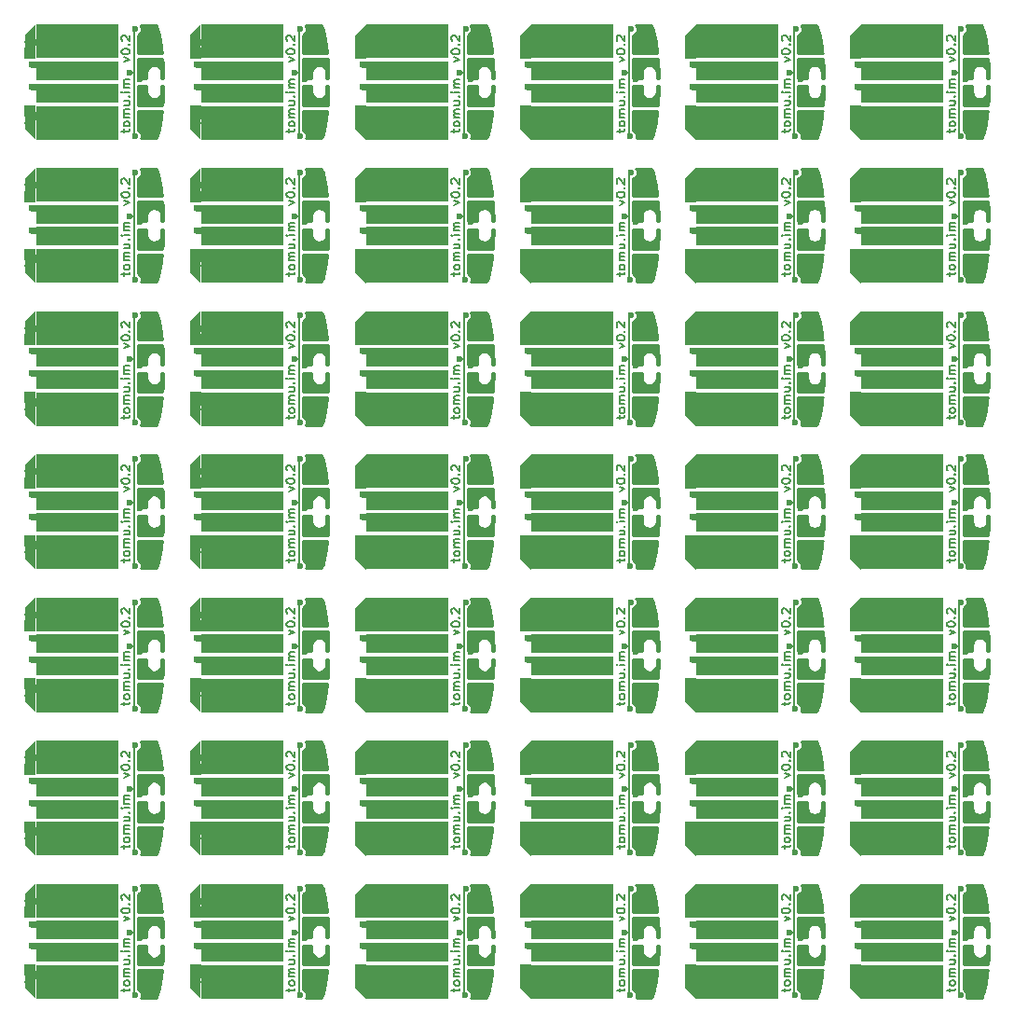
<source format=gtl>
%MOIN*%
%OFA0B0*%
%FSLAX46Y46*%
%IPPOS*%
%LPD*%
%ADD10C,0.0039370078740157488*%
%ADD11C,0.0073818897637795283*%
%ADD12R,0.29527559055118113X0.12303149606299213*%
%ADD13R,0.29527559055118113X0.068897637795275593*%
%ADD14C,0.03937007874015748*%
%ADD15R,0.03937007874015748X0.03937007874015748*%
%ADD16C,0.023622047244094488*%
%ADD17C,0.023622047244094488*%
%ADD18C,0.006000000000000001*%
%ADD19C,0.01*%
%ADD30C,0.0039370078740157488*%
%ADD31C,0.0073818897637795283*%
%ADD32R,0.29527559055118113X0.12303149606299213*%
%ADD33R,0.29527559055118113X0.068897637795275593*%
%ADD34C,0.03937007874015748*%
%ADD35R,0.03937007874015748X0.03937007874015748*%
%ADD36C,0.023622047244094488*%
%ADD37C,0.023622047244094488*%
%ADD38C,0.006000000000000001*%
%ADD39C,0.01*%
%ADD40C,0.0039370078740157488*%
%ADD41C,0.0073818897637795283*%
%ADD42R,0.29527559055118113X0.12303149606299213*%
%ADD43R,0.29527559055118113X0.068897637795275593*%
%ADD44C,0.03937007874015748*%
%ADD45R,0.03937007874015748X0.03937007874015748*%
%ADD46C,0.023622047244094488*%
%ADD47C,0.023622047244094488*%
%ADD48C,0.006000000000000001*%
%ADD49C,0.01*%
%ADD50C,0.0039370078740157488*%
%ADD51C,0.0073818897637795283*%
%ADD52R,0.29527559055118113X0.12303149606299213*%
%ADD53R,0.29527559055118113X0.068897637795275593*%
%ADD54C,0.03937007874015748*%
%ADD55R,0.03937007874015748X0.03937007874015748*%
%ADD56C,0.023622047244094488*%
%ADD57C,0.023622047244094488*%
%ADD58C,0.006000000000000001*%
%ADD59C,0.01*%
%ADD60C,0.0039370078740157488*%
%ADD61C,0.0073818897637795283*%
%ADD62R,0.29527559055118113X0.12303149606299213*%
%ADD63R,0.29527559055118113X0.068897637795275593*%
%ADD64C,0.03937007874015748*%
%ADD65R,0.03937007874015748X0.03937007874015748*%
%ADD66C,0.023622047244094488*%
%ADD67C,0.023622047244094488*%
%ADD68C,0.006000000000000001*%
%ADD69C,0.01*%
%ADD70C,0.0039370078740157488*%
%ADD71C,0.0073818897637795283*%
%ADD72R,0.29527559055118113X0.12303149606299213*%
%ADD73R,0.29527559055118113X0.068897637795275593*%
%ADD74C,0.03937007874015748*%
%ADD75R,0.03937007874015748X0.03937007874015748*%
%ADD76C,0.023622047244094488*%
%ADD77C,0.023622047244094488*%
%ADD78C,0.006000000000000001*%
%ADD79C,0.01*%
%ADD80C,0.0039370078740157488*%
%ADD81C,0.0073818897637795283*%
%ADD82R,0.29527559055118113X0.12303149606299213*%
%ADD83R,0.29527559055118113X0.068897637795275593*%
%ADD84C,0.03937007874015748*%
%ADD85R,0.03937007874015748X0.03937007874015748*%
%ADD86C,0.023622047244094488*%
%ADD87C,0.023622047244094488*%
%ADD88C,0.006000000000000001*%
%ADD89C,0.01*%
%ADD90C,0.0039370078740157488*%
%ADD91C,0.0073818897637795283*%
%ADD92R,0.29527559055118113X0.12303149606299213*%
%ADD93R,0.29527559055118113X0.068897637795275593*%
%ADD94C,0.03937007874015748*%
%ADD95R,0.03937007874015748X0.03937007874015748*%
%ADD96C,0.023622047244094488*%
%ADD97C,0.023622047244094488*%
%ADD98C,0.006000000000000001*%
%ADD99C,0.01*%
%ADD100C,0.0039370078740157488*%
%ADD101C,0.0073818897637795283*%
%ADD102R,0.29527559055118113X0.12303149606299213*%
%ADD103R,0.29527559055118113X0.068897637795275593*%
%ADD104C,0.03937007874015748*%
%ADD105R,0.03937007874015748X0.03937007874015748*%
%ADD106C,0.023622047244094488*%
%ADD107C,0.023622047244094488*%
%ADD108C,0.006000000000000001*%
%ADD109C,0.01*%
%ADD110C,0.0039370078740157488*%
%ADD111C,0.0073818897637795283*%
%ADD112R,0.29527559055118113X0.12303149606299213*%
%ADD113R,0.29527559055118113X0.068897637795275593*%
%ADD114C,0.03937007874015748*%
%ADD115R,0.03937007874015748X0.03937007874015748*%
%ADD116C,0.023622047244094488*%
%ADD117C,0.023622047244094488*%
%ADD118C,0.006000000000000001*%
%ADD119C,0.01*%
%ADD120C,0.0039370078740157488*%
%ADD121C,0.0073818897637795283*%
%ADD122R,0.29527559055118113X0.12303149606299213*%
%ADD123R,0.29527559055118113X0.068897637795275593*%
%ADD124C,0.03937007874015748*%
%ADD125R,0.03937007874015748X0.03937007874015748*%
%ADD126C,0.023622047244094488*%
%ADD127C,0.023622047244094488*%
%ADD128C,0.006000000000000001*%
%ADD129C,0.01*%
%ADD130C,0.0039370078740157488*%
%ADD131C,0.0073818897637795283*%
%ADD132R,0.29527559055118113X0.12303149606299213*%
%ADD133R,0.29527559055118113X0.068897637795275593*%
%ADD134C,0.03937007874015748*%
%ADD135R,0.03937007874015748X0.03937007874015748*%
%ADD136C,0.023622047244094488*%
%ADD137C,0.023622047244094488*%
%ADD138C,0.006000000000000001*%
%ADD139C,0.01*%
%ADD140C,0.0039370078740157488*%
%ADD141C,0.0073818897637795283*%
%ADD142R,0.29527559055118113X0.12303149606299213*%
%ADD143R,0.29527559055118113X0.068897637795275593*%
%ADD144C,0.03937007874015748*%
%ADD145R,0.03937007874015748X0.03937007874015748*%
%ADD146C,0.023622047244094488*%
%ADD147C,0.023622047244094488*%
%ADD148C,0.006000000000000001*%
%ADD149C,0.01*%
%ADD150C,0.0039370078740157488*%
%ADD151C,0.0073818897637795283*%
%ADD152R,0.29527559055118113X0.12303149606299213*%
%ADD153R,0.29527559055118113X0.068897637795275593*%
%ADD154C,0.03937007874015748*%
%ADD155R,0.03937007874015748X0.03937007874015748*%
%ADD156C,0.023622047244094488*%
%ADD157C,0.023622047244094488*%
%ADD158C,0.006000000000000001*%
%ADD159C,0.01*%
%ADD160C,0.0039370078740157488*%
%ADD161C,0.0073818897637795283*%
%ADD162R,0.29527559055118113X0.12303149606299213*%
%ADD163R,0.29527559055118113X0.068897637795275593*%
%ADD164C,0.03937007874015748*%
%ADD165R,0.03937007874015748X0.03937007874015748*%
%ADD166C,0.023622047244094488*%
%ADD167C,0.023622047244094488*%
%ADD168C,0.006000000000000001*%
%ADD169C,0.01*%
%ADD170C,0.0039370078740157488*%
%ADD171C,0.0073818897637795283*%
%ADD172R,0.29527559055118113X0.12303149606299213*%
%ADD173R,0.29527559055118113X0.068897637795275593*%
%ADD174C,0.03937007874015748*%
%ADD175R,0.03937007874015748X0.03937007874015748*%
%ADD176C,0.023622047244094488*%
%ADD177C,0.023622047244094488*%
%ADD178C,0.006000000000000001*%
%ADD179C,0.01*%
%ADD180C,0.0039370078740157488*%
%ADD181C,0.0073818897637795283*%
%ADD182R,0.29527559055118113X0.12303149606299213*%
%ADD183R,0.29527559055118113X0.068897637795275593*%
%ADD184C,0.03937007874015748*%
%ADD185R,0.03937007874015748X0.03937007874015748*%
%ADD186C,0.023622047244094488*%
%ADD187C,0.023622047244094488*%
%ADD188C,0.006000000000000001*%
%ADD189C,0.01*%
%ADD190C,0.0039370078740157488*%
%ADD191C,0.0073818897637795283*%
%ADD192R,0.29527559055118113X0.12303149606299213*%
%ADD193R,0.29527559055118113X0.068897637795275593*%
%ADD194C,0.03937007874015748*%
%ADD195R,0.03937007874015748X0.03937007874015748*%
%ADD196C,0.023622047244094488*%
%ADD197C,0.023622047244094488*%
%ADD198C,0.006000000000000001*%
%ADD199C,0.01*%
%ADD200C,0.0039370078740157488*%
%ADD201C,0.0073818897637795283*%
%ADD202R,0.29527559055118113X0.12303149606299213*%
%ADD203R,0.29527559055118113X0.068897637795275593*%
%ADD204C,0.03937007874015748*%
%ADD205R,0.03937007874015748X0.03937007874015748*%
%ADD206C,0.023622047244094488*%
%ADD207C,0.023622047244094488*%
%ADD208C,0.006000000000000001*%
%ADD209C,0.01*%
%ADD210C,0.0039370078740157488*%
%ADD211C,0.0073818897637795283*%
%ADD212R,0.29527559055118113X0.12303149606299213*%
%ADD213R,0.29527559055118113X0.068897637795275593*%
%ADD214C,0.03937007874015748*%
%ADD215R,0.03937007874015748X0.03937007874015748*%
%ADD216C,0.023622047244094488*%
%ADD217C,0.023622047244094488*%
%ADD218C,0.006000000000000001*%
%ADD219C,0.01*%
%ADD220C,0.0039370078740157488*%
%ADD221C,0.0073818897637795283*%
%ADD222R,0.29527559055118113X0.12303149606299213*%
%ADD223R,0.29527559055118113X0.068897637795275593*%
%ADD224C,0.03937007874015748*%
%ADD225R,0.03937007874015748X0.03937007874015748*%
%ADD226C,0.023622047244094488*%
%ADD227C,0.023622047244094488*%
%ADD228C,0.006000000000000001*%
%ADD229C,0.01*%
%ADD230C,0.0039370078740157488*%
%ADD231C,0.0073818897637795283*%
%ADD232R,0.29527559055118113X0.12303149606299213*%
%ADD233R,0.29527559055118113X0.068897637795275593*%
%ADD234C,0.03937007874015748*%
%ADD235R,0.03937007874015748X0.03937007874015748*%
%ADD236C,0.023622047244094488*%
%ADD237C,0.023622047244094488*%
%ADD238C,0.006000000000000001*%
%ADD239C,0.01*%
%ADD240C,0.0039370078740157488*%
%ADD241C,0.0073818897637795283*%
%ADD242R,0.29527559055118113X0.12303149606299213*%
%ADD243R,0.29527559055118113X0.068897637795275593*%
%ADD244C,0.03937007874015748*%
%ADD245R,0.03937007874015748X0.03937007874015748*%
%ADD246C,0.023622047244094488*%
%ADD247C,0.023622047244094488*%
%ADD248C,0.006000000000000001*%
%ADD249C,0.01*%
%ADD250C,0.0039370078740157488*%
%ADD251C,0.0073818897637795283*%
%ADD252R,0.29527559055118113X0.12303149606299213*%
%ADD253R,0.29527559055118113X0.068897637795275593*%
%ADD254C,0.03937007874015748*%
%ADD255R,0.03937007874015748X0.03937007874015748*%
%ADD256C,0.023622047244094488*%
%ADD257C,0.023622047244094488*%
%ADD258C,0.006000000000000001*%
%ADD259C,0.01*%
%ADD260C,0.0039370078740157488*%
%ADD261C,0.0073818897637795283*%
%ADD262R,0.29527559055118113X0.12303149606299213*%
%ADD263R,0.29527559055118113X0.068897637795275593*%
%ADD264C,0.03937007874015748*%
%ADD265R,0.03937007874015748X0.03937007874015748*%
%ADD266C,0.023622047244094488*%
%ADD267C,0.023622047244094488*%
%ADD268C,0.006000000000000001*%
%ADD269C,0.01*%
%ADD270C,0.0039370078740157488*%
%ADD271C,0.0073818897637795283*%
%ADD272R,0.29527559055118113X0.12303149606299213*%
%ADD273R,0.29527559055118113X0.068897637795275593*%
%ADD274C,0.03937007874015748*%
%ADD275R,0.03937007874015748X0.03937007874015748*%
%ADD276C,0.023622047244094488*%
%ADD277C,0.023622047244094488*%
%ADD278C,0.006000000000000001*%
%ADD279C,0.01*%
%ADD280C,0.0039370078740157488*%
%ADD281C,0.0073818897637795283*%
%ADD282R,0.29527559055118113X0.12303149606299213*%
%ADD283R,0.29527559055118113X0.068897637795275593*%
%ADD284C,0.03937007874015748*%
%ADD285R,0.03937007874015748X0.03937007874015748*%
%ADD286C,0.023622047244094488*%
%ADD287C,0.023622047244094488*%
%ADD288C,0.006000000000000001*%
%ADD289C,0.01*%
%ADD290C,0.0039370078740157488*%
%ADD291C,0.0073818897637795283*%
%ADD292R,0.29527559055118113X0.12303149606299213*%
%ADD293R,0.29527559055118113X0.068897637795275593*%
%ADD294C,0.03937007874015748*%
%ADD295R,0.03937007874015748X0.03937007874015748*%
%ADD296C,0.023622047244094488*%
%ADD297C,0.023622047244094488*%
%ADD298C,0.006000000000000001*%
%ADD299C,0.01*%
%ADD300C,0.0039370078740157488*%
%ADD301C,0.0073818897637795283*%
%ADD302R,0.29527559055118113X0.12303149606299213*%
%ADD303R,0.29527559055118113X0.068897637795275593*%
%ADD304C,0.03937007874015748*%
%ADD305R,0.03937007874015748X0.03937007874015748*%
%ADD306C,0.023622047244094488*%
%ADD307C,0.023622047244094488*%
%ADD308C,0.006000000000000001*%
%ADD309C,0.01*%
%ADD310C,0.0039370078740157488*%
%ADD311C,0.0073818897637795283*%
%ADD312R,0.29527559055118113X0.12303149606299213*%
%ADD313R,0.29527559055118113X0.068897637795275593*%
%ADD314C,0.03937007874015748*%
%ADD315R,0.03937007874015748X0.03937007874015748*%
%ADD316C,0.023622047244094488*%
%ADD317C,0.023622047244094488*%
%ADD318C,0.006000000000000001*%
%ADD319C,0.01*%
%ADD320C,0.0039370078740157488*%
%ADD321C,0.0073818897637795283*%
%ADD322R,0.29527559055118113X0.12303149606299213*%
%ADD323R,0.29527559055118113X0.068897637795275593*%
%ADD324C,0.03937007874015748*%
%ADD325R,0.03937007874015748X0.03937007874015748*%
%ADD326C,0.023622047244094488*%
%ADD327C,0.023622047244094488*%
%ADD328C,0.006000000000000001*%
%ADD329C,0.01*%
%ADD330C,0.0039370078740157488*%
%ADD331C,0.0073818897637795283*%
%ADD332R,0.29527559055118113X0.12303149606299213*%
%ADD333R,0.29527559055118113X0.068897637795275593*%
%ADD334C,0.03937007874015748*%
%ADD335R,0.03937007874015748X0.03937007874015748*%
%ADD336C,0.023622047244094488*%
%ADD337C,0.023622047244094488*%
%ADD338C,0.006000000000000001*%
%ADD339C,0.01*%
%ADD340C,0.0039370078740157488*%
%ADD341C,0.0073818897637795283*%
%ADD342R,0.29527559055118113X0.12303149606299213*%
%ADD343R,0.29527559055118113X0.068897637795275593*%
%ADD344C,0.03937007874015748*%
%ADD345R,0.03937007874015748X0.03937007874015748*%
%ADD346C,0.023622047244094488*%
%ADD347C,0.023622047244094488*%
%ADD348C,0.006000000000000001*%
%ADD349C,0.01*%
%ADD350C,0.0039370078740157488*%
%ADD351C,0.0073818897637795283*%
%ADD352R,0.29527559055118113X0.12303149606299213*%
%ADD353R,0.29527559055118113X0.068897637795275593*%
%ADD354C,0.03937007874015748*%
%ADD355R,0.03937007874015748X0.03937007874015748*%
%ADD356C,0.023622047244094488*%
%ADD357C,0.023622047244094488*%
%ADD358C,0.006000000000000001*%
%ADD359C,0.01*%
%ADD360C,0.0039370078740157488*%
%ADD361C,0.0073818897637795283*%
%ADD362R,0.29527559055118113X0.12303149606299213*%
%ADD363R,0.29527559055118113X0.068897637795275593*%
%ADD364C,0.03937007874015748*%
%ADD365R,0.03937007874015748X0.03937007874015748*%
%ADD366C,0.023622047244094488*%
%ADD367C,0.023622047244094488*%
%ADD368C,0.006000000000000001*%
%ADD369C,0.01*%
%ADD370C,0.0039370078740157488*%
%ADD371C,0.0073818897637795283*%
%ADD372R,0.29527559055118113X0.12303149606299213*%
%ADD373R,0.29527559055118113X0.068897637795275593*%
%ADD374C,0.03937007874015748*%
%ADD375R,0.03937007874015748X0.03937007874015748*%
%ADD376C,0.023622047244094488*%
%ADD377C,0.023622047244094488*%
%ADD378C,0.006000000000000001*%
%ADD379C,0.01*%
%ADD380C,0.0039370078740157488*%
%ADD381C,0.0073818897637795283*%
%ADD382R,0.29527559055118113X0.12303149606299213*%
%ADD383R,0.29527559055118113X0.068897637795275593*%
%ADD384C,0.03937007874015748*%
%ADD385R,0.03937007874015748X0.03937007874015748*%
%ADD386C,0.023622047244094488*%
%ADD387C,0.023622047244094488*%
%ADD388C,0.006000000000000001*%
%ADD389C,0.01*%
%ADD390C,0.0039370078740157488*%
%ADD391C,0.0073818897637795283*%
%ADD392R,0.29527559055118113X0.12303149606299213*%
%ADD393R,0.29527559055118113X0.068897637795275593*%
%ADD394C,0.03937007874015748*%
%ADD395R,0.03937007874015748X0.03937007874015748*%
%ADD396C,0.023622047244094488*%
%ADD397C,0.023622047244094488*%
%ADD398C,0.006000000000000001*%
%ADD399C,0.01*%
%ADD400C,0.0039370078740157488*%
%ADD401C,0.0073818897637795283*%
%ADD402R,0.29527559055118113X0.12303149606299213*%
%ADD403R,0.29527559055118113X0.068897637795275593*%
%ADD404C,0.03937007874015748*%
%ADD405R,0.03937007874015748X0.03937007874015748*%
%ADD406C,0.023622047244094488*%
%ADD407C,0.023622047244094488*%
%ADD408C,0.006000000000000001*%
%ADD409C,0.01*%
%ADD410C,0.0039370078740157488*%
%ADD411C,0.0073818897637795283*%
%ADD412R,0.29527559055118113X0.12303149606299213*%
%ADD413R,0.29527559055118113X0.068897637795275593*%
%ADD414C,0.03937007874015748*%
%ADD415R,0.03937007874015748X0.03937007874015748*%
%ADD416C,0.023622047244094488*%
%ADD417C,0.023622047244094488*%
%ADD418C,0.006000000000000001*%
%ADD419C,0.01*%
%ADD420C,0.0039370078740157488*%
%ADD421C,0.0073818897637795283*%
%ADD422R,0.29527559055118113X0.12303149606299213*%
%ADD423R,0.29527559055118113X0.068897637795275593*%
%ADD424C,0.03937007874015748*%
%ADD425R,0.03937007874015748X0.03937007874015748*%
%ADD426C,0.023622047244094488*%
%ADD427C,0.023622047244094488*%
%ADD428C,0.006000000000000001*%
%ADD429C,0.01*%
%ADD430C,0.0039370078740157488*%
%ADD431C,0.0073818897637795283*%
%ADD432R,0.29527559055118113X0.12303149606299213*%
%ADD433R,0.29527559055118113X0.068897637795275593*%
%ADD434C,0.03937007874015748*%
%ADD435R,0.03937007874015748X0.03937007874015748*%
%ADD436C,0.023622047244094488*%
%ADD437C,0.023622047244094488*%
%ADD438C,0.006000000000000001*%
%ADD439C,0.01*%
G01G01*
D10*
D11*
X0000364932Y0000035938D02*
X0000364932Y0000048686D01*
X0000355089Y0000040718D02*
X0000380399Y0000040718D01*
X0000383211Y0000042312D01*
X0000384617Y0000045499D01*
X0000384617Y0000048686D01*
X0000384617Y0000064621D02*
X0000383211Y0000061434D01*
X0000381805Y0000059841D01*
X0000378993Y0000058247D01*
X0000370556Y0000058247D01*
X0000367744Y0000059841D01*
X0000366338Y0000061434D01*
X0000364932Y0000064621D01*
X0000364932Y0000069402D01*
X0000366338Y0000072589D01*
X0000367744Y0000074183D01*
X0000370556Y0000075776D01*
X0000378993Y0000075776D01*
X0000381805Y0000074183D01*
X0000383211Y0000072589D01*
X0000384617Y0000069402D01*
X0000384617Y0000064621D01*
X0000384617Y0000090118D02*
X0000364932Y0000090118D01*
X0000367744Y0000090118D02*
X0000366338Y0000091712D01*
X0000364932Y0000094899D01*
X0000364932Y0000099680D01*
X0000366338Y0000102867D01*
X0000369150Y0000104460D01*
X0000384617Y0000104460D01*
X0000369150Y0000104460D02*
X0000366338Y0000106054D01*
X0000364932Y0000109241D01*
X0000364932Y0000114022D01*
X0000366338Y0000117209D01*
X0000369150Y0000118802D01*
X0000384617Y0000118802D01*
X0000364932Y0000149080D02*
X0000384617Y0000149080D01*
X0000364932Y0000134738D02*
X0000380399Y0000134738D01*
X0000383211Y0000136331D01*
X0000384617Y0000139518D01*
X0000384617Y0000144299D01*
X0000383211Y0000147486D01*
X0000381805Y0000149080D01*
X0000381805Y0000165015D02*
X0000383211Y0000166609D01*
X0000384617Y0000165015D01*
X0000383211Y0000163422D01*
X0000381805Y0000165015D01*
X0000384617Y0000165015D01*
X0000384617Y0000180951D02*
X0000364932Y0000180951D01*
X0000355089Y0000180951D02*
X0000356496Y0000179357D01*
X0000357902Y0000180951D01*
X0000356496Y0000182544D01*
X0000355089Y0000180951D01*
X0000357902Y0000180951D01*
X0000384617Y0000196886D02*
X0000364932Y0000196886D01*
X0000367744Y0000196886D02*
X0000366338Y0000198480D01*
X0000364932Y0000201667D01*
X0000364932Y0000206448D01*
X0000366338Y0000209635D01*
X0000369150Y0000211228D01*
X0000384617Y0000211228D01*
X0000369150Y0000211228D02*
X0000366338Y0000212822D01*
X0000364932Y0000216009D01*
X0000364932Y0000220790D01*
X0000366338Y0000223977D01*
X0000369150Y0000225570D01*
X0000384617Y0000225570D01*
X0000364932Y0000289312D02*
X0000384617Y0000297280D01*
X0000364932Y0000305248D01*
X0000355089Y0000324370D02*
X0000355089Y0000327557D01*
X0000356496Y0000330745D01*
X0000357902Y0000332338D01*
X0000360714Y0000333932D01*
X0000366338Y0000335525D01*
X0000373368Y0000335525D01*
X0000378993Y0000333932D01*
X0000381805Y0000332338D01*
X0000383211Y0000330745D01*
X0000384617Y0000327557D01*
X0000384617Y0000324370D01*
X0000383211Y0000321183D01*
X0000381805Y0000319590D01*
X0000378993Y0000317996D01*
X0000373368Y0000316402D01*
X0000366338Y0000316402D01*
X0000360714Y0000317996D01*
X0000357902Y0000319590D01*
X0000356496Y0000321183D01*
X0000355089Y0000324370D01*
X0000381805Y0000349867D02*
X0000383211Y0000351461D01*
X0000384617Y0000349867D01*
X0000383211Y0000348274D01*
X0000381805Y0000349867D01*
X0000384617Y0000349867D01*
X0000357902Y0000364209D02*
X0000356496Y0000365803D01*
X0000355089Y0000368990D01*
X0000355089Y0000376957D01*
X0000356496Y0000380145D01*
X0000357902Y0000381738D01*
X0000360714Y0000383332D01*
X0000363526Y0000383332D01*
X0000367744Y0000381738D01*
X0000384617Y0000362616D01*
X0000384617Y0000383332D01*
D12*
X0000196850Y0000071358D03*
X0000196850Y0000361712D03*
D13*
X0000196850Y0000177165D03*
X0000196850Y0000255905D03*
D14*
X0000029527Y0000071358D03*
D10*
G36*
X0000049212Y0000132874D02*
X0000049212Y0000009842D01*
X0000009842Y0000049212D01*
X0000009842Y0000093503D01*
X0000049212Y0000132874D01*
X0000049212Y0000132874D01*
G37*
D14*
X0000029527Y0000361220D03*
D10*
G36*
X0000049212Y0000422736D02*
X0000049212Y0000299704D01*
X0000009842Y0000339074D01*
X0000009842Y0000383366D01*
X0000049212Y0000422736D01*
X0000049212Y0000422736D01*
G37*
D15*
X0000029527Y0000113188D03*
X0000029527Y0000319881D03*
D16*
X0000294881Y0000402755D03*
X0000029527Y0000314960D03*
X0000403937Y0000023228D03*
X0000405511Y0000405118D03*
X0000383464Y0000248425D03*
X0000029527Y0000118110D03*
X0000035433Y0000278543D03*
X0000035433Y0000199803D03*
X0000422440Y0000227559D03*
X0000452755Y0000283858D03*
X0000444881Y0000098425D03*
X0000444881Y0000336614D03*
X0000452755Y0000148425D03*
D17*
X0000196850Y0000361712D02*
X0000253838Y0000361712D01*
X0000253838Y0000361712D02*
X0000294881Y0000402755D01*
X0000029527Y0000361220D02*
X0000196358Y0000361220D01*
X0000196358Y0000361220D02*
X0000196850Y0000361712D01*
X0000029527Y0000314960D02*
X0000029527Y0000361220D01*
X0000029527Y0000361220D02*
X0000029527Y0000361220D01*
D18*
X0000030019Y0000361712D02*
X0000029527Y0000361220D01*
X0000400000Y0000249212D02*
X0000400000Y0000399606D01*
X0000400000Y0000399606D02*
X0000405511Y0000405118D01*
X0000400000Y0000027165D02*
X0000400000Y0000249212D01*
X0000399212Y0000248425D02*
X0000400000Y0000249212D01*
X0000383464Y0000248425D02*
X0000399212Y0000248425D01*
X0000403937Y0000023228D02*
X0000400000Y0000027165D01*
D17*
X0000029527Y0000071358D02*
X0000029527Y0000118110D01*
X0000029527Y0000118110D02*
X0000076279Y0000071358D01*
X0000076279Y0000071358D02*
X0000196850Y0000071358D01*
X0000035433Y0000278543D02*
X0000174212Y0000278543D01*
X0000174212Y0000278543D02*
X0000196850Y0000255905D01*
X0000035433Y0000199803D02*
X0000174212Y0000199803D01*
X0000174212Y0000199803D02*
X0000196850Y0000177165D01*
X0000052136Y0000199803D02*
X0000035433Y0000199803D01*
X0000082888Y0000196850D02*
X0000079936Y0000199803D01*
X0000079936Y0000199803D02*
X0000052136Y0000199803D01*
D18*
X0000422440Y0000227559D02*
X0000422440Y0000262007D01*
X0000422440Y0000262007D02*
X0000444291Y0000283858D01*
X0000444291Y0000283858D02*
X0000452755Y0000283858D01*
D19*
G36*
X0000480564Y0000417515D02*
X0000481057Y0000416281D01*
X0000481845Y0000414312D01*
X0000482107Y0000413909D01*
X0000482270Y0000413456D01*
X0000483113Y0000412051D01*
X0000483692Y0000410312D01*
X0000486013Y0000403349D01*
X0000487553Y0000397962D01*
X0000487664Y0000397745D01*
X0000487703Y0000397505D01*
X0000488800Y0000394581D01*
X0000489494Y0000392152D01*
X0000490257Y0000389099D01*
X0000490947Y0000386340D01*
X0000491296Y0000383197D01*
X0000491395Y0000382886D01*
X0000491402Y0000382560D01*
X0000492189Y0000379016D01*
X0000492222Y0000378943D01*
X0000492225Y0000378863D01*
X0000492978Y0000375851D01*
X0000493738Y0000372054D01*
X0000493763Y0000371994D01*
X0000493764Y0000371930D01*
X0000494474Y0000368734D01*
X0000494832Y0000365152D01*
X0000494919Y0000364869D01*
X0000494919Y0000364574D01*
X0000495706Y0000360637D01*
X0000495706Y0000360637D01*
X0000496436Y0000356987D01*
X0000496801Y0000353341D01*
X0000496872Y0000353109D01*
X0000496868Y0000352866D01*
X0000497612Y0000348772D01*
X0000497982Y0000345073D01*
X0000498053Y0000344841D01*
X0000498049Y0000344598D01*
X0000498788Y0000340531D01*
X0000499156Y0000336487D01*
X0000499548Y0000331786D01*
X0000499628Y0000331505D01*
X0000499624Y0000331212D01*
X0000500359Y0000327167D01*
X0000500729Y0000322731D01*
X0000500960Y0000319960D01*
X0000414000Y0000319960D01*
X0000414000Y0000383943D01*
X0000418416Y0000385768D01*
X0000424838Y0000392179D01*
X0000428318Y0000400560D01*
X0000428326Y0000409635D01*
X0000424861Y0000418022D01*
X0000424655Y0000418228D01*
X0000480029Y0000418228D01*
X0000480564Y0000417515D01*
X0000480564Y0000417515D01*
G37*
X0000480564Y0000417515D02*
X0000481057Y0000416281D01*
X0000481845Y0000414312D01*
X0000482107Y0000413909D01*
X0000482270Y0000413456D01*
X0000483113Y0000412051D01*
X0000483692Y0000410312D01*
X0000486013Y0000403349D01*
X0000487553Y0000397962D01*
X0000487664Y0000397745D01*
X0000487703Y0000397505D01*
X0000488800Y0000394581D01*
X0000489494Y0000392152D01*
X0000490257Y0000389099D01*
X0000490947Y0000386340D01*
X0000491296Y0000383197D01*
X0000491395Y0000382886D01*
X0000491402Y0000382560D01*
X0000492189Y0000379016D01*
X0000492222Y0000378943D01*
X0000492225Y0000378863D01*
X0000492978Y0000375851D01*
X0000493738Y0000372054D01*
X0000493763Y0000371994D01*
X0000493764Y0000371930D01*
X0000494474Y0000368734D01*
X0000494832Y0000365152D01*
X0000494919Y0000364869D01*
X0000494919Y0000364574D01*
X0000495706Y0000360637D01*
X0000495706Y0000360637D01*
X0000496436Y0000356987D01*
X0000496801Y0000353341D01*
X0000496872Y0000353109D01*
X0000496868Y0000352866D01*
X0000497612Y0000348772D01*
X0000497982Y0000345073D01*
X0000498053Y0000344841D01*
X0000498049Y0000344598D01*
X0000498788Y0000340531D01*
X0000499156Y0000336487D01*
X0000499548Y0000331786D01*
X0000499628Y0000331505D01*
X0000499624Y0000331212D01*
X0000500359Y0000327167D01*
X0000500729Y0000322731D01*
X0000500960Y0000319960D01*
X0000414000Y0000319960D01*
X0000414000Y0000383943D01*
X0000418416Y0000385768D01*
X0000424838Y0000392179D01*
X0000428318Y0000400560D01*
X0000428326Y0000409635D01*
X0000424861Y0000418022D01*
X0000424655Y0000418228D01*
X0000480029Y0000418228D01*
X0000480564Y0000417515D01*
G36*
X0000502694Y0000298753D02*
X0000502700Y0000298734D01*
X0000502697Y0000298715D01*
X0000503090Y0000294008D01*
X0000503482Y0000288911D01*
X0000503487Y0000288892D01*
X0000503485Y0000288873D01*
X0000503877Y0000284165D01*
X0000504251Y0000279297D01*
X0000504251Y0000274409D01*
X0000504297Y0000274181D01*
X0000504269Y0000273950D01*
X0000505039Y0000263943D01*
X0000505039Y0000258661D01*
X0000505084Y0000258433D01*
X0000505057Y0000258202D01*
X0000505433Y0000253313D01*
X0000505433Y0000242913D01*
X0000505478Y0000242685D01*
X0000505450Y0000242454D01*
X0000505826Y0000237565D01*
X0000505826Y0000231377D01*
X0000499188Y0000231377D01*
X0000499188Y0000251179D01*
X0000497152Y0000261415D01*
X0000491354Y0000270093D01*
X0000482676Y0000275891D01*
X0000472440Y0000277927D01*
X0000462204Y0000275891D01*
X0000453527Y0000270093D01*
X0000447728Y0000261415D01*
X0000445692Y0000251179D01*
X0000445692Y0000231377D01*
X0000414000Y0000231377D01*
X0000414000Y0000300118D01*
X0000502589Y0000300118D01*
X0000502694Y0000298753D01*
X0000502694Y0000298753D01*
G37*
X0000502694Y0000298753D02*
X0000502700Y0000298734D01*
X0000502697Y0000298715D01*
X0000503090Y0000294008D01*
X0000503482Y0000288911D01*
X0000503487Y0000288892D01*
X0000503485Y0000288873D01*
X0000503877Y0000284165D01*
X0000504251Y0000279297D01*
X0000504251Y0000274409D01*
X0000504297Y0000274181D01*
X0000504269Y0000273950D01*
X0000505039Y0000263943D01*
X0000505039Y0000258661D01*
X0000505084Y0000258433D01*
X0000505057Y0000258202D01*
X0000505433Y0000253313D01*
X0000505433Y0000242913D01*
X0000505478Y0000242685D01*
X0000505450Y0000242454D01*
X0000505826Y0000237565D01*
X0000505826Y0000231377D01*
X0000499188Y0000231377D01*
X0000499188Y0000251179D01*
X0000497152Y0000261415D01*
X0000491354Y0000270093D01*
X0000482676Y0000275891D01*
X0000472440Y0000277927D01*
X0000462204Y0000275891D01*
X0000453527Y0000270093D01*
X0000447728Y0000261415D01*
X0000445692Y0000251179D01*
X0000445692Y0000231377D01*
X0000414000Y0000231377D01*
X0000414000Y0000300118D01*
X0000502589Y0000300118D01*
X0000502694Y0000298753D01*
G36*
X0000500729Y0000110339D02*
X0000500359Y0000105903D01*
X0000499624Y0000101857D01*
X0000499628Y0000101565D01*
X0000499548Y0000101284D01*
X0000499156Y0000096583D01*
X0000498788Y0000092539D01*
X0000498049Y0000088472D01*
X0000498053Y0000088229D01*
X0000497982Y0000087997D01*
X0000497612Y0000084298D01*
X0000496868Y0000080204D01*
X0000496872Y0000079961D01*
X0000496801Y0000079729D01*
X0000496436Y0000076083D01*
X0000495706Y0000072433D01*
X0000495706Y0000072433D01*
X0000494919Y0000068496D01*
X0000494919Y0000068200D01*
X0000494832Y0000067918D01*
X0000494474Y0000064335D01*
X0000493764Y0000061140D01*
X0000493763Y0000061075D01*
X0000493738Y0000061016D01*
X0000492978Y0000057219D01*
X0000492225Y0000054207D01*
X0000492222Y0000054127D01*
X0000492189Y0000054054D01*
X0000491402Y0000050510D01*
X0000491395Y0000050184D01*
X0000491296Y0000049873D01*
X0000490947Y0000046730D01*
X0000490257Y0000043971D01*
X0000489494Y0000040918D01*
X0000488800Y0000038489D01*
X0000487703Y0000035565D01*
X0000487664Y0000035325D01*
X0000487553Y0000035108D01*
X0000486013Y0000029721D01*
X0000483692Y0000022758D01*
X0000483113Y0000021019D01*
X0000482270Y0000019614D01*
X0000482107Y0000019161D01*
X0000481845Y0000018757D01*
X0000481057Y0000016789D01*
X0000481057Y0000016789D01*
X0000480564Y0000015555D01*
X0000480029Y0000014842D01*
X0000425154Y0000014842D01*
X0000426744Y0000018671D01*
X0000426751Y0000027745D01*
X0000423286Y0000036132D01*
X0000416875Y0000042555D01*
X0000414000Y0000043749D01*
X0000414000Y0000113110D01*
X0000500960Y0000113110D01*
X0000500729Y0000110339D01*
X0000500729Y0000110339D01*
G37*
X0000500729Y0000110339D02*
X0000500359Y0000105903D01*
X0000499624Y0000101857D01*
X0000499628Y0000101565D01*
X0000499548Y0000101284D01*
X0000499156Y0000096583D01*
X0000498788Y0000092539D01*
X0000498049Y0000088472D01*
X0000498053Y0000088229D01*
X0000497982Y0000087997D01*
X0000497612Y0000084298D01*
X0000496868Y0000080204D01*
X0000496872Y0000079961D01*
X0000496801Y0000079729D01*
X0000496436Y0000076083D01*
X0000495706Y0000072433D01*
X0000495706Y0000072433D01*
X0000494919Y0000068496D01*
X0000494919Y0000068200D01*
X0000494832Y0000067918D01*
X0000494474Y0000064335D01*
X0000493764Y0000061140D01*
X0000493763Y0000061075D01*
X0000493738Y0000061016D01*
X0000492978Y0000057219D01*
X0000492225Y0000054207D01*
X0000492222Y0000054127D01*
X0000492189Y0000054054D01*
X0000491402Y0000050510D01*
X0000491395Y0000050184D01*
X0000491296Y0000049873D01*
X0000490947Y0000046730D01*
X0000490257Y0000043971D01*
X0000489494Y0000040918D01*
X0000488800Y0000038489D01*
X0000487703Y0000035565D01*
X0000487664Y0000035325D01*
X0000487553Y0000035108D01*
X0000486013Y0000029721D01*
X0000483692Y0000022758D01*
X0000483113Y0000021019D01*
X0000482270Y0000019614D01*
X0000482107Y0000019161D01*
X0000481845Y0000018757D01*
X0000481057Y0000016789D01*
X0000481057Y0000016789D01*
X0000480564Y0000015555D01*
X0000480029Y0000014842D01*
X0000425154Y0000014842D01*
X0000426744Y0000018671D01*
X0000426751Y0000027745D01*
X0000423286Y0000036132D01*
X0000416875Y0000042555D01*
X0000414000Y0000043749D01*
X0000414000Y0000113110D01*
X0000500960Y0000113110D01*
X0000500729Y0000110339D01*
G36*
X0000445692Y0000181891D02*
X0000447728Y0000171655D01*
X0000453527Y0000162977D01*
X0000462204Y0000157179D01*
X0000472440Y0000155143D01*
X0000482676Y0000157179D01*
X0000491354Y0000162977D01*
X0000497152Y0000171655D01*
X0000499188Y0000181891D01*
X0000499188Y0000201692D01*
X0000505826Y0000201692D01*
X0000505826Y0000195505D01*
X0000505450Y0000190616D01*
X0000505478Y0000190385D01*
X0000505433Y0000190157D01*
X0000505433Y0000179757D01*
X0000505057Y0000174868D01*
X0000505084Y0000174637D01*
X0000505039Y0000174409D01*
X0000505039Y0000169127D01*
X0000504269Y0000159120D01*
X0000504297Y0000158889D01*
X0000504251Y0000158661D01*
X0000504251Y0000153772D01*
X0000503877Y0000148905D01*
X0000503485Y0000144197D01*
X0000503487Y0000144178D01*
X0000503482Y0000144159D01*
X0000503090Y0000139062D01*
X0000502697Y0000134355D01*
X0000502700Y0000134335D01*
X0000502694Y0000134317D01*
X0000502589Y0000132952D01*
X0000414000Y0000132952D01*
X0000414000Y0000201692D01*
X0000445692Y0000201692D01*
X0000445692Y0000181891D01*
X0000445692Y0000181891D01*
G37*
X0000445692Y0000181891D02*
X0000447728Y0000171655D01*
X0000453527Y0000162977D01*
X0000462204Y0000157179D01*
X0000472440Y0000155143D01*
X0000482676Y0000157179D01*
X0000491354Y0000162977D01*
X0000497152Y0000171655D01*
X0000499188Y0000181891D01*
X0000499188Y0000201692D01*
X0000505826Y0000201692D01*
X0000505826Y0000195505D01*
X0000505450Y0000190616D01*
X0000505478Y0000190385D01*
X0000505433Y0000190157D01*
X0000505433Y0000179757D01*
X0000505057Y0000174868D01*
X0000505084Y0000174637D01*
X0000505039Y0000174409D01*
X0000505039Y0000169127D01*
X0000504269Y0000159120D01*
X0000504297Y0000158889D01*
X0000504251Y0000158661D01*
X0000504251Y0000153772D01*
X0000503877Y0000148905D01*
X0000503485Y0000144197D01*
X0000503487Y0000144178D01*
X0000503482Y0000144159D01*
X0000503090Y0000139062D01*
X0000502697Y0000134355D01*
X0000502700Y0000134335D01*
X0000502694Y0000134317D01*
X0000502589Y0000132952D01*
X0000414000Y0000132952D01*
X0000414000Y0000201692D01*
X0000445692Y0000201692D01*
X0000445692Y0000181891D01*
G04 next file*
G04 #@! TF.GenerationSoftware,KiCad,Pcbnew,(2017-01-20 revision 550a1ea)-makepkg*
G04 #@! TF.CreationDate,2017-01-30T22:44:56+01:00*
G04 #@! TF.ProjectId,tomu,746F6D752E6B696361645F7063620000,rev?*
G04 #@! TF.FileFunction,Copper,L1,Top,Signal*
G04 #@! TF.FilePolarity,Positive*
G04 Gerber Fmt 4.6, Leading zero omitted, Abs format (unit mm)*
G04 Created by KiCad (PCBNEW (2017-01-20 revision 550a1ea)-makepkg) date 01/30/17 22:44:56*
G01G01*
G04 APERTURE LIST*
G04 APERTURE END LIST*
D30*
D31*
X0000955483Y0000035938D02*
X0000955483Y0000048686D01*
X0000945641Y0000040718D02*
X0000970950Y0000040718D01*
X0000973762Y0000042312D01*
X0000975168Y0000045499D01*
X0000975168Y0000048686D01*
X0000975168Y0000064621D02*
X0000973762Y0000061434D01*
X0000972356Y0000059841D01*
X0000969544Y0000058247D01*
X0000961107Y0000058247D01*
X0000958295Y0000059841D01*
X0000956889Y0000061434D01*
X0000955483Y0000064621D01*
X0000955483Y0000069402D01*
X0000956889Y0000072589D01*
X0000958295Y0000074183D01*
X0000961107Y0000075776D01*
X0000969544Y0000075776D01*
X0000972356Y0000074183D01*
X0000973762Y0000072589D01*
X0000975168Y0000069402D01*
X0000975168Y0000064621D01*
X0000975168Y0000090118D02*
X0000955483Y0000090118D01*
X0000958295Y0000090118D02*
X0000956889Y0000091712D01*
X0000955483Y0000094899D01*
X0000955483Y0000099680D01*
X0000956889Y0000102867D01*
X0000959701Y0000104460D01*
X0000975168Y0000104460D01*
X0000959701Y0000104460D02*
X0000956889Y0000106054D01*
X0000955483Y0000109241D01*
X0000955483Y0000114022D01*
X0000956889Y0000117209D01*
X0000959701Y0000118802D01*
X0000975168Y0000118802D01*
X0000955483Y0000149080D02*
X0000975168Y0000149080D01*
X0000955483Y0000134738D02*
X0000970950Y0000134738D01*
X0000973762Y0000136331D01*
X0000975168Y0000139518D01*
X0000975168Y0000144299D01*
X0000973762Y0000147486D01*
X0000972356Y0000149080D01*
X0000972356Y0000165015D02*
X0000973762Y0000166609D01*
X0000975168Y0000165015D01*
X0000973762Y0000163422D01*
X0000972356Y0000165015D01*
X0000975168Y0000165015D01*
X0000975168Y0000180951D02*
X0000955483Y0000180951D01*
X0000945641Y0000180951D02*
X0000947047Y0000179357D01*
X0000948453Y0000180951D01*
X0000947047Y0000182544D01*
X0000945641Y0000180951D01*
X0000948453Y0000180951D01*
X0000975168Y0000196886D02*
X0000955483Y0000196886D01*
X0000958295Y0000196886D02*
X0000956889Y0000198480D01*
X0000955483Y0000201667D01*
X0000955483Y0000206448D01*
X0000956889Y0000209635D01*
X0000959701Y0000211228D01*
X0000975168Y0000211228D01*
X0000959701Y0000211228D02*
X0000956889Y0000212822D01*
X0000955483Y0000216009D01*
X0000955483Y0000220790D01*
X0000956889Y0000223977D01*
X0000959701Y0000225570D01*
X0000975168Y0000225570D01*
X0000955483Y0000289312D02*
X0000975168Y0000297280D01*
X0000955483Y0000305248D01*
X0000945641Y0000324370D02*
X0000945641Y0000327557D01*
X0000947047Y0000330745D01*
X0000948453Y0000332338D01*
X0000951265Y0000333932D01*
X0000956889Y0000335525D01*
X0000963920Y0000335525D01*
X0000969544Y0000333932D01*
X0000972356Y0000332338D01*
X0000973762Y0000330745D01*
X0000975168Y0000327557D01*
X0000975168Y0000324370D01*
X0000973762Y0000321183D01*
X0000972356Y0000319590D01*
X0000969544Y0000317996D01*
X0000963920Y0000316402D01*
X0000956889Y0000316402D01*
X0000951265Y0000317996D01*
X0000948453Y0000319590D01*
X0000947047Y0000321183D01*
X0000945641Y0000324370D01*
X0000972356Y0000349867D02*
X0000973762Y0000351461D01*
X0000975168Y0000349867D01*
X0000973762Y0000348274D01*
X0000972356Y0000349867D01*
X0000975168Y0000349867D01*
X0000948453Y0000364209D02*
X0000947047Y0000365803D01*
X0000945641Y0000368990D01*
X0000945641Y0000376957D01*
X0000947047Y0000380145D01*
X0000948453Y0000381738D01*
X0000951265Y0000383332D01*
X0000954077Y0000383332D01*
X0000958295Y0000381738D01*
X0000975168Y0000362616D01*
X0000975168Y0000383332D01*
D32*
X0000787401Y0000071358D03*
X0000787401Y0000361712D03*
D33*
X0000787401Y0000177165D03*
X0000787401Y0000255905D03*
D34*
X0000620078Y0000071358D03*
D30*
G36*
X0000639763Y0000132874D02*
X0000639763Y0000009842D01*
X0000600393Y0000049212D01*
X0000600393Y0000093503D01*
X0000639763Y0000132874D01*
X0000639763Y0000132874D01*
G37*
D34*
X0000620078Y0000361220D03*
D30*
G36*
X0000639763Y0000422736D02*
X0000639763Y0000299704D01*
X0000600393Y0000339074D01*
X0000600393Y0000383366D01*
X0000639763Y0000422736D01*
X0000639763Y0000422736D01*
G37*
D35*
X0000620078Y0000113188D03*
X0000620078Y0000319881D03*
D36*
X0000885433Y0000402755D03*
X0000620079Y0000314960D03*
X0000994488Y0000023228D03*
X0000996062Y0000405118D03*
X0000974015Y0000248425D03*
X0000620078Y0000118110D03*
X0000625984Y0000278543D03*
X0000625984Y0000199803D03*
X0001012992Y0000227559D03*
X0001043307Y0000283858D03*
X0001035433Y0000098425D03*
X0001035433Y0000336614D03*
X0001043307Y0000148425D03*
D37*
X0000787401Y0000361712D02*
X0000844389Y0000361712D01*
X0000844389Y0000361712D02*
X0000885433Y0000402755D01*
X0000620078Y0000361220D02*
X0000786909Y0000361220D01*
X0000786909Y0000361220D02*
X0000787401Y0000361712D01*
X0000620079Y0000314960D02*
X0000620079Y0000361220D01*
X0000620079Y0000361220D02*
X0000620078Y0000361220D01*
D38*
X0000620570Y0000361712D02*
X0000620078Y0000361220D01*
X0000990551Y0000249212D02*
X0000990551Y0000399606D01*
X0000990551Y0000399606D02*
X0000996062Y0000405118D01*
X0000990551Y0000027165D02*
X0000990551Y0000249212D01*
X0000989763Y0000248425D02*
X0000990551Y0000249212D01*
X0000974015Y0000248425D02*
X0000989763Y0000248425D01*
X0000994488Y0000023228D02*
X0000990551Y0000027165D01*
D37*
X0000620078Y0000071358D02*
X0000620078Y0000118110D01*
X0000620078Y0000118110D02*
X0000666830Y0000071358D01*
X0000666830Y0000071358D02*
X0000787401Y0000071358D01*
X0000625984Y0000278543D02*
X0000764763Y0000278543D01*
X0000764763Y0000278543D02*
X0000787401Y0000255905D01*
X0000625984Y0000199803D02*
X0000764763Y0000199803D01*
X0000764763Y0000199803D02*
X0000787401Y0000177165D01*
X0000642687Y0000199803D02*
X0000625984Y0000199803D01*
X0000673440Y0000196850D02*
X0000670487Y0000199803D01*
X0000670487Y0000199803D02*
X0000642687Y0000199803D01*
D38*
X0001012992Y0000227559D02*
X0001012992Y0000262007D01*
X0001012992Y0000262007D02*
X0001034842Y0000283858D01*
X0001034842Y0000283858D02*
X0001043307Y0000283858D01*
D39*
G36*
X0001071115Y0000417515D02*
X0001071609Y0000416281D01*
X0001072396Y0000414312D01*
X0001072658Y0000413909D01*
X0001072821Y0000413456D01*
X0001073664Y0000412051D01*
X0001074244Y0000410312D01*
X0001076565Y0000403349D01*
X0001078104Y0000397962D01*
X0001078215Y0000397745D01*
X0001078255Y0000397505D01*
X0001079351Y0000394581D01*
X0001080045Y0000392152D01*
X0001080808Y0000389099D01*
X0001081498Y0000386340D01*
X0001081847Y0000383197D01*
X0001081946Y0000382886D01*
X0001081953Y0000382560D01*
X0001082740Y0000379016D01*
X0001082773Y0000378943D01*
X0001082777Y0000378863D01*
X0001083530Y0000375851D01*
X0001084289Y0000372054D01*
X0001084314Y0000371994D01*
X0001084315Y0000371930D01*
X0001085025Y0000368734D01*
X0001085384Y0000365152D01*
X0001085470Y0000364869D01*
X0001085470Y0000364574D01*
X0001086257Y0000360637D01*
X0001086257Y0000360637D01*
X0001086987Y0000356987D01*
X0001087352Y0000353341D01*
X0001087423Y0000353109D01*
X0001087419Y0000352866D01*
X0001088163Y0000348772D01*
X0001088533Y0000345073D01*
X0001088604Y0000344841D01*
X0001088600Y0000344598D01*
X0001089340Y0000340531D01*
X0001089707Y0000336487D01*
X0001090099Y0000331786D01*
X0001090180Y0000331505D01*
X0001090175Y0000331212D01*
X0001090910Y0000327167D01*
X0001091280Y0000322731D01*
X0001091511Y0000319960D01*
X0001004551Y0000319960D01*
X0001004551Y0000383943D01*
X0001008967Y0000385768D01*
X0001015389Y0000392179D01*
X0001018870Y0000400560D01*
X0001018877Y0000409635D01*
X0001015412Y0000418022D01*
X0001015207Y0000418228D01*
X0001070580Y0000418228D01*
X0001071115Y0000417515D01*
X0001071115Y0000417515D01*
G37*
X0001071115Y0000417515D02*
X0001071609Y0000416281D01*
X0001072396Y0000414312D01*
X0001072658Y0000413909D01*
X0001072821Y0000413456D01*
X0001073664Y0000412051D01*
X0001074244Y0000410312D01*
X0001076565Y0000403349D01*
X0001078104Y0000397962D01*
X0001078215Y0000397745D01*
X0001078255Y0000397505D01*
X0001079351Y0000394581D01*
X0001080045Y0000392152D01*
X0001080808Y0000389099D01*
X0001081498Y0000386340D01*
X0001081847Y0000383197D01*
X0001081946Y0000382886D01*
X0001081953Y0000382560D01*
X0001082740Y0000379016D01*
X0001082773Y0000378943D01*
X0001082777Y0000378863D01*
X0001083530Y0000375851D01*
X0001084289Y0000372054D01*
X0001084314Y0000371994D01*
X0001084315Y0000371930D01*
X0001085025Y0000368734D01*
X0001085384Y0000365152D01*
X0001085470Y0000364869D01*
X0001085470Y0000364574D01*
X0001086257Y0000360637D01*
X0001086257Y0000360637D01*
X0001086987Y0000356987D01*
X0001087352Y0000353341D01*
X0001087423Y0000353109D01*
X0001087419Y0000352866D01*
X0001088163Y0000348772D01*
X0001088533Y0000345073D01*
X0001088604Y0000344841D01*
X0001088600Y0000344598D01*
X0001089340Y0000340531D01*
X0001089707Y0000336487D01*
X0001090099Y0000331786D01*
X0001090180Y0000331505D01*
X0001090175Y0000331212D01*
X0001090910Y0000327167D01*
X0001091280Y0000322731D01*
X0001091511Y0000319960D01*
X0001004551Y0000319960D01*
X0001004551Y0000383943D01*
X0001008967Y0000385768D01*
X0001015389Y0000392179D01*
X0001018870Y0000400560D01*
X0001018877Y0000409635D01*
X0001015412Y0000418022D01*
X0001015207Y0000418228D01*
X0001070580Y0000418228D01*
X0001071115Y0000417515D01*
G36*
X0001093245Y0000298753D02*
X0001093251Y0000298734D01*
X0001093249Y0000298715D01*
X0001093641Y0000294008D01*
X0001094033Y0000288911D01*
X0001094038Y0000288892D01*
X0001094036Y0000288873D01*
X0001094428Y0000284165D01*
X0001094803Y0000279297D01*
X0001094803Y0000274409D01*
X0001094848Y0000274181D01*
X0001094820Y0000273950D01*
X0001095590Y0000263943D01*
X0001095590Y0000258661D01*
X0001095635Y0000258433D01*
X0001095608Y0000258202D01*
X0001095984Y0000253313D01*
X0001095984Y0000242913D01*
X0001096029Y0000242685D01*
X0001096001Y0000242454D01*
X0001096377Y0000237565D01*
X0001096377Y0000231377D01*
X0001089740Y0000231377D01*
X0001089740Y0000251179D01*
X0001087704Y0000261415D01*
X0001081905Y0000270093D01*
X0001073228Y0000275891D01*
X0001062992Y0000277927D01*
X0001052756Y0000275891D01*
X0001044078Y0000270093D01*
X0001038280Y0000261415D01*
X0001036244Y0000251179D01*
X0001036244Y0000231377D01*
X0001004551Y0000231377D01*
X0001004551Y0000300118D01*
X0001093141Y0000300118D01*
X0001093245Y0000298753D01*
X0001093245Y0000298753D01*
G37*
X0001093245Y0000298753D02*
X0001093251Y0000298734D01*
X0001093249Y0000298715D01*
X0001093641Y0000294008D01*
X0001094033Y0000288911D01*
X0001094038Y0000288892D01*
X0001094036Y0000288873D01*
X0001094428Y0000284165D01*
X0001094803Y0000279297D01*
X0001094803Y0000274409D01*
X0001094848Y0000274181D01*
X0001094820Y0000273950D01*
X0001095590Y0000263943D01*
X0001095590Y0000258661D01*
X0001095635Y0000258433D01*
X0001095608Y0000258202D01*
X0001095984Y0000253313D01*
X0001095984Y0000242913D01*
X0001096029Y0000242685D01*
X0001096001Y0000242454D01*
X0001096377Y0000237565D01*
X0001096377Y0000231377D01*
X0001089740Y0000231377D01*
X0001089740Y0000251179D01*
X0001087704Y0000261415D01*
X0001081905Y0000270093D01*
X0001073228Y0000275891D01*
X0001062992Y0000277927D01*
X0001052756Y0000275891D01*
X0001044078Y0000270093D01*
X0001038280Y0000261415D01*
X0001036244Y0000251179D01*
X0001036244Y0000231377D01*
X0001004551Y0000231377D01*
X0001004551Y0000300118D01*
X0001093141Y0000300118D01*
X0001093245Y0000298753D01*
G36*
X0001091280Y0000110339D02*
X0001090910Y0000105903D01*
X0001090175Y0000101857D01*
X0001090180Y0000101565D01*
X0001090099Y0000101284D01*
X0001089707Y0000096583D01*
X0001089340Y0000092539D01*
X0001088600Y0000088472D01*
X0001088604Y0000088229D01*
X0001088533Y0000087997D01*
X0001088163Y0000084298D01*
X0001087419Y0000080204D01*
X0001087423Y0000079961D01*
X0001087352Y0000079729D01*
X0001086987Y0000076083D01*
X0001086257Y0000072433D01*
X0001086257Y0000072433D01*
X0001085470Y0000068496D01*
X0001085470Y0000068200D01*
X0001085384Y0000067918D01*
X0001085025Y0000064335D01*
X0001084315Y0000061140D01*
X0001084314Y0000061075D01*
X0001084289Y0000061016D01*
X0001083530Y0000057219D01*
X0001082777Y0000054207D01*
X0001082773Y0000054127D01*
X0001082740Y0000054054D01*
X0001081953Y0000050510D01*
X0001081946Y0000050184D01*
X0001081847Y0000049873D01*
X0001081498Y0000046730D01*
X0001080808Y0000043971D01*
X0001080045Y0000040918D01*
X0001079351Y0000038489D01*
X0001078255Y0000035565D01*
X0001078215Y0000035325D01*
X0001078104Y0000035108D01*
X0001076565Y0000029721D01*
X0001074244Y0000022758D01*
X0001073664Y0000021019D01*
X0001072821Y0000019614D01*
X0001072658Y0000019161D01*
X0001072396Y0000018757D01*
X0001071609Y0000016789D01*
X0001071609Y0000016789D01*
X0001071115Y0000015555D01*
X0001070580Y0000014842D01*
X0001015705Y0000014842D01*
X0001017295Y0000018671D01*
X0001017303Y0000027745D01*
X0001013837Y0000036132D01*
X0001007426Y0000042555D01*
X0001004551Y0000043749D01*
X0001004551Y0000113110D01*
X0001091511Y0000113110D01*
X0001091280Y0000110339D01*
X0001091280Y0000110339D01*
G37*
X0001091280Y0000110339D02*
X0001090910Y0000105903D01*
X0001090175Y0000101857D01*
X0001090180Y0000101565D01*
X0001090099Y0000101284D01*
X0001089707Y0000096583D01*
X0001089340Y0000092539D01*
X0001088600Y0000088472D01*
X0001088604Y0000088229D01*
X0001088533Y0000087997D01*
X0001088163Y0000084298D01*
X0001087419Y0000080204D01*
X0001087423Y0000079961D01*
X0001087352Y0000079729D01*
X0001086987Y0000076083D01*
X0001086257Y0000072433D01*
X0001086257Y0000072433D01*
X0001085470Y0000068496D01*
X0001085470Y0000068200D01*
X0001085384Y0000067918D01*
X0001085025Y0000064335D01*
X0001084315Y0000061140D01*
X0001084314Y0000061075D01*
X0001084289Y0000061016D01*
X0001083530Y0000057219D01*
X0001082777Y0000054207D01*
X0001082773Y0000054127D01*
X0001082740Y0000054054D01*
X0001081953Y0000050510D01*
X0001081946Y0000050184D01*
X0001081847Y0000049873D01*
X0001081498Y0000046730D01*
X0001080808Y0000043971D01*
X0001080045Y0000040918D01*
X0001079351Y0000038489D01*
X0001078255Y0000035565D01*
X0001078215Y0000035325D01*
X0001078104Y0000035108D01*
X0001076565Y0000029721D01*
X0001074244Y0000022758D01*
X0001073664Y0000021019D01*
X0001072821Y0000019614D01*
X0001072658Y0000019161D01*
X0001072396Y0000018757D01*
X0001071609Y0000016789D01*
X0001071609Y0000016789D01*
X0001071115Y0000015555D01*
X0001070580Y0000014842D01*
X0001015705Y0000014842D01*
X0001017295Y0000018671D01*
X0001017303Y0000027745D01*
X0001013837Y0000036132D01*
X0001007426Y0000042555D01*
X0001004551Y0000043749D01*
X0001004551Y0000113110D01*
X0001091511Y0000113110D01*
X0001091280Y0000110339D01*
G36*
X0001036244Y0000181891D02*
X0001038280Y0000171655D01*
X0001044078Y0000162977D01*
X0001052756Y0000157179D01*
X0001062992Y0000155143D01*
X0001073228Y0000157179D01*
X0001081905Y0000162977D01*
X0001087704Y0000171655D01*
X0001089740Y0000181891D01*
X0001089740Y0000201692D01*
X0001096377Y0000201692D01*
X0001096377Y0000195505D01*
X0001096001Y0000190616D01*
X0001096029Y0000190385D01*
X0001095984Y0000190157D01*
X0001095984Y0000179757D01*
X0001095608Y0000174868D01*
X0001095635Y0000174637D01*
X0001095590Y0000174409D01*
X0001095590Y0000169127D01*
X0001094820Y0000159120D01*
X0001094848Y0000158889D01*
X0001094803Y0000158661D01*
X0001094803Y0000153772D01*
X0001094428Y0000148905D01*
X0001094036Y0000144197D01*
X0001094038Y0000144178D01*
X0001094033Y0000144159D01*
X0001093641Y0000139062D01*
X0001093249Y0000134355D01*
X0001093251Y0000134335D01*
X0001093245Y0000134317D01*
X0001093141Y0000132952D01*
X0001004551Y0000132952D01*
X0001004551Y0000201692D01*
X0001036244Y0000201692D01*
X0001036244Y0000181891D01*
X0001036244Y0000181891D01*
G37*
X0001036244Y0000181891D02*
X0001038280Y0000171655D01*
X0001044078Y0000162977D01*
X0001052756Y0000157179D01*
X0001062992Y0000155143D01*
X0001073228Y0000157179D01*
X0001081905Y0000162977D01*
X0001087704Y0000171655D01*
X0001089740Y0000181891D01*
X0001089740Y0000201692D01*
X0001096377Y0000201692D01*
X0001096377Y0000195505D01*
X0001096001Y0000190616D01*
X0001096029Y0000190385D01*
X0001095984Y0000190157D01*
X0001095984Y0000179757D01*
X0001095608Y0000174868D01*
X0001095635Y0000174637D01*
X0001095590Y0000174409D01*
X0001095590Y0000169127D01*
X0001094820Y0000159120D01*
X0001094848Y0000158889D01*
X0001094803Y0000158661D01*
X0001094803Y0000153772D01*
X0001094428Y0000148905D01*
X0001094036Y0000144197D01*
X0001094038Y0000144178D01*
X0001094033Y0000144159D01*
X0001093641Y0000139062D01*
X0001093249Y0000134355D01*
X0001093251Y0000134335D01*
X0001093245Y0000134317D01*
X0001093141Y0000132952D01*
X0001004551Y0000132952D01*
X0001004551Y0000201692D01*
X0001036244Y0000201692D01*
X0001036244Y0000181891D01*
G04 next file*
G04 #@! TF.GenerationSoftware,KiCad,Pcbnew,(2017-01-20 revision 550a1ea)-makepkg*
G04 #@! TF.CreationDate,2017-01-30T22:44:56+01:00*
G04 #@! TF.ProjectId,tomu,746F6D752E6B696361645F7063620000,rev?*
G04 #@! TF.FileFunction,Copper,L1,Top,Signal*
G04 #@! TF.FilePolarity,Positive*
G04 Gerber Fmt 4.6, Leading zero omitted, Abs format (unit mm)*
G04 Created by KiCad (PCBNEW (2017-01-20 revision 550a1ea)-makepkg) date 01/30/17 22:44:56*
G01G01*
G04 APERTURE LIST*
G04 APERTURE END LIST*
D40*
D41*
X0001546034Y0000035938D02*
X0001546034Y0000048686D01*
X0001536192Y0000040718D02*
X0001561501Y0000040718D01*
X0001564313Y0000042312D01*
X0001565719Y0000045499D01*
X0001565719Y0000048686D01*
X0001565719Y0000064621D02*
X0001564313Y0000061434D01*
X0001562907Y0000059841D01*
X0001560095Y0000058247D01*
X0001551659Y0000058247D01*
X0001548847Y0000059841D01*
X0001547440Y0000061434D01*
X0001546034Y0000064621D01*
X0001546034Y0000069402D01*
X0001547440Y0000072589D01*
X0001548847Y0000074183D01*
X0001551659Y0000075776D01*
X0001560095Y0000075776D01*
X0001562907Y0000074183D01*
X0001564313Y0000072589D01*
X0001565719Y0000069402D01*
X0001565719Y0000064621D01*
X0001565719Y0000090118D02*
X0001546034Y0000090118D01*
X0001548847Y0000090118D02*
X0001547440Y0000091712D01*
X0001546034Y0000094899D01*
X0001546034Y0000099680D01*
X0001547440Y0000102867D01*
X0001550253Y0000104460D01*
X0001565719Y0000104460D01*
X0001550253Y0000104460D02*
X0001547440Y0000106054D01*
X0001546034Y0000109241D01*
X0001546034Y0000114022D01*
X0001547440Y0000117209D01*
X0001550253Y0000118802D01*
X0001565719Y0000118802D01*
X0001546034Y0000149080D02*
X0001565719Y0000149080D01*
X0001546034Y0000134738D02*
X0001561501Y0000134738D01*
X0001564313Y0000136331D01*
X0001565719Y0000139518D01*
X0001565719Y0000144299D01*
X0001564313Y0000147486D01*
X0001562907Y0000149080D01*
X0001562907Y0000165015D02*
X0001564313Y0000166609D01*
X0001565719Y0000165015D01*
X0001564313Y0000163422D01*
X0001562907Y0000165015D01*
X0001565719Y0000165015D01*
X0001565719Y0000180951D02*
X0001546034Y0000180951D01*
X0001536192Y0000180951D02*
X0001537598Y0000179357D01*
X0001539004Y0000180951D01*
X0001537598Y0000182544D01*
X0001536192Y0000180951D01*
X0001539004Y0000180951D01*
X0001565719Y0000196886D02*
X0001546034Y0000196886D01*
X0001548847Y0000196886D02*
X0001547440Y0000198480D01*
X0001546034Y0000201667D01*
X0001546034Y0000206448D01*
X0001547440Y0000209635D01*
X0001550253Y0000211228D01*
X0001565719Y0000211228D01*
X0001550253Y0000211228D02*
X0001547440Y0000212822D01*
X0001546034Y0000216009D01*
X0001546034Y0000220790D01*
X0001547440Y0000223977D01*
X0001550253Y0000225570D01*
X0001565719Y0000225570D01*
X0001546034Y0000289312D02*
X0001565719Y0000297280D01*
X0001546034Y0000305248D01*
X0001536192Y0000324370D02*
X0001536192Y0000327557D01*
X0001537598Y0000330745D01*
X0001539004Y0000332338D01*
X0001541816Y0000333932D01*
X0001547440Y0000335525D01*
X0001554471Y0000335525D01*
X0001560095Y0000333932D01*
X0001562907Y0000332338D01*
X0001564313Y0000330745D01*
X0001565719Y0000327557D01*
X0001565719Y0000324370D01*
X0001564313Y0000321183D01*
X0001562907Y0000319590D01*
X0001560095Y0000317996D01*
X0001554471Y0000316402D01*
X0001547440Y0000316402D01*
X0001541816Y0000317996D01*
X0001539004Y0000319590D01*
X0001537598Y0000321183D01*
X0001536192Y0000324370D01*
X0001562907Y0000349867D02*
X0001564313Y0000351461D01*
X0001565719Y0000349867D01*
X0001564313Y0000348274D01*
X0001562907Y0000349867D01*
X0001565719Y0000349867D01*
X0001539004Y0000364209D02*
X0001537598Y0000365803D01*
X0001536192Y0000368990D01*
X0001536192Y0000376957D01*
X0001537598Y0000380145D01*
X0001539004Y0000381738D01*
X0001541816Y0000383332D01*
X0001544628Y0000383332D01*
X0001548847Y0000381738D01*
X0001565719Y0000362616D01*
X0001565719Y0000383332D01*
D42*
X0001377952Y0000071358D03*
X0001377952Y0000361712D03*
D43*
X0001377952Y0000177165D03*
X0001377952Y0000255905D03*
D44*
X0001210629Y0000071358D03*
D40*
G36*
X0001230314Y0000132874D02*
X0001230314Y0000009842D01*
X0001190944Y0000049212D01*
X0001190944Y0000093503D01*
X0001230314Y0000132874D01*
X0001230314Y0000132874D01*
G37*
D44*
X0001210629Y0000361220D03*
D40*
G36*
X0001230314Y0000422736D02*
X0001230314Y0000299704D01*
X0001190944Y0000339074D01*
X0001190944Y0000383366D01*
X0001230314Y0000422736D01*
X0001230314Y0000422736D01*
G37*
D45*
X0001210629Y0000113188D03*
X0001210629Y0000319881D03*
D46*
X0001475984Y0000402755D03*
X0001210630Y0000314960D03*
X0001585039Y0000023228D03*
X0001586614Y0000405118D03*
X0001564566Y0000248425D03*
X0001210629Y0000118110D03*
X0001216535Y0000278543D03*
X0001216535Y0000199803D03*
X0001603543Y0000227559D03*
X0001633858Y0000283858D03*
X0001625984Y0000098425D03*
X0001625984Y0000336614D03*
X0001633858Y0000148425D03*
D47*
X0001377952Y0000361712D02*
X0001434940Y0000361712D01*
X0001434940Y0000361712D02*
X0001475984Y0000402755D01*
X0001210629Y0000361220D02*
X0001377460Y0000361220D01*
X0001377460Y0000361220D02*
X0001377952Y0000361712D01*
X0001210630Y0000314960D02*
X0001210630Y0000361220D01*
X0001210630Y0000361220D02*
X0001210629Y0000361220D01*
D48*
X0001211122Y0000361712D02*
X0001210629Y0000361220D01*
X0001581102Y0000249212D02*
X0001581102Y0000399606D01*
X0001581102Y0000399606D02*
X0001586614Y0000405118D01*
X0001581102Y0000027165D02*
X0001581102Y0000249212D01*
X0001580314Y0000248425D02*
X0001581102Y0000249212D01*
X0001564566Y0000248425D02*
X0001580314Y0000248425D01*
X0001585039Y0000023228D02*
X0001581102Y0000027165D01*
D47*
X0001210629Y0000071358D02*
X0001210629Y0000118110D01*
X0001210629Y0000118110D02*
X0001257381Y0000071358D01*
X0001257381Y0000071358D02*
X0001377952Y0000071358D01*
X0001216535Y0000278543D02*
X0001355314Y0000278543D01*
X0001355314Y0000278543D02*
X0001377952Y0000255905D01*
X0001216535Y0000199803D02*
X0001355314Y0000199803D01*
X0001355314Y0000199803D02*
X0001377952Y0000177165D01*
X0001233238Y0000199803D02*
X0001216535Y0000199803D01*
X0001263991Y0000196850D02*
X0001261038Y0000199803D01*
X0001261038Y0000199803D02*
X0001233238Y0000199803D01*
D48*
X0001603543Y0000227559D02*
X0001603543Y0000262007D01*
X0001603543Y0000262007D02*
X0001625393Y0000283858D01*
X0001625393Y0000283858D02*
X0001633858Y0000283858D01*
D49*
G36*
X0001661666Y0000417515D02*
X0001662160Y0000416281D01*
X0001662947Y0000414312D01*
X0001663210Y0000413909D01*
X0001663372Y0000413456D01*
X0001664215Y0000412051D01*
X0001664795Y0000410312D01*
X0001667116Y0000403349D01*
X0001668655Y0000397962D01*
X0001668766Y0000397745D01*
X0001668806Y0000397505D01*
X0001669902Y0000394581D01*
X0001670596Y0000392152D01*
X0001671359Y0000389099D01*
X0001672049Y0000386340D01*
X0001672398Y0000383197D01*
X0001672497Y0000382886D01*
X0001672504Y0000382560D01*
X0001673292Y0000379016D01*
X0001673324Y0000378943D01*
X0001673328Y0000378863D01*
X0001674081Y0000375851D01*
X0001674840Y0000372054D01*
X0001674865Y0000371994D01*
X0001674866Y0000371930D01*
X0001675576Y0000368734D01*
X0001675935Y0000365152D01*
X0001676021Y0000364869D01*
X0001676021Y0000364574D01*
X0001676809Y0000360637D01*
X0001676809Y0000360637D01*
X0001677539Y0000356987D01*
X0001677903Y0000353341D01*
X0001677974Y0000353109D01*
X0001677970Y0000352866D01*
X0001678714Y0000348772D01*
X0001679084Y0000345073D01*
X0001679155Y0000344841D01*
X0001679151Y0000344598D01*
X0001679891Y0000340531D01*
X0001680258Y0000336487D01*
X0001680650Y0000331786D01*
X0001680731Y0000331505D01*
X0001680726Y0000331212D01*
X0001681462Y0000327167D01*
X0001681831Y0000322731D01*
X0001682062Y0000319960D01*
X0001595102Y0000319960D01*
X0001595102Y0000383943D01*
X0001599518Y0000385768D01*
X0001605941Y0000392179D01*
X0001609421Y0000400560D01*
X0001609429Y0000409635D01*
X0001605963Y0000418022D01*
X0001605758Y0000418228D01*
X0001661131Y0000418228D01*
X0001661666Y0000417515D01*
X0001661666Y0000417515D01*
G37*
X0001661666Y0000417515D02*
X0001662160Y0000416281D01*
X0001662947Y0000414312D01*
X0001663210Y0000413909D01*
X0001663372Y0000413456D01*
X0001664215Y0000412051D01*
X0001664795Y0000410312D01*
X0001667116Y0000403349D01*
X0001668655Y0000397962D01*
X0001668766Y0000397745D01*
X0001668806Y0000397505D01*
X0001669902Y0000394581D01*
X0001670596Y0000392152D01*
X0001671359Y0000389099D01*
X0001672049Y0000386340D01*
X0001672398Y0000383197D01*
X0001672497Y0000382886D01*
X0001672504Y0000382560D01*
X0001673292Y0000379016D01*
X0001673324Y0000378943D01*
X0001673328Y0000378863D01*
X0001674081Y0000375851D01*
X0001674840Y0000372054D01*
X0001674865Y0000371994D01*
X0001674866Y0000371930D01*
X0001675576Y0000368734D01*
X0001675935Y0000365152D01*
X0001676021Y0000364869D01*
X0001676021Y0000364574D01*
X0001676809Y0000360637D01*
X0001676809Y0000360637D01*
X0001677539Y0000356987D01*
X0001677903Y0000353341D01*
X0001677974Y0000353109D01*
X0001677970Y0000352866D01*
X0001678714Y0000348772D01*
X0001679084Y0000345073D01*
X0001679155Y0000344841D01*
X0001679151Y0000344598D01*
X0001679891Y0000340531D01*
X0001680258Y0000336487D01*
X0001680650Y0000331786D01*
X0001680731Y0000331505D01*
X0001680726Y0000331212D01*
X0001681462Y0000327167D01*
X0001681831Y0000322731D01*
X0001682062Y0000319960D01*
X0001595102Y0000319960D01*
X0001595102Y0000383943D01*
X0001599518Y0000385768D01*
X0001605941Y0000392179D01*
X0001609421Y0000400560D01*
X0001609429Y0000409635D01*
X0001605963Y0000418022D01*
X0001605758Y0000418228D01*
X0001661131Y0000418228D01*
X0001661666Y0000417515D01*
G36*
X0001683797Y0000298753D02*
X0001683802Y0000298734D01*
X0001683800Y0000298715D01*
X0001684192Y0000294008D01*
X0001684584Y0000288911D01*
X0001684589Y0000288892D01*
X0001684587Y0000288873D01*
X0001684979Y0000284165D01*
X0001685354Y0000279297D01*
X0001685354Y0000274409D01*
X0001685399Y0000274181D01*
X0001685371Y0000273950D01*
X0001686141Y0000263943D01*
X0001686141Y0000258661D01*
X0001686187Y0000258433D01*
X0001686159Y0000258202D01*
X0001686535Y0000253313D01*
X0001686535Y0000242913D01*
X0001686580Y0000242685D01*
X0001686553Y0000242454D01*
X0001686929Y0000237565D01*
X0001686929Y0000231377D01*
X0001680291Y0000231377D01*
X0001680291Y0000251179D01*
X0001678255Y0000261415D01*
X0001672457Y0000270093D01*
X0001663779Y0000275891D01*
X0001653543Y0000277927D01*
X0001643307Y0000275891D01*
X0001634629Y0000270093D01*
X0001628831Y0000261415D01*
X0001626795Y0000251179D01*
X0001626795Y0000231377D01*
X0001595102Y0000231377D01*
X0001595102Y0000300118D01*
X0001683692Y0000300118D01*
X0001683797Y0000298753D01*
X0001683797Y0000298753D01*
G37*
X0001683797Y0000298753D02*
X0001683802Y0000298734D01*
X0001683800Y0000298715D01*
X0001684192Y0000294008D01*
X0001684584Y0000288911D01*
X0001684589Y0000288892D01*
X0001684587Y0000288873D01*
X0001684979Y0000284165D01*
X0001685354Y0000279297D01*
X0001685354Y0000274409D01*
X0001685399Y0000274181D01*
X0001685371Y0000273950D01*
X0001686141Y0000263943D01*
X0001686141Y0000258661D01*
X0001686187Y0000258433D01*
X0001686159Y0000258202D01*
X0001686535Y0000253313D01*
X0001686535Y0000242913D01*
X0001686580Y0000242685D01*
X0001686553Y0000242454D01*
X0001686929Y0000237565D01*
X0001686929Y0000231377D01*
X0001680291Y0000231377D01*
X0001680291Y0000251179D01*
X0001678255Y0000261415D01*
X0001672457Y0000270093D01*
X0001663779Y0000275891D01*
X0001653543Y0000277927D01*
X0001643307Y0000275891D01*
X0001634629Y0000270093D01*
X0001628831Y0000261415D01*
X0001626795Y0000251179D01*
X0001626795Y0000231377D01*
X0001595102Y0000231377D01*
X0001595102Y0000300118D01*
X0001683692Y0000300118D01*
X0001683797Y0000298753D01*
G36*
X0001681831Y0000110339D02*
X0001681462Y0000105903D01*
X0001680726Y0000101857D01*
X0001680731Y0000101565D01*
X0001680650Y0000101284D01*
X0001680258Y0000096583D01*
X0001679891Y0000092539D01*
X0001679151Y0000088472D01*
X0001679155Y0000088229D01*
X0001679084Y0000087997D01*
X0001678714Y0000084298D01*
X0001677970Y0000080204D01*
X0001677974Y0000079961D01*
X0001677903Y0000079729D01*
X0001677539Y0000076083D01*
X0001676809Y0000072433D01*
X0001676809Y0000072433D01*
X0001676021Y0000068496D01*
X0001676021Y0000068200D01*
X0001675935Y0000067918D01*
X0001675576Y0000064335D01*
X0001674866Y0000061140D01*
X0001674865Y0000061075D01*
X0001674840Y0000061016D01*
X0001674081Y0000057219D01*
X0001673328Y0000054207D01*
X0001673324Y0000054127D01*
X0001673292Y0000054054D01*
X0001672504Y0000050510D01*
X0001672497Y0000050184D01*
X0001672398Y0000049873D01*
X0001672049Y0000046730D01*
X0001671359Y0000043971D01*
X0001670596Y0000040918D01*
X0001669902Y0000038489D01*
X0001668806Y0000035565D01*
X0001668766Y0000035325D01*
X0001668655Y0000035108D01*
X0001667116Y0000029721D01*
X0001664795Y0000022758D01*
X0001664215Y0000021019D01*
X0001663372Y0000019614D01*
X0001663210Y0000019161D01*
X0001662947Y0000018757D01*
X0001662160Y0000016789D01*
X0001662160Y0000016789D01*
X0001661666Y0000015555D01*
X0001661131Y0000014842D01*
X0001606256Y0000014842D01*
X0001607846Y0000018671D01*
X0001607854Y0000027745D01*
X0001604388Y0000036132D01*
X0001597977Y0000042555D01*
X0001595102Y0000043749D01*
X0001595102Y0000113110D01*
X0001682062Y0000113110D01*
X0001681831Y0000110339D01*
X0001681831Y0000110339D01*
G37*
X0001681831Y0000110339D02*
X0001681462Y0000105903D01*
X0001680726Y0000101857D01*
X0001680731Y0000101565D01*
X0001680650Y0000101284D01*
X0001680258Y0000096583D01*
X0001679891Y0000092539D01*
X0001679151Y0000088472D01*
X0001679155Y0000088229D01*
X0001679084Y0000087997D01*
X0001678714Y0000084298D01*
X0001677970Y0000080204D01*
X0001677974Y0000079961D01*
X0001677903Y0000079729D01*
X0001677539Y0000076083D01*
X0001676809Y0000072433D01*
X0001676809Y0000072433D01*
X0001676021Y0000068496D01*
X0001676021Y0000068200D01*
X0001675935Y0000067918D01*
X0001675576Y0000064335D01*
X0001674866Y0000061140D01*
X0001674865Y0000061075D01*
X0001674840Y0000061016D01*
X0001674081Y0000057219D01*
X0001673328Y0000054207D01*
X0001673324Y0000054127D01*
X0001673292Y0000054054D01*
X0001672504Y0000050510D01*
X0001672497Y0000050184D01*
X0001672398Y0000049873D01*
X0001672049Y0000046730D01*
X0001671359Y0000043971D01*
X0001670596Y0000040918D01*
X0001669902Y0000038489D01*
X0001668806Y0000035565D01*
X0001668766Y0000035325D01*
X0001668655Y0000035108D01*
X0001667116Y0000029721D01*
X0001664795Y0000022758D01*
X0001664215Y0000021019D01*
X0001663372Y0000019614D01*
X0001663210Y0000019161D01*
X0001662947Y0000018757D01*
X0001662160Y0000016789D01*
X0001662160Y0000016789D01*
X0001661666Y0000015555D01*
X0001661131Y0000014842D01*
X0001606256Y0000014842D01*
X0001607846Y0000018671D01*
X0001607854Y0000027745D01*
X0001604388Y0000036132D01*
X0001597977Y0000042555D01*
X0001595102Y0000043749D01*
X0001595102Y0000113110D01*
X0001682062Y0000113110D01*
X0001681831Y0000110339D01*
G36*
X0001626795Y0000181891D02*
X0001628831Y0000171655D01*
X0001634629Y0000162977D01*
X0001643307Y0000157179D01*
X0001653543Y0000155143D01*
X0001663779Y0000157179D01*
X0001672457Y0000162977D01*
X0001678255Y0000171655D01*
X0001680291Y0000181891D01*
X0001680291Y0000201692D01*
X0001686929Y0000201692D01*
X0001686929Y0000195505D01*
X0001686553Y0000190616D01*
X0001686580Y0000190385D01*
X0001686535Y0000190157D01*
X0001686535Y0000179757D01*
X0001686159Y0000174868D01*
X0001686187Y0000174637D01*
X0001686141Y0000174409D01*
X0001686141Y0000169127D01*
X0001685371Y0000159120D01*
X0001685399Y0000158889D01*
X0001685354Y0000158661D01*
X0001685354Y0000153772D01*
X0001684979Y0000148905D01*
X0001684587Y0000144197D01*
X0001684589Y0000144178D01*
X0001684584Y0000144159D01*
X0001684192Y0000139062D01*
X0001683800Y0000134355D01*
X0001683802Y0000134335D01*
X0001683797Y0000134317D01*
X0001683692Y0000132952D01*
X0001595102Y0000132952D01*
X0001595102Y0000201692D01*
X0001626795Y0000201692D01*
X0001626795Y0000181891D01*
X0001626795Y0000181891D01*
G37*
X0001626795Y0000181891D02*
X0001628831Y0000171655D01*
X0001634629Y0000162977D01*
X0001643307Y0000157179D01*
X0001653543Y0000155143D01*
X0001663779Y0000157179D01*
X0001672457Y0000162977D01*
X0001678255Y0000171655D01*
X0001680291Y0000181891D01*
X0001680291Y0000201692D01*
X0001686929Y0000201692D01*
X0001686929Y0000195505D01*
X0001686553Y0000190616D01*
X0001686580Y0000190385D01*
X0001686535Y0000190157D01*
X0001686535Y0000179757D01*
X0001686159Y0000174868D01*
X0001686187Y0000174637D01*
X0001686141Y0000174409D01*
X0001686141Y0000169127D01*
X0001685371Y0000159120D01*
X0001685399Y0000158889D01*
X0001685354Y0000158661D01*
X0001685354Y0000153772D01*
X0001684979Y0000148905D01*
X0001684587Y0000144197D01*
X0001684589Y0000144178D01*
X0001684584Y0000144159D01*
X0001684192Y0000139062D01*
X0001683800Y0000134355D01*
X0001683802Y0000134335D01*
X0001683797Y0000134317D01*
X0001683692Y0000132952D01*
X0001595102Y0000132952D01*
X0001595102Y0000201692D01*
X0001626795Y0000201692D01*
X0001626795Y0000181891D01*
G04 next file*
G04 #@! TF.GenerationSoftware,KiCad,Pcbnew,(2017-01-20 revision 550a1ea)-makepkg*
G04 #@! TF.CreationDate,2017-01-30T22:44:56+01:00*
G04 #@! TF.ProjectId,tomu,746F6D752E6B696361645F7063620000,rev?*
G04 #@! TF.FileFunction,Copper,L1,Top,Signal*
G04 #@! TF.FilePolarity,Positive*
G04 Gerber Fmt 4.6, Leading zero omitted, Abs format (unit mm)*
G04 Created by KiCad (PCBNEW (2017-01-20 revision 550a1ea)-makepkg) date 01/30/17 22:44:56*
G01G01*
G04 APERTURE LIST*
G04 APERTURE END LIST*
D50*
D51*
X0002136586Y0000035938D02*
X0002136586Y0000048686D01*
X0002126743Y0000040718D02*
X0002152052Y0000040718D01*
X0002154865Y0000042312D01*
X0002156271Y0000045499D01*
X0002156271Y0000048686D01*
X0002156271Y0000064621D02*
X0002154865Y0000061434D01*
X0002153458Y0000059841D01*
X0002150646Y0000058247D01*
X0002142210Y0000058247D01*
X0002139398Y0000059841D01*
X0002137992Y0000061434D01*
X0002136586Y0000064621D01*
X0002136586Y0000069402D01*
X0002137992Y0000072589D01*
X0002139398Y0000074183D01*
X0002142210Y0000075776D01*
X0002150646Y0000075776D01*
X0002153458Y0000074183D01*
X0002154865Y0000072589D01*
X0002156271Y0000069402D01*
X0002156271Y0000064621D01*
X0002156271Y0000090118D02*
X0002136586Y0000090118D01*
X0002139398Y0000090118D02*
X0002137992Y0000091712D01*
X0002136586Y0000094899D01*
X0002136586Y0000099680D01*
X0002137992Y0000102867D01*
X0002140804Y0000104460D01*
X0002156271Y0000104460D01*
X0002140804Y0000104460D02*
X0002137992Y0000106054D01*
X0002136586Y0000109241D01*
X0002136586Y0000114022D01*
X0002137992Y0000117209D01*
X0002140804Y0000118802D01*
X0002156271Y0000118802D01*
X0002136586Y0000149080D02*
X0002156271Y0000149080D01*
X0002136586Y0000134738D02*
X0002152052Y0000134738D01*
X0002154865Y0000136331D01*
X0002156271Y0000139518D01*
X0002156271Y0000144299D01*
X0002154865Y0000147486D01*
X0002153458Y0000149080D01*
X0002153458Y0000165015D02*
X0002154865Y0000166609D01*
X0002156271Y0000165015D01*
X0002154865Y0000163422D01*
X0002153458Y0000165015D01*
X0002156271Y0000165015D01*
X0002156271Y0000180951D02*
X0002136586Y0000180951D01*
X0002126743Y0000180951D02*
X0002128149Y0000179357D01*
X0002129555Y0000180951D01*
X0002128149Y0000182544D01*
X0002126743Y0000180951D01*
X0002129555Y0000180951D01*
X0002156271Y0000196886D02*
X0002136586Y0000196886D01*
X0002139398Y0000196886D02*
X0002137992Y0000198480D01*
X0002136586Y0000201667D01*
X0002136586Y0000206448D01*
X0002137992Y0000209635D01*
X0002140804Y0000211228D01*
X0002156271Y0000211228D01*
X0002140804Y0000211228D02*
X0002137992Y0000212822D01*
X0002136586Y0000216009D01*
X0002136586Y0000220790D01*
X0002137992Y0000223977D01*
X0002140804Y0000225570D01*
X0002156271Y0000225570D01*
X0002136586Y0000289312D02*
X0002156271Y0000297280D01*
X0002136586Y0000305248D01*
X0002126743Y0000324370D02*
X0002126743Y0000327557D01*
X0002128149Y0000330745D01*
X0002129555Y0000332338D01*
X0002132367Y0000333932D01*
X0002137992Y0000335525D01*
X0002145022Y0000335525D01*
X0002150646Y0000333932D01*
X0002153458Y0000332338D01*
X0002154865Y0000330745D01*
X0002156271Y0000327557D01*
X0002156271Y0000324370D01*
X0002154865Y0000321183D01*
X0002153458Y0000319590D01*
X0002150646Y0000317996D01*
X0002145022Y0000316402D01*
X0002137992Y0000316402D01*
X0002132367Y0000317996D01*
X0002129555Y0000319590D01*
X0002128149Y0000321183D01*
X0002126743Y0000324370D01*
X0002153458Y0000349867D02*
X0002154865Y0000351461D01*
X0002156271Y0000349867D01*
X0002154865Y0000348274D01*
X0002153458Y0000349867D01*
X0002156271Y0000349867D01*
X0002129555Y0000364209D02*
X0002128149Y0000365803D01*
X0002126743Y0000368990D01*
X0002126743Y0000376957D01*
X0002128149Y0000380145D01*
X0002129555Y0000381738D01*
X0002132367Y0000383332D01*
X0002135179Y0000383332D01*
X0002139398Y0000381738D01*
X0002156271Y0000362616D01*
X0002156271Y0000383332D01*
D52*
X0001968503Y0000071358D03*
X0001968503Y0000361712D03*
D53*
X0001968503Y0000177165D03*
X0001968503Y0000255905D03*
D54*
X0001801181Y0000071358D03*
D50*
G36*
X0001820866Y0000132874D02*
X0001820866Y0000009842D01*
X0001781496Y0000049212D01*
X0001781496Y0000093503D01*
X0001820866Y0000132874D01*
X0001820866Y0000132874D01*
G37*
D54*
X0001801181Y0000361220D03*
D50*
G36*
X0001820866Y0000422736D02*
X0001820866Y0000299704D01*
X0001781496Y0000339074D01*
X0001781496Y0000383366D01*
X0001820866Y0000422736D01*
X0001820866Y0000422736D01*
G37*
D55*
X0001801181Y0000113188D03*
X0001801181Y0000319881D03*
D56*
X0002066535Y0000402755D03*
X0001801181Y0000314960D03*
X0002175590Y0000023228D03*
X0002177165Y0000405118D03*
X0002155118Y0000248425D03*
X0001801181Y0000118110D03*
X0001807086Y0000278543D03*
X0001807086Y0000199803D03*
X0002194094Y0000227559D03*
X0002224409Y0000283858D03*
X0002216535Y0000098425D03*
X0002216535Y0000336614D03*
X0002224409Y0000148425D03*
D57*
X0001968503Y0000361712D02*
X0002025492Y0000361712D01*
X0002025492Y0000361712D02*
X0002066535Y0000402755D01*
X0001801181Y0000361220D02*
X0001968011Y0000361220D01*
X0001968011Y0000361220D02*
X0001968503Y0000361712D01*
X0001801181Y0000314960D02*
X0001801181Y0000361220D01*
X0001801181Y0000361220D02*
X0001801181Y0000361220D01*
D58*
X0001801673Y0000361712D02*
X0001801181Y0000361220D01*
X0002171653Y0000249212D02*
X0002171653Y0000399606D01*
X0002171653Y0000399606D02*
X0002177165Y0000405118D01*
X0002171653Y0000027165D02*
X0002171653Y0000249212D01*
X0002170866Y0000248425D02*
X0002171653Y0000249212D01*
X0002155118Y0000248425D02*
X0002170866Y0000248425D01*
X0002175590Y0000023228D02*
X0002171653Y0000027165D01*
D57*
X0001801181Y0000071358D02*
X0001801181Y0000118110D01*
X0001801181Y0000118110D02*
X0001847933Y0000071358D01*
X0001847933Y0000071358D02*
X0001968503Y0000071358D01*
X0001807086Y0000278543D02*
X0001945866Y0000278543D01*
X0001945866Y0000278543D02*
X0001968503Y0000255905D01*
X0001807086Y0000199803D02*
X0001945866Y0000199803D01*
X0001945866Y0000199803D02*
X0001968503Y0000177165D01*
X0001823789Y0000199803D02*
X0001807086Y0000199803D01*
X0001854542Y0000196850D02*
X0001851589Y0000199803D01*
X0001851589Y0000199803D02*
X0001823789Y0000199803D01*
D58*
X0002194094Y0000227559D02*
X0002194094Y0000262007D01*
X0002194094Y0000262007D02*
X0002215944Y0000283858D01*
X0002215944Y0000283858D02*
X0002224409Y0000283858D01*
D59*
G36*
X0002252218Y0000417515D02*
X0002252711Y0000416281D01*
X0002253498Y0000414312D01*
X0002253761Y0000413909D01*
X0002253923Y0000413456D01*
X0002254766Y0000412051D01*
X0002255346Y0000410312D01*
X0002257667Y0000403349D01*
X0002259206Y0000397962D01*
X0002259317Y0000397745D01*
X0002259357Y0000397505D01*
X0002260453Y0000394581D01*
X0002261147Y0000392152D01*
X0002261910Y0000389099D01*
X0002262600Y0000386340D01*
X0002262950Y0000383197D01*
X0002263048Y0000382886D01*
X0002263055Y0000382560D01*
X0002263843Y0000379016D01*
X0002263875Y0000378943D01*
X0002263879Y0000378863D01*
X0002264632Y0000375851D01*
X0002265391Y0000372054D01*
X0002265416Y0000371994D01*
X0002265418Y0000371930D01*
X0002266128Y0000368734D01*
X0002266486Y0000365152D01*
X0002266572Y0000364869D01*
X0002266572Y0000364574D01*
X0002267360Y0000360637D01*
X0002267360Y0000360637D01*
X0002268090Y0000356987D01*
X0002268454Y0000353341D01*
X0002268525Y0000353109D01*
X0002268521Y0000352866D01*
X0002269266Y0000348772D01*
X0002269635Y0000345073D01*
X0002269706Y0000344841D01*
X0002269702Y0000344598D01*
X0002270442Y0000340531D01*
X0002270810Y0000336487D01*
X0002271201Y0000331786D01*
X0002271282Y0000331505D01*
X0002271277Y0000331212D01*
X0002272013Y0000327167D01*
X0002272382Y0000322731D01*
X0002272613Y0000319960D01*
X0002185653Y0000319960D01*
X0002185653Y0000383943D01*
X0002190069Y0000385768D01*
X0002196492Y0000392179D01*
X0002199972Y0000400560D01*
X0002199980Y0000409635D01*
X0002196514Y0000418022D01*
X0002196309Y0000418228D01*
X0002251683Y0000418228D01*
X0002252218Y0000417515D01*
X0002252218Y0000417515D01*
G37*
X0002252218Y0000417515D02*
X0002252711Y0000416281D01*
X0002253498Y0000414312D01*
X0002253761Y0000413909D01*
X0002253923Y0000413456D01*
X0002254766Y0000412051D01*
X0002255346Y0000410312D01*
X0002257667Y0000403349D01*
X0002259206Y0000397962D01*
X0002259317Y0000397745D01*
X0002259357Y0000397505D01*
X0002260453Y0000394581D01*
X0002261147Y0000392152D01*
X0002261910Y0000389099D01*
X0002262600Y0000386340D01*
X0002262950Y0000383197D01*
X0002263048Y0000382886D01*
X0002263055Y0000382560D01*
X0002263843Y0000379016D01*
X0002263875Y0000378943D01*
X0002263879Y0000378863D01*
X0002264632Y0000375851D01*
X0002265391Y0000372054D01*
X0002265416Y0000371994D01*
X0002265418Y0000371930D01*
X0002266128Y0000368734D01*
X0002266486Y0000365152D01*
X0002266572Y0000364869D01*
X0002266572Y0000364574D01*
X0002267360Y0000360637D01*
X0002267360Y0000360637D01*
X0002268090Y0000356987D01*
X0002268454Y0000353341D01*
X0002268525Y0000353109D01*
X0002268521Y0000352866D01*
X0002269266Y0000348772D01*
X0002269635Y0000345073D01*
X0002269706Y0000344841D01*
X0002269702Y0000344598D01*
X0002270442Y0000340531D01*
X0002270810Y0000336487D01*
X0002271201Y0000331786D01*
X0002271282Y0000331505D01*
X0002271277Y0000331212D01*
X0002272013Y0000327167D01*
X0002272382Y0000322731D01*
X0002272613Y0000319960D01*
X0002185653Y0000319960D01*
X0002185653Y0000383943D01*
X0002190069Y0000385768D01*
X0002196492Y0000392179D01*
X0002199972Y0000400560D01*
X0002199980Y0000409635D01*
X0002196514Y0000418022D01*
X0002196309Y0000418228D01*
X0002251683Y0000418228D01*
X0002252218Y0000417515D01*
G36*
X0002274348Y0000298753D02*
X0002274353Y0000298734D01*
X0002274351Y0000298715D01*
X0002274743Y0000294008D01*
X0002275135Y0000288911D01*
X0002275140Y0000288892D01*
X0002275138Y0000288873D01*
X0002275531Y0000284165D01*
X0002275905Y0000279297D01*
X0002275905Y0000274409D01*
X0002275950Y0000274181D01*
X0002275923Y0000273950D01*
X0002276692Y0000263943D01*
X0002276692Y0000258661D01*
X0002276738Y0000258433D01*
X0002276710Y0000258202D01*
X0002277086Y0000253313D01*
X0002277086Y0000242913D01*
X0002277131Y0000242685D01*
X0002277104Y0000242454D01*
X0002277480Y0000237565D01*
X0002277480Y0000231377D01*
X0002270842Y0000231377D01*
X0002270842Y0000251179D01*
X0002268806Y0000261415D01*
X0002263008Y0000270093D01*
X0002254330Y0000275891D01*
X0002244094Y0000277927D01*
X0002233858Y0000275891D01*
X0002225180Y0000270093D01*
X0002219382Y0000261415D01*
X0002217346Y0000251179D01*
X0002217346Y0000231377D01*
X0002185653Y0000231377D01*
X0002185653Y0000300118D01*
X0002274243Y0000300118D01*
X0002274348Y0000298753D01*
X0002274348Y0000298753D01*
G37*
X0002274348Y0000298753D02*
X0002274353Y0000298734D01*
X0002274351Y0000298715D01*
X0002274743Y0000294008D01*
X0002275135Y0000288911D01*
X0002275140Y0000288892D01*
X0002275138Y0000288873D01*
X0002275531Y0000284165D01*
X0002275905Y0000279297D01*
X0002275905Y0000274409D01*
X0002275950Y0000274181D01*
X0002275923Y0000273950D01*
X0002276692Y0000263943D01*
X0002276692Y0000258661D01*
X0002276738Y0000258433D01*
X0002276710Y0000258202D01*
X0002277086Y0000253313D01*
X0002277086Y0000242913D01*
X0002277131Y0000242685D01*
X0002277104Y0000242454D01*
X0002277480Y0000237565D01*
X0002277480Y0000231377D01*
X0002270842Y0000231377D01*
X0002270842Y0000251179D01*
X0002268806Y0000261415D01*
X0002263008Y0000270093D01*
X0002254330Y0000275891D01*
X0002244094Y0000277927D01*
X0002233858Y0000275891D01*
X0002225180Y0000270093D01*
X0002219382Y0000261415D01*
X0002217346Y0000251179D01*
X0002217346Y0000231377D01*
X0002185653Y0000231377D01*
X0002185653Y0000300118D01*
X0002274243Y0000300118D01*
X0002274348Y0000298753D01*
G36*
X0002272382Y0000110339D02*
X0002272013Y0000105903D01*
X0002271277Y0000101857D01*
X0002271282Y0000101565D01*
X0002271201Y0000101284D01*
X0002270810Y0000096583D01*
X0002270442Y0000092539D01*
X0002269702Y0000088472D01*
X0002269706Y0000088229D01*
X0002269635Y0000087997D01*
X0002269266Y0000084298D01*
X0002268521Y0000080204D01*
X0002268525Y0000079961D01*
X0002268454Y0000079729D01*
X0002268090Y0000076083D01*
X0002267360Y0000072433D01*
X0002267360Y0000072433D01*
X0002266572Y0000068496D01*
X0002266572Y0000068200D01*
X0002266486Y0000067918D01*
X0002266128Y0000064335D01*
X0002265418Y0000061140D01*
X0002265416Y0000061075D01*
X0002265391Y0000061016D01*
X0002264632Y0000057219D01*
X0002263879Y0000054207D01*
X0002263875Y0000054127D01*
X0002263843Y0000054054D01*
X0002263055Y0000050510D01*
X0002263048Y0000050184D01*
X0002262950Y0000049873D01*
X0002262600Y0000046730D01*
X0002261910Y0000043971D01*
X0002261147Y0000040918D01*
X0002260453Y0000038489D01*
X0002259357Y0000035565D01*
X0002259317Y0000035325D01*
X0002259206Y0000035108D01*
X0002257667Y0000029721D01*
X0002255346Y0000022758D01*
X0002254766Y0000021019D01*
X0002253923Y0000019614D01*
X0002253761Y0000019161D01*
X0002253498Y0000018757D01*
X0002252711Y0000016789D01*
X0002252711Y0000016789D01*
X0002252218Y0000015555D01*
X0002251683Y0000014842D01*
X0002196807Y0000014842D01*
X0002198397Y0000018671D01*
X0002198405Y0000027745D01*
X0002194940Y0000036132D01*
X0002188528Y0000042555D01*
X0002185653Y0000043749D01*
X0002185653Y0000113110D01*
X0002272613Y0000113110D01*
X0002272382Y0000110339D01*
X0002272382Y0000110339D01*
G37*
X0002272382Y0000110339D02*
X0002272013Y0000105903D01*
X0002271277Y0000101857D01*
X0002271282Y0000101565D01*
X0002271201Y0000101284D01*
X0002270810Y0000096583D01*
X0002270442Y0000092539D01*
X0002269702Y0000088472D01*
X0002269706Y0000088229D01*
X0002269635Y0000087997D01*
X0002269266Y0000084298D01*
X0002268521Y0000080204D01*
X0002268525Y0000079961D01*
X0002268454Y0000079729D01*
X0002268090Y0000076083D01*
X0002267360Y0000072433D01*
X0002267360Y0000072433D01*
X0002266572Y0000068496D01*
X0002266572Y0000068200D01*
X0002266486Y0000067918D01*
X0002266128Y0000064335D01*
X0002265418Y0000061140D01*
X0002265416Y0000061075D01*
X0002265391Y0000061016D01*
X0002264632Y0000057219D01*
X0002263879Y0000054207D01*
X0002263875Y0000054127D01*
X0002263843Y0000054054D01*
X0002263055Y0000050510D01*
X0002263048Y0000050184D01*
X0002262950Y0000049873D01*
X0002262600Y0000046730D01*
X0002261910Y0000043971D01*
X0002261147Y0000040918D01*
X0002260453Y0000038489D01*
X0002259357Y0000035565D01*
X0002259317Y0000035325D01*
X0002259206Y0000035108D01*
X0002257667Y0000029721D01*
X0002255346Y0000022758D01*
X0002254766Y0000021019D01*
X0002253923Y0000019614D01*
X0002253761Y0000019161D01*
X0002253498Y0000018757D01*
X0002252711Y0000016789D01*
X0002252711Y0000016789D01*
X0002252218Y0000015555D01*
X0002251683Y0000014842D01*
X0002196807Y0000014842D01*
X0002198397Y0000018671D01*
X0002198405Y0000027745D01*
X0002194940Y0000036132D01*
X0002188528Y0000042555D01*
X0002185653Y0000043749D01*
X0002185653Y0000113110D01*
X0002272613Y0000113110D01*
X0002272382Y0000110339D01*
G36*
X0002217346Y0000181891D02*
X0002219382Y0000171655D01*
X0002225180Y0000162977D01*
X0002233858Y0000157179D01*
X0002244094Y0000155143D01*
X0002254330Y0000157179D01*
X0002263008Y0000162977D01*
X0002268806Y0000171655D01*
X0002270842Y0000181891D01*
X0002270842Y0000201692D01*
X0002277480Y0000201692D01*
X0002277480Y0000195505D01*
X0002277104Y0000190616D01*
X0002277131Y0000190385D01*
X0002277086Y0000190157D01*
X0002277086Y0000179757D01*
X0002276710Y0000174868D01*
X0002276738Y0000174637D01*
X0002276692Y0000174409D01*
X0002276692Y0000169127D01*
X0002275923Y0000159120D01*
X0002275950Y0000158889D01*
X0002275905Y0000158661D01*
X0002275905Y0000153772D01*
X0002275531Y0000148905D01*
X0002275138Y0000144197D01*
X0002275140Y0000144178D01*
X0002275135Y0000144159D01*
X0002274743Y0000139062D01*
X0002274351Y0000134355D01*
X0002274353Y0000134335D01*
X0002274348Y0000134317D01*
X0002274243Y0000132952D01*
X0002185653Y0000132952D01*
X0002185653Y0000201692D01*
X0002217346Y0000201692D01*
X0002217346Y0000181891D01*
X0002217346Y0000181891D01*
G37*
X0002217346Y0000181891D02*
X0002219382Y0000171655D01*
X0002225180Y0000162977D01*
X0002233858Y0000157179D01*
X0002244094Y0000155143D01*
X0002254330Y0000157179D01*
X0002263008Y0000162977D01*
X0002268806Y0000171655D01*
X0002270842Y0000181891D01*
X0002270842Y0000201692D01*
X0002277480Y0000201692D01*
X0002277480Y0000195505D01*
X0002277104Y0000190616D01*
X0002277131Y0000190385D01*
X0002277086Y0000190157D01*
X0002277086Y0000179757D01*
X0002276710Y0000174868D01*
X0002276738Y0000174637D01*
X0002276692Y0000174409D01*
X0002276692Y0000169127D01*
X0002275923Y0000159120D01*
X0002275950Y0000158889D01*
X0002275905Y0000158661D01*
X0002275905Y0000153772D01*
X0002275531Y0000148905D01*
X0002275138Y0000144197D01*
X0002275140Y0000144178D01*
X0002275135Y0000144159D01*
X0002274743Y0000139062D01*
X0002274351Y0000134355D01*
X0002274353Y0000134335D01*
X0002274348Y0000134317D01*
X0002274243Y0000132952D01*
X0002185653Y0000132952D01*
X0002185653Y0000201692D01*
X0002217346Y0000201692D01*
X0002217346Y0000181891D01*
G04 next file*
G04 #@! TF.GenerationSoftware,KiCad,Pcbnew,(2017-01-20 revision 550a1ea)-makepkg*
G04 #@! TF.CreationDate,2017-01-30T22:44:56+01:00*
G04 #@! TF.ProjectId,tomu,746F6D752E6B696361645F7063620000,rev?*
G04 #@! TF.FileFunction,Copper,L1,Top,Signal*
G04 #@! TF.FilePolarity,Positive*
G04 Gerber Fmt 4.6, Leading zero omitted, Abs format (unit mm)*
G04 Created by KiCad (PCBNEW (2017-01-20 revision 550a1ea)-makepkg) date 01/30/17 22:44:56*
G01G01*
G04 APERTURE LIST*
G04 APERTURE END LIST*
D60*
D61*
X0002727137Y0000035938D02*
X0002727137Y0000048686D01*
X0002717294Y0000040718D02*
X0002742604Y0000040718D01*
X0002745416Y0000042312D01*
X0002746822Y0000045499D01*
X0002746822Y0000048686D01*
X0002746822Y0000064621D02*
X0002745416Y0000061434D01*
X0002744010Y0000059841D01*
X0002741197Y0000058247D01*
X0002732761Y0000058247D01*
X0002729949Y0000059841D01*
X0002728543Y0000061434D01*
X0002727137Y0000064621D01*
X0002727137Y0000069402D01*
X0002728543Y0000072589D01*
X0002729949Y0000074183D01*
X0002732761Y0000075776D01*
X0002741197Y0000075776D01*
X0002744010Y0000074183D01*
X0002745416Y0000072589D01*
X0002746822Y0000069402D01*
X0002746822Y0000064621D01*
X0002746822Y0000090118D02*
X0002727137Y0000090118D01*
X0002729949Y0000090118D02*
X0002728543Y0000091712D01*
X0002727137Y0000094899D01*
X0002727137Y0000099680D01*
X0002728543Y0000102867D01*
X0002731355Y0000104460D01*
X0002746822Y0000104460D01*
X0002731355Y0000104460D02*
X0002728543Y0000106054D01*
X0002727137Y0000109241D01*
X0002727137Y0000114022D01*
X0002728543Y0000117209D01*
X0002731355Y0000118802D01*
X0002746822Y0000118802D01*
X0002727137Y0000149080D02*
X0002746822Y0000149080D01*
X0002727137Y0000134738D02*
X0002742604Y0000134738D01*
X0002745416Y0000136331D01*
X0002746822Y0000139518D01*
X0002746822Y0000144299D01*
X0002745416Y0000147486D01*
X0002744010Y0000149080D01*
X0002744010Y0000165015D02*
X0002745416Y0000166609D01*
X0002746822Y0000165015D01*
X0002745416Y0000163422D01*
X0002744010Y0000165015D01*
X0002746822Y0000165015D01*
X0002746822Y0000180951D02*
X0002727137Y0000180951D01*
X0002717294Y0000180951D02*
X0002718700Y0000179357D01*
X0002720106Y0000180951D01*
X0002718700Y0000182544D01*
X0002717294Y0000180951D01*
X0002720106Y0000180951D01*
X0002746822Y0000196886D02*
X0002727137Y0000196886D01*
X0002729949Y0000196886D02*
X0002728543Y0000198480D01*
X0002727137Y0000201667D01*
X0002727137Y0000206448D01*
X0002728543Y0000209635D01*
X0002731355Y0000211228D01*
X0002746822Y0000211228D01*
X0002731355Y0000211228D02*
X0002728543Y0000212822D01*
X0002727137Y0000216009D01*
X0002727137Y0000220790D01*
X0002728543Y0000223977D01*
X0002731355Y0000225570D01*
X0002746822Y0000225570D01*
X0002727137Y0000289312D02*
X0002746822Y0000297280D01*
X0002727137Y0000305248D01*
X0002717294Y0000324370D02*
X0002717294Y0000327557D01*
X0002718700Y0000330745D01*
X0002720106Y0000332338D01*
X0002722918Y0000333932D01*
X0002728543Y0000335525D01*
X0002735573Y0000335525D01*
X0002741197Y0000333932D01*
X0002744010Y0000332338D01*
X0002745416Y0000330745D01*
X0002746822Y0000327557D01*
X0002746822Y0000324370D01*
X0002745416Y0000321183D01*
X0002744010Y0000319590D01*
X0002741197Y0000317996D01*
X0002735573Y0000316402D01*
X0002728543Y0000316402D01*
X0002722918Y0000317996D01*
X0002720106Y0000319590D01*
X0002718700Y0000321183D01*
X0002717294Y0000324370D01*
X0002744010Y0000349867D02*
X0002745416Y0000351461D01*
X0002746822Y0000349867D01*
X0002745416Y0000348274D01*
X0002744010Y0000349867D01*
X0002746822Y0000349867D01*
X0002720106Y0000364209D02*
X0002718700Y0000365803D01*
X0002717294Y0000368990D01*
X0002717294Y0000376957D01*
X0002718700Y0000380145D01*
X0002720106Y0000381738D01*
X0002722918Y0000383332D01*
X0002725731Y0000383332D01*
X0002729949Y0000381738D01*
X0002746822Y0000362616D01*
X0002746822Y0000383332D01*
D62*
X0002559055Y0000071358D03*
X0002559055Y0000361712D03*
D63*
X0002559055Y0000177165D03*
X0002559055Y0000255905D03*
D64*
X0002391732Y0000071358D03*
D60*
G36*
X0002411417Y0000132874D02*
X0002411417Y0000009842D01*
X0002372047Y0000049212D01*
X0002372047Y0000093503D01*
X0002411417Y0000132874D01*
X0002411417Y0000132874D01*
G37*
D64*
X0002391732Y0000361220D03*
D60*
G36*
X0002411417Y0000422736D02*
X0002411417Y0000299704D01*
X0002372047Y0000339074D01*
X0002372047Y0000383366D01*
X0002411417Y0000422736D01*
X0002411417Y0000422736D01*
G37*
D65*
X0002391732Y0000113188D03*
X0002391732Y0000319881D03*
D66*
X0002657086Y0000402755D03*
X0002391732Y0000314960D03*
X0002766141Y0000023228D03*
X0002767716Y0000405118D03*
X0002745669Y0000248425D03*
X0002391732Y0000118110D03*
X0002397637Y0000278543D03*
X0002397637Y0000199803D03*
X0002784645Y0000227559D03*
X0002814960Y0000283858D03*
X0002807086Y0000098425D03*
X0002807086Y0000336614D03*
X0002814960Y0000148425D03*
D67*
X0002559055Y0000361712D02*
X0002616043Y0000361712D01*
X0002616043Y0000361712D02*
X0002657086Y0000402755D01*
X0002391732Y0000361220D02*
X0002558562Y0000361220D01*
X0002558562Y0000361220D02*
X0002559055Y0000361712D01*
X0002391732Y0000314960D02*
X0002391732Y0000361220D01*
X0002391732Y0000361220D02*
X0002391732Y0000361220D01*
D68*
X0002392224Y0000361712D02*
X0002391732Y0000361220D01*
X0002762204Y0000249212D02*
X0002762204Y0000399606D01*
X0002762204Y0000399606D02*
X0002767716Y0000405118D01*
X0002762204Y0000027165D02*
X0002762204Y0000249212D01*
X0002761417Y0000248425D02*
X0002762204Y0000249212D01*
X0002745669Y0000248425D02*
X0002761417Y0000248425D01*
X0002766141Y0000023228D02*
X0002762204Y0000027165D01*
D67*
X0002391732Y0000071358D02*
X0002391732Y0000118110D01*
X0002391732Y0000118110D02*
X0002438484Y0000071358D01*
X0002438484Y0000071358D02*
X0002559055Y0000071358D01*
X0002397637Y0000278543D02*
X0002536417Y0000278543D01*
X0002536417Y0000278543D02*
X0002559055Y0000255905D01*
X0002397637Y0000199803D02*
X0002536417Y0000199803D01*
X0002536417Y0000199803D02*
X0002559055Y0000177165D01*
X0002414341Y0000199803D02*
X0002397637Y0000199803D01*
X0002445093Y0000196850D02*
X0002442140Y0000199803D01*
X0002442140Y0000199803D02*
X0002414341Y0000199803D01*
D68*
X0002784645Y0000227559D02*
X0002784645Y0000262007D01*
X0002784645Y0000262007D02*
X0002806496Y0000283858D01*
X0002806496Y0000283858D02*
X0002814960Y0000283858D01*
D69*
G36*
X0002842769Y0000417515D02*
X0002843262Y0000416281D01*
X0002844050Y0000414312D01*
X0002844312Y0000413909D01*
X0002844474Y0000413456D01*
X0002845317Y0000412051D01*
X0002845897Y0000410312D01*
X0002848218Y0000403349D01*
X0002849757Y0000397962D01*
X0002849869Y0000397745D01*
X0002849908Y0000397505D01*
X0002851005Y0000394581D01*
X0002851698Y0000392152D01*
X0002852462Y0000389099D01*
X0002853151Y0000386340D01*
X0002853501Y0000383197D01*
X0002853599Y0000382886D01*
X0002853607Y0000382560D01*
X0002854394Y0000379016D01*
X0002854426Y0000378943D01*
X0002854430Y0000378863D01*
X0002855183Y0000375851D01*
X0002855942Y0000372054D01*
X0002855967Y0000371994D01*
X0002855969Y0000371930D01*
X0002856679Y0000368734D01*
X0002857037Y0000365152D01*
X0002857123Y0000364869D01*
X0002857124Y0000364574D01*
X0002857911Y0000360637D01*
X0002857911Y0000360637D01*
X0002858641Y0000356987D01*
X0002859006Y0000353341D01*
X0002859076Y0000353109D01*
X0002859072Y0000352866D01*
X0002859817Y0000348772D01*
X0002860187Y0000345073D01*
X0002860258Y0000344841D01*
X0002860254Y0000344598D01*
X0002860993Y0000340531D01*
X0002861361Y0000336487D01*
X0002861752Y0000331786D01*
X0002861833Y0000331505D01*
X0002861828Y0000331212D01*
X0002862564Y0000327167D01*
X0002862934Y0000322731D01*
X0002863164Y0000319960D01*
X0002776204Y0000319960D01*
X0002776204Y0000383943D01*
X0002780621Y0000385768D01*
X0002787043Y0000392179D01*
X0002790523Y0000400560D01*
X0002790531Y0000409635D01*
X0002787066Y0000418022D01*
X0002786860Y0000418228D01*
X0002842234Y0000418228D01*
X0002842769Y0000417515D01*
X0002842769Y0000417515D01*
G37*
X0002842769Y0000417515D02*
X0002843262Y0000416281D01*
X0002844050Y0000414312D01*
X0002844312Y0000413909D01*
X0002844474Y0000413456D01*
X0002845317Y0000412051D01*
X0002845897Y0000410312D01*
X0002848218Y0000403349D01*
X0002849757Y0000397962D01*
X0002849869Y0000397745D01*
X0002849908Y0000397505D01*
X0002851005Y0000394581D01*
X0002851698Y0000392152D01*
X0002852462Y0000389099D01*
X0002853151Y0000386340D01*
X0002853501Y0000383197D01*
X0002853599Y0000382886D01*
X0002853607Y0000382560D01*
X0002854394Y0000379016D01*
X0002854426Y0000378943D01*
X0002854430Y0000378863D01*
X0002855183Y0000375851D01*
X0002855942Y0000372054D01*
X0002855967Y0000371994D01*
X0002855969Y0000371930D01*
X0002856679Y0000368734D01*
X0002857037Y0000365152D01*
X0002857123Y0000364869D01*
X0002857124Y0000364574D01*
X0002857911Y0000360637D01*
X0002857911Y0000360637D01*
X0002858641Y0000356987D01*
X0002859006Y0000353341D01*
X0002859076Y0000353109D01*
X0002859072Y0000352866D01*
X0002859817Y0000348772D01*
X0002860187Y0000345073D01*
X0002860258Y0000344841D01*
X0002860254Y0000344598D01*
X0002860993Y0000340531D01*
X0002861361Y0000336487D01*
X0002861752Y0000331786D01*
X0002861833Y0000331505D01*
X0002861828Y0000331212D01*
X0002862564Y0000327167D01*
X0002862934Y0000322731D01*
X0002863164Y0000319960D01*
X0002776204Y0000319960D01*
X0002776204Y0000383943D01*
X0002780621Y0000385768D01*
X0002787043Y0000392179D01*
X0002790523Y0000400560D01*
X0002790531Y0000409635D01*
X0002787066Y0000418022D01*
X0002786860Y0000418228D01*
X0002842234Y0000418228D01*
X0002842769Y0000417515D01*
G36*
X0002864899Y0000298753D02*
X0002864904Y0000298734D01*
X0002864902Y0000298715D01*
X0002865294Y0000294008D01*
X0002865686Y0000288911D01*
X0002865692Y0000288892D01*
X0002865689Y0000288873D01*
X0002866082Y0000284165D01*
X0002866456Y0000279297D01*
X0002866456Y0000274409D01*
X0002866502Y0000274181D01*
X0002866474Y0000273950D01*
X0002867244Y0000263943D01*
X0002867244Y0000258661D01*
X0002867289Y0000258433D01*
X0002867261Y0000258202D01*
X0002867637Y0000253313D01*
X0002867637Y0000242913D01*
X0002867683Y0000242685D01*
X0002867655Y0000242454D01*
X0002868031Y0000237565D01*
X0002868031Y0000231377D01*
X0002861393Y0000231377D01*
X0002861393Y0000251179D01*
X0002859357Y0000261415D01*
X0002853559Y0000270093D01*
X0002844881Y0000275891D01*
X0002834645Y0000277927D01*
X0002824409Y0000275891D01*
X0002815731Y0000270093D01*
X0002809933Y0000261415D01*
X0002807897Y0000251179D01*
X0002807897Y0000231377D01*
X0002776204Y0000231377D01*
X0002776204Y0000300118D01*
X0002864794Y0000300118D01*
X0002864899Y0000298753D01*
X0002864899Y0000298753D01*
G37*
X0002864899Y0000298753D02*
X0002864904Y0000298734D01*
X0002864902Y0000298715D01*
X0002865294Y0000294008D01*
X0002865686Y0000288911D01*
X0002865692Y0000288892D01*
X0002865689Y0000288873D01*
X0002866082Y0000284165D01*
X0002866456Y0000279297D01*
X0002866456Y0000274409D01*
X0002866502Y0000274181D01*
X0002866474Y0000273950D01*
X0002867244Y0000263943D01*
X0002867244Y0000258661D01*
X0002867289Y0000258433D01*
X0002867261Y0000258202D01*
X0002867637Y0000253313D01*
X0002867637Y0000242913D01*
X0002867683Y0000242685D01*
X0002867655Y0000242454D01*
X0002868031Y0000237565D01*
X0002868031Y0000231377D01*
X0002861393Y0000231377D01*
X0002861393Y0000251179D01*
X0002859357Y0000261415D01*
X0002853559Y0000270093D01*
X0002844881Y0000275891D01*
X0002834645Y0000277927D01*
X0002824409Y0000275891D01*
X0002815731Y0000270093D01*
X0002809933Y0000261415D01*
X0002807897Y0000251179D01*
X0002807897Y0000231377D01*
X0002776204Y0000231377D01*
X0002776204Y0000300118D01*
X0002864794Y0000300118D01*
X0002864899Y0000298753D01*
G36*
X0002862934Y0000110339D02*
X0002862564Y0000105903D01*
X0002861828Y0000101857D01*
X0002861833Y0000101565D01*
X0002861752Y0000101284D01*
X0002861361Y0000096583D01*
X0002860993Y0000092539D01*
X0002860254Y0000088472D01*
X0002860258Y0000088229D01*
X0002860187Y0000087997D01*
X0002859817Y0000084298D01*
X0002859072Y0000080204D01*
X0002859076Y0000079961D01*
X0002859006Y0000079729D01*
X0002858641Y0000076083D01*
X0002857911Y0000072433D01*
X0002857911Y0000072433D01*
X0002857124Y0000068496D01*
X0002857123Y0000068200D01*
X0002857037Y0000067918D01*
X0002856679Y0000064335D01*
X0002855969Y0000061140D01*
X0002855967Y0000061075D01*
X0002855942Y0000061016D01*
X0002855183Y0000057219D01*
X0002854430Y0000054207D01*
X0002854426Y0000054127D01*
X0002854394Y0000054054D01*
X0002853607Y0000050510D01*
X0002853599Y0000050184D01*
X0002853501Y0000049873D01*
X0002853151Y0000046730D01*
X0002852462Y0000043971D01*
X0002851698Y0000040918D01*
X0002851005Y0000038489D01*
X0002849908Y0000035565D01*
X0002849869Y0000035325D01*
X0002849757Y0000035108D01*
X0002848218Y0000029721D01*
X0002845897Y0000022758D01*
X0002845317Y0000021019D01*
X0002844474Y0000019614D01*
X0002844312Y0000019161D01*
X0002844050Y0000018757D01*
X0002843262Y0000016789D01*
X0002843262Y0000016789D01*
X0002842769Y0000015555D01*
X0002842234Y0000014842D01*
X0002787359Y0000014842D01*
X0002788948Y0000018671D01*
X0002788956Y0000027745D01*
X0002785491Y0000036132D01*
X0002779080Y0000042555D01*
X0002776204Y0000043749D01*
X0002776204Y0000113110D01*
X0002863164Y0000113110D01*
X0002862934Y0000110339D01*
X0002862934Y0000110339D01*
G37*
X0002862934Y0000110339D02*
X0002862564Y0000105903D01*
X0002861828Y0000101857D01*
X0002861833Y0000101565D01*
X0002861752Y0000101284D01*
X0002861361Y0000096583D01*
X0002860993Y0000092539D01*
X0002860254Y0000088472D01*
X0002860258Y0000088229D01*
X0002860187Y0000087997D01*
X0002859817Y0000084298D01*
X0002859072Y0000080204D01*
X0002859076Y0000079961D01*
X0002859006Y0000079729D01*
X0002858641Y0000076083D01*
X0002857911Y0000072433D01*
X0002857911Y0000072433D01*
X0002857124Y0000068496D01*
X0002857123Y0000068200D01*
X0002857037Y0000067918D01*
X0002856679Y0000064335D01*
X0002855969Y0000061140D01*
X0002855967Y0000061075D01*
X0002855942Y0000061016D01*
X0002855183Y0000057219D01*
X0002854430Y0000054207D01*
X0002854426Y0000054127D01*
X0002854394Y0000054054D01*
X0002853607Y0000050510D01*
X0002853599Y0000050184D01*
X0002853501Y0000049873D01*
X0002853151Y0000046730D01*
X0002852462Y0000043971D01*
X0002851698Y0000040918D01*
X0002851005Y0000038489D01*
X0002849908Y0000035565D01*
X0002849869Y0000035325D01*
X0002849757Y0000035108D01*
X0002848218Y0000029721D01*
X0002845897Y0000022758D01*
X0002845317Y0000021019D01*
X0002844474Y0000019614D01*
X0002844312Y0000019161D01*
X0002844050Y0000018757D01*
X0002843262Y0000016789D01*
X0002843262Y0000016789D01*
X0002842769Y0000015555D01*
X0002842234Y0000014842D01*
X0002787359Y0000014842D01*
X0002788948Y0000018671D01*
X0002788956Y0000027745D01*
X0002785491Y0000036132D01*
X0002779080Y0000042555D01*
X0002776204Y0000043749D01*
X0002776204Y0000113110D01*
X0002863164Y0000113110D01*
X0002862934Y0000110339D01*
G36*
X0002807897Y0000181891D02*
X0002809933Y0000171655D01*
X0002815731Y0000162977D01*
X0002824409Y0000157179D01*
X0002834645Y0000155143D01*
X0002844881Y0000157179D01*
X0002853559Y0000162977D01*
X0002859357Y0000171655D01*
X0002861393Y0000181891D01*
X0002861393Y0000201692D01*
X0002868031Y0000201692D01*
X0002868031Y0000195505D01*
X0002867655Y0000190616D01*
X0002867683Y0000190385D01*
X0002867637Y0000190157D01*
X0002867637Y0000179757D01*
X0002867261Y0000174868D01*
X0002867289Y0000174637D01*
X0002867244Y0000174409D01*
X0002867244Y0000169127D01*
X0002866474Y0000159120D01*
X0002866502Y0000158889D01*
X0002866456Y0000158661D01*
X0002866456Y0000153772D01*
X0002866082Y0000148905D01*
X0002865689Y0000144197D01*
X0002865692Y0000144178D01*
X0002865686Y0000144159D01*
X0002865294Y0000139062D01*
X0002864902Y0000134355D01*
X0002864904Y0000134335D01*
X0002864899Y0000134317D01*
X0002864794Y0000132952D01*
X0002776204Y0000132952D01*
X0002776204Y0000201692D01*
X0002807897Y0000201692D01*
X0002807897Y0000181891D01*
X0002807897Y0000181891D01*
G37*
X0002807897Y0000181891D02*
X0002809933Y0000171655D01*
X0002815731Y0000162977D01*
X0002824409Y0000157179D01*
X0002834645Y0000155143D01*
X0002844881Y0000157179D01*
X0002853559Y0000162977D01*
X0002859357Y0000171655D01*
X0002861393Y0000181891D01*
X0002861393Y0000201692D01*
X0002868031Y0000201692D01*
X0002868031Y0000195505D01*
X0002867655Y0000190616D01*
X0002867683Y0000190385D01*
X0002867637Y0000190157D01*
X0002867637Y0000179757D01*
X0002867261Y0000174868D01*
X0002867289Y0000174637D01*
X0002867244Y0000174409D01*
X0002867244Y0000169127D01*
X0002866474Y0000159120D01*
X0002866502Y0000158889D01*
X0002866456Y0000158661D01*
X0002866456Y0000153772D01*
X0002866082Y0000148905D01*
X0002865689Y0000144197D01*
X0002865692Y0000144178D01*
X0002865686Y0000144159D01*
X0002865294Y0000139062D01*
X0002864902Y0000134355D01*
X0002864904Y0000134335D01*
X0002864899Y0000134317D01*
X0002864794Y0000132952D01*
X0002776204Y0000132952D01*
X0002776204Y0000201692D01*
X0002807897Y0000201692D01*
X0002807897Y0000181891D01*
G04 next file*
G04 #@! TF.GenerationSoftware,KiCad,Pcbnew,(2017-01-20 revision 550a1ea)-makepkg*
G04 #@! TF.CreationDate,2017-01-30T22:44:56+01:00*
G04 #@! TF.ProjectId,tomu,746F6D752E6B696361645F7063620000,rev?*
G04 #@! TF.FileFunction,Copper,L1,Top,Signal*
G04 #@! TF.FilePolarity,Positive*
G04 Gerber Fmt 4.6, Leading zero omitted, Abs format (unit mm)*
G04 Created by KiCad (PCBNEW (2017-01-20 revision 550a1ea)-makepkg) date 01/30/17 22:44:56*
G01G01*
G04 APERTURE LIST*
G04 APERTURE END LIST*
D70*
D71*
X0003317688Y0000035938D02*
X0003317688Y0000048686D01*
X0003307845Y0000040718D02*
X0003333155Y0000040718D01*
X0003335967Y0000042312D01*
X0003337373Y0000045499D01*
X0003337373Y0000048686D01*
X0003337373Y0000064621D02*
X0003335967Y0000061434D01*
X0003334561Y0000059841D01*
X0003331749Y0000058247D01*
X0003323312Y0000058247D01*
X0003320500Y0000059841D01*
X0003319094Y0000061434D01*
X0003317688Y0000064621D01*
X0003317688Y0000069402D01*
X0003319094Y0000072589D01*
X0003320500Y0000074183D01*
X0003323312Y0000075776D01*
X0003331749Y0000075776D01*
X0003334561Y0000074183D01*
X0003335967Y0000072589D01*
X0003337373Y0000069402D01*
X0003337373Y0000064621D01*
X0003337373Y0000090118D02*
X0003317688Y0000090118D01*
X0003320500Y0000090118D02*
X0003319094Y0000091712D01*
X0003317688Y0000094899D01*
X0003317688Y0000099680D01*
X0003319094Y0000102867D01*
X0003321906Y0000104460D01*
X0003337373Y0000104460D01*
X0003321906Y0000104460D02*
X0003319094Y0000106054D01*
X0003317688Y0000109241D01*
X0003317688Y0000114022D01*
X0003319094Y0000117209D01*
X0003321906Y0000118802D01*
X0003337373Y0000118802D01*
X0003317688Y0000149080D02*
X0003337373Y0000149080D01*
X0003317688Y0000134738D02*
X0003333155Y0000134738D01*
X0003335967Y0000136331D01*
X0003337373Y0000139518D01*
X0003337373Y0000144299D01*
X0003335967Y0000147486D01*
X0003334561Y0000149080D01*
X0003334561Y0000165015D02*
X0003335967Y0000166609D01*
X0003337373Y0000165015D01*
X0003335967Y0000163422D01*
X0003334561Y0000165015D01*
X0003337373Y0000165015D01*
X0003337373Y0000180951D02*
X0003317688Y0000180951D01*
X0003307845Y0000180951D02*
X0003309251Y0000179357D01*
X0003310658Y0000180951D01*
X0003309251Y0000182544D01*
X0003307845Y0000180951D01*
X0003310658Y0000180951D01*
X0003337373Y0000196886D02*
X0003317688Y0000196886D01*
X0003320500Y0000196886D02*
X0003319094Y0000198480D01*
X0003317688Y0000201667D01*
X0003317688Y0000206448D01*
X0003319094Y0000209635D01*
X0003321906Y0000211228D01*
X0003337373Y0000211228D01*
X0003321906Y0000211228D02*
X0003319094Y0000212822D01*
X0003317688Y0000216009D01*
X0003317688Y0000220790D01*
X0003319094Y0000223977D01*
X0003321906Y0000225570D01*
X0003337373Y0000225570D01*
X0003317688Y0000289312D02*
X0003337373Y0000297280D01*
X0003317688Y0000305248D01*
X0003307845Y0000324370D02*
X0003307845Y0000327557D01*
X0003309251Y0000330745D01*
X0003310658Y0000332338D01*
X0003313470Y0000333932D01*
X0003319094Y0000335525D01*
X0003326124Y0000335525D01*
X0003331749Y0000333932D01*
X0003334561Y0000332338D01*
X0003335967Y0000330745D01*
X0003337373Y0000327557D01*
X0003337373Y0000324370D01*
X0003335967Y0000321183D01*
X0003334561Y0000319590D01*
X0003331749Y0000317996D01*
X0003326124Y0000316402D01*
X0003319094Y0000316402D01*
X0003313470Y0000317996D01*
X0003310658Y0000319590D01*
X0003309251Y0000321183D01*
X0003307845Y0000324370D01*
X0003334561Y0000349867D02*
X0003335967Y0000351461D01*
X0003337373Y0000349867D01*
X0003335967Y0000348274D01*
X0003334561Y0000349867D01*
X0003337373Y0000349867D01*
X0003310658Y0000364209D02*
X0003309251Y0000365803D01*
X0003307845Y0000368990D01*
X0003307845Y0000376957D01*
X0003309251Y0000380145D01*
X0003310658Y0000381738D01*
X0003313470Y0000383332D01*
X0003316282Y0000383332D01*
X0003320500Y0000381738D01*
X0003337373Y0000362616D01*
X0003337373Y0000383332D01*
D72*
X0003149606Y0000071358D03*
X0003149606Y0000361712D03*
D73*
X0003149606Y0000177165D03*
X0003149606Y0000255905D03*
D74*
X0002982283Y0000071358D03*
D70*
G36*
X0003001968Y0000132874D02*
X0003001968Y0000009842D01*
X0002962598Y0000049212D01*
X0002962598Y0000093503D01*
X0003001968Y0000132874D01*
X0003001968Y0000132874D01*
G37*
D74*
X0002982283Y0000361220D03*
D70*
G36*
X0003001968Y0000422736D02*
X0003001968Y0000299704D01*
X0002962598Y0000339074D01*
X0002962598Y0000383366D01*
X0003001968Y0000422736D01*
X0003001968Y0000422736D01*
G37*
D75*
X0002982283Y0000113188D03*
X0002982283Y0000319881D03*
D76*
X0003247637Y0000402755D03*
X0002982283Y0000314960D03*
X0003356692Y0000023228D03*
X0003358267Y0000405118D03*
X0003336220Y0000248425D03*
X0002982283Y0000118110D03*
X0002988188Y0000278543D03*
X0002988188Y0000199803D03*
X0003375196Y0000227559D03*
X0003405511Y0000283858D03*
X0003397637Y0000098425D03*
X0003397637Y0000336614D03*
X0003405511Y0000148425D03*
D77*
X0003149606Y0000361712D02*
X0003206594Y0000361712D01*
X0003206594Y0000361712D02*
X0003247637Y0000402755D01*
X0002982283Y0000361220D02*
X0003149114Y0000361220D01*
X0003149114Y0000361220D02*
X0003149606Y0000361712D01*
X0002982283Y0000314960D02*
X0002982283Y0000361220D01*
X0002982283Y0000361220D02*
X0002982283Y0000361220D01*
D78*
X0002982775Y0000361712D02*
X0002982283Y0000361220D01*
X0003352755Y0000249212D02*
X0003352755Y0000399606D01*
X0003352755Y0000399606D02*
X0003358267Y0000405118D01*
X0003352755Y0000027165D02*
X0003352755Y0000249212D01*
X0003351968Y0000248425D02*
X0003352755Y0000249212D01*
X0003336220Y0000248425D02*
X0003351968Y0000248425D01*
X0003356692Y0000023228D02*
X0003352755Y0000027165D01*
D77*
X0002982283Y0000071358D02*
X0002982283Y0000118110D01*
X0002982283Y0000118110D02*
X0003029035Y0000071358D01*
X0003029035Y0000071358D02*
X0003149606Y0000071358D01*
X0002988188Y0000278543D02*
X0003126968Y0000278543D01*
X0003126968Y0000278543D02*
X0003149606Y0000255905D01*
X0002988188Y0000199803D02*
X0003126968Y0000199803D01*
X0003126968Y0000199803D02*
X0003149606Y0000177165D01*
X0003004892Y0000199803D02*
X0002988188Y0000199803D01*
X0003035644Y0000196850D02*
X0003032692Y0000199803D01*
X0003032692Y0000199803D02*
X0003004892Y0000199803D01*
D78*
X0003375196Y0000227559D02*
X0003375196Y0000262007D01*
X0003375196Y0000262007D02*
X0003397047Y0000283858D01*
X0003397047Y0000283858D02*
X0003405511Y0000283858D01*
D79*
G36*
X0003433320Y0000417515D02*
X0003433813Y0000416281D01*
X0003434601Y0000414312D01*
X0003434863Y0000413909D01*
X0003435026Y0000413456D01*
X0003435869Y0000412051D01*
X0003436448Y0000410312D01*
X0003438769Y0000403349D01*
X0003440308Y0000397962D01*
X0003440420Y0000397745D01*
X0003440459Y0000397505D01*
X0003441556Y0000394581D01*
X0003442250Y0000392152D01*
X0003443013Y0000389099D01*
X0003443703Y0000386340D01*
X0003444052Y0000383197D01*
X0003444150Y0000382886D01*
X0003444158Y0000382560D01*
X0003444945Y0000379016D01*
X0003444977Y0000378943D01*
X0003444981Y0000378863D01*
X0003445734Y0000375851D01*
X0003446494Y0000372054D01*
X0003446519Y0000371994D01*
X0003446520Y0000371930D01*
X0003447230Y0000368734D01*
X0003447588Y0000365152D01*
X0003447674Y0000364869D01*
X0003447675Y0000364574D01*
X0003448462Y0000360637D01*
X0003448462Y0000360637D01*
X0003449192Y0000356987D01*
X0003449557Y0000353341D01*
X0003449628Y0000353109D01*
X0003449624Y0000352866D01*
X0003450368Y0000348772D01*
X0003450738Y0000345073D01*
X0003450809Y0000344841D01*
X0003450805Y0000344598D01*
X0003451544Y0000340531D01*
X0003451912Y0000336487D01*
X0003452304Y0000331786D01*
X0003452384Y0000331505D01*
X0003452380Y0000331212D01*
X0003453115Y0000327167D01*
X0003453485Y0000322731D01*
X0003453716Y0000319960D01*
X0003366755Y0000319960D01*
X0003366755Y0000383943D01*
X0003371172Y0000385768D01*
X0003377594Y0000392179D01*
X0003381074Y0000400560D01*
X0003381082Y0000409635D01*
X0003377617Y0000418022D01*
X0003377411Y0000418228D01*
X0003432785Y0000418228D01*
X0003433320Y0000417515D01*
X0003433320Y0000417515D01*
G37*
X0003433320Y0000417515D02*
X0003433813Y0000416281D01*
X0003434601Y0000414312D01*
X0003434863Y0000413909D01*
X0003435026Y0000413456D01*
X0003435869Y0000412051D01*
X0003436448Y0000410312D01*
X0003438769Y0000403349D01*
X0003440308Y0000397962D01*
X0003440420Y0000397745D01*
X0003440459Y0000397505D01*
X0003441556Y0000394581D01*
X0003442250Y0000392152D01*
X0003443013Y0000389099D01*
X0003443703Y0000386340D01*
X0003444052Y0000383197D01*
X0003444150Y0000382886D01*
X0003444158Y0000382560D01*
X0003444945Y0000379016D01*
X0003444977Y0000378943D01*
X0003444981Y0000378863D01*
X0003445734Y0000375851D01*
X0003446494Y0000372054D01*
X0003446519Y0000371994D01*
X0003446520Y0000371930D01*
X0003447230Y0000368734D01*
X0003447588Y0000365152D01*
X0003447674Y0000364869D01*
X0003447675Y0000364574D01*
X0003448462Y0000360637D01*
X0003448462Y0000360637D01*
X0003449192Y0000356987D01*
X0003449557Y0000353341D01*
X0003449628Y0000353109D01*
X0003449624Y0000352866D01*
X0003450368Y0000348772D01*
X0003450738Y0000345073D01*
X0003450809Y0000344841D01*
X0003450805Y0000344598D01*
X0003451544Y0000340531D01*
X0003451912Y0000336487D01*
X0003452304Y0000331786D01*
X0003452384Y0000331505D01*
X0003452380Y0000331212D01*
X0003453115Y0000327167D01*
X0003453485Y0000322731D01*
X0003453716Y0000319960D01*
X0003366755Y0000319960D01*
X0003366755Y0000383943D01*
X0003371172Y0000385768D01*
X0003377594Y0000392179D01*
X0003381074Y0000400560D01*
X0003381082Y0000409635D01*
X0003377617Y0000418022D01*
X0003377411Y0000418228D01*
X0003432785Y0000418228D01*
X0003433320Y0000417515D01*
G36*
X0003455450Y0000298753D02*
X0003455455Y0000298734D01*
X0003455453Y0000298715D01*
X0003455846Y0000294008D01*
X0003456238Y0000288911D01*
X0003456243Y0000288892D01*
X0003456241Y0000288873D01*
X0003456633Y0000284165D01*
X0003457007Y0000279297D01*
X0003457007Y0000274409D01*
X0003457053Y0000274181D01*
X0003457025Y0000273950D01*
X0003457795Y0000263943D01*
X0003457795Y0000258661D01*
X0003457840Y0000258433D01*
X0003457812Y0000258202D01*
X0003458188Y0000253313D01*
X0003458188Y0000242913D01*
X0003458234Y0000242685D01*
X0003458206Y0000242454D01*
X0003458582Y0000237565D01*
X0003458582Y0000231377D01*
X0003451944Y0000231377D01*
X0003451944Y0000251179D01*
X0003449908Y0000261415D01*
X0003444110Y0000270093D01*
X0003435432Y0000275891D01*
X0003425196Y0000277927D01*
X0003414960Y0000275891D01*
X0003406283Y0000270093D01*
X0003400484Y0000261415D01*
X0003398448Y0000251179D01*
X0003398448Y0000231377D01*
X0003366755Y0000231377D01*
X0003366755Y0000300118D01*
X0003455345Y0000300118D01*
X0003455450Y0000298753D01*
X0003455450Y0000298753D01*
G37*
X0003455450Y0000298753D02*
X0003455455Y0000298734D01*
X0003455453Y0000298715D01*
X0003455846Y0000294008D01*
X0003456238Y0000288911D01*
X0003456243Y0000288892D01*
X0003456241Y0000288873D01*
X0003456633Y0000284165D01*
X0003457007Y0000279297D01*
X0003457007Y0000274409D01*
X0003457053Y0000274181D01*
X0003457025Y0000273950D01*
X0003457795Y0000263943D01*
X0003457795Y0000258661D01*
X0003457840Y0000258433D01*
X0003457812Y0000258202D01*
X0003458188Y0000253313D01*
X0003458188Y0000242913D01*
X0003458234Y0000242685D01*
X0003458206Y0000242454D01*
X0003458582Y0000237565D01*
X0003458582Y0000231377D01*
X0003451944Y0000231377D01*
X0003451944Y0000251179D01*
X0003449908Y0000261415D01*
X0003444110Y0000270093D01*
X0003435432Y0000275891D01*
X0003425196Y0000277927D01*
X0003414960Y0000275891D01*
X0003406283Y0000270093D01*
X0003400484Y0000261415D01*
X0003398448Y0000251179D01*
X0003398448Y0000231377D01*
X0003366755Y0000231377D01*
X0003366755Y0000300118D01*
X0003455345Y0000300118D01*
X0003455450Y0000298753D01*
G36*
X0003453485Y0000110339D02*
X0003453115Y0000105903D01*
X0003452380Y0000101857D01*
X0003452384Y0000101565D01*
X0003452304Y0000101284D01*
X0003451912Y0000096583D01*
X0003451544Y0000092539D01*
X0003450805Y0000088472D01*
X0003450809Y0000088229D01*
X0003450738Y0000087997D01*
X0003450368Y0000084298D01*
X0003449624Y0000080204D01*
X0003449628Y0000079961D01*
X0003449557Y0000079729D01*
X0003449192Y0000076083D01*
X0003448462Y0000072433D01*
X0003448462Y0000072433D01*
X0003447675Y0000068496D01*
X0003447674Y0000068200D01*
X0003447588Y0000067918D01*
X0003447230Y0000064335D01*
X0003446520Y0000061140D01*
X0003446519Y0000061075D01*
X0003446494Y0000061016D01*
X0003445734Y0000057219D01*
X0003444981Y0000054207D01*
X0003444977Y0000054127D01*
X0003444945Y0000054054D01*
X0003444158Y0000050510D01*
X0003444150Y0000050184D01*
X0003444052Y0000049873D01*
X0003443703Y0000046730D01*
X0003443013Y0000043971D01*
X0003442250Y0000040918D01*
X0003441556Y0000038489D01*
X0003440459Y0000035565D01*
X0003440420Y0000035325D01*
X0003440308Y0000035108D01*
X0003438769Y0000029721D01*
X0003436448Y0000022758D01*
X0003435869Y0000021019D01*
X0003435026Y0000019614D01*
X0003434863Y0000019161D01*
X0003434601Y0000018757D01*
X0003433813Y0000016789D01*
X0003433813Y0000016789D01*
X0003433320Y0000015555D01*
X0003432785Y0000014842D01*
X0003377910Y0000014842D01*
X0003379499Y0000018671D01*
X0003379507Y0000027745D01*
X0003376042Y0000036132D01*
X0003369631Y0000042555D01*
X0003366755Y0000043749D01*
X0003366755Y0000113110D01*
X0003453716Y0000113110D01*
X0003453485Y0000110339D01*
X0003453485Y0000110339D01*
G37*
X0003453485Y0000110339D02*
X0003453115Y0000105903D01*
X0003452380Y0000101857D01*
X0003452384Y0000101565D01*
X0003452304Y0000101284D01*
X0003451912Y0000096583D01*
X0003451544Y0000092539D01*
X0003450805Y0000088472D01*
X0003450809Y0000088229D01*
X0003450738Y0000087997D01*
X0003450368Y0000084298D01*
X0003449624Y0000080204D01*
X0003449628Y0000079961D01*
X0003449557Y0000079729D01*
X0003449192Y0000076083D01*
X0003448462Y0000072433D01*
X0003448462Y0000072433D01*
X0003447675Y0000068496D01*
X0003447674Y0000068200D01*
X0003447588Y0000067918D01*
X0003447230Y0000064335D01*
X0003446520Y0000061140D01*
X0003446519Y0000061075D01*
X0003446494Y0000061016D01*
X0003445734Y0000057219D01*
X0003444981Y0000054207D01*
X0003444977Y0000054127D01*
X0003444945Y0000054054D01*
X0003444158Y0000050510D01*
X0003444150Y0000050184D01*
X0003444052Y0000049873D01*
X0003443703Y0000046730D01*
X0003443013Y0000043971D01*
X0003442250Y0000040918D01*
X0003441556Y0000038489D01*
X0003440459Y0000035565D01*
X0003440420Y0000035325D01*
X0003440308Y0000035108D01*
X0003438769Y0000029721D01*
X0003436448Y0000022758D01*
X0003435869Y0000021019D01*
X0003435026Y0000019614D01*
X0003434863Y0000019161D01*
X0003434601Y0000018757D01*
X0003433813Y0000016789D01*
X0003433813Y0000016789D01*
X0003433320Y0000015555D01*
X0003432785Y0000014842D01*
X0003377910Y0000014842D01*
X0003379499Y0000018671D01*
X0003379507Y0000027745D01*
X0003376042Y0000036132D01*
X0003369631Y0000042555D01*
X0003366755Y0000043749D01*
X0003366755Y0000113110D01*
X0003453716Y0000113110D01*
X0003453485Y0000110339D01*
G36*
X0003398448Y0000181891D02*
X0003400484Y0000171655D01*
X0003406283Y0000162977D01*
X0003414960Y0000157179D01*
X0003425196Y0000155143D01*
X0003435432Y0000157179D01*
X0003444110Y0000162977D01*
X0003449908Y0000171655D01*
X0003451944Y0000181891D01*
X0003451944Y0000201692D01*
X0003458582Y0000201692D01*
X0003458582Y0000195505D01*
X0003458206Y0000190616D01*
X0003458234Y0000190385D01*
X0003458188Y0000190157D01*
X0003458188Y0000179757D01*
X0003457812Y0000174868D01*
X0003457840Y0000174637D01*
X0003457795Y0000174409D01*
X0003457795Y0000169127D01*
X0003457025Y0000159120D01*
X0003457053Y0000158889D01*
X0003457007Y0000158661D01*
X0003457007Y0000153772D01*
X0003456633Y0000148905D01*
X0003456241Y0000144197D01*
X0003456243Y0000144178D01*
X0003456238Y0000144159D01*
X0003455846Y0000139062D01*
X0003455453Y0000134355D01*
X0003455455Y0000134335D01*
X0003455450Y0000134317D01*
X0003455345Y0000132952D01*
X0003366755Y0000132952D01*
X0003366755Y0000201692D01*
X0003398448Y0000201692D01*
X0003398448Y0000181891D01*
X0003398448Y0000181891D01*
G37*
X0003398448Y0000181891D02*
X0003400484Y0000171655D01*
X0003406283Y0000162977D01*
X0003414960Y0000157179D01*
X0003425196Y0000155143D01*
X0003435432Y0000157179D01*
X0003444110Y0000162977D01*
X0003449908Y0000171655D01*
X0003451944Y0000181891D01*
X0003451944Y0000201692D01*
X0003458582Y0000201692D01*
X0003458582Y0000195505D01*
X0003458206Y0000190616D01*
X0003458234Y0000190385D01*
X0003458188Y0000190157D01*
X0003458188Y0000179757D01*
X0003457812Y0000174868D01*
X0003457840Y0000174637D01*
X0003457795Y0000174409D01*
X0003457795Y0000169127D01*
X0003457025Y0000159120D01*
X0003457053Y0000158889D01*
X0003457007Y0000158661D01*
X0003457007Y0000153772D01*
X0003456633Y0000148905D01*
X0003456241Y0000144197D01*
X0003456243Y0000144178D01*
X0003456238Y0000144159D01*
X0003455846Y0000139062D01*
X0003455453Y0000134355D01*
X0003455455Y0000134335D01*
X0003455450Y0000134317D01*
X0003455345Y0000132952D01*
X0003366755Y0000132952D01*
X0003366755Y0000201692D01*
X0003398448Y0000201692D01*
X0003398448Y0000181891D01*
G04 next file*
G04 #@! TF.GenerationSoftware,KiCad,Pcbnew,(2017-01-20 revision 550a1ea)-makepkg*
G04 #@! TF.CreationDate,2017-01-30T22:44:56+01:00*
G04 #@! TF.ProjectId,tomu,746F6D752E6B696361645F7063620000,rev?*
G04 #@! TF.FileFunction,Copper,L1,Top,Signal*
G04 #@! TF.FilePolarity,Positive*
G04 Gerber Fmt 4.6, Leading zero omitted, Abs format (unit mm)*
G04 Created by KiCad (PCBNEW (2017-01-20 revision 550a1ea)-makepkg) date 01/30/17 22:44:56*
G01G01*
G04 APERTURE LIST*
G04 APERTURE END LIST*
D80*
D81*
X0000364932Y0000547749D02*
X0000364932Y0000560497D01*
X0000355089Y0000552529D02*
X0000380399Y0000552529D01*
X0000383211Y0000554123D01*
X0000384617Y0000557310D01*
X0000384617Y0000560497D01*
X0000384617Y0000576433D02*
X0000383211Y0000573245D01*
X0000381805Y0000571652D01*
X0000378993Y0000570058D01*
X0000370556Y0000570058D01*
X0000367744Y0000571652D01*
X0000366338Y0000573245D01*
X0000364932Y0000576433D01*
X0000364932Y0000581213D01*
X0000366338Y0000584400D01*
X0000367744Y0000585994D01*
X0000370556Y0000587587D01*
X0000378993Y0000587587D01*
X0000381805Y0000585994D01*
X0000383211Y0000584400D01*
X0000384617Y0000581213D01*
X0000384617Y0000576433D01*
X0000384617Y0000601929D02*
X0000364932Y0000601929D01*
X0000367744Y0000601929D02*
X0000366338Y0000603523D01*
X0000364932Y0000606710D01*
X0000364932Y0000611491D01*
X0000366338Y0000614678D01*
X0000369150Y0000616271D01*
X0000384617Y0000616271D01*
X0000369150Y0000616271D02*
X0000366338Y0000617865D01*
X0000364932Y0000621052D01*
X0000364932Y0000625833D01*
X0000366338Y0000629020D01*
X0000369150Y0000630613D01*
X0000384617Y0000630613D01*
X0000364932Y0000660891D02*
X0000384617Y0000660891D01*
X0000364932Y0000646549D02*
X0000380399Y0000646549D01*
X0000383211Y0000648142D01*
X0000384617Y0000651329D01*
X0000384617Y0000656110D01*
X0000383211Y0000659297D01*
X0000381805Y0000660891D01*
X0000381805Y0000676826D02*
X0000383211Y0000678420D01*
X0000384617Y0000676826D01*
X0000383211Y0000675233D01*
X0000381805Y0000676826D01*
X0000384617Y0000676826D01*
X0000384617Y0000692762D02*
X0000364932Y0000692762D01*
X0000355089Y0000692762D02*
X0000356496Y0000691168D01*
X0000357902Y0000692762D01*
X0000356496Y0000694355D01*
X0000355089Y0000692762D01*
X0000357902Y0000692762D01*
X0000384617Y0000708697D02*
X0000364932Y0000708697D01*
X0000367744Y0000708697D02*
X0000366338Y0000710291D01*
X0000364932Y0000713478D01*
X0000364932Y0000718259D01*
X0000366338Y0000721446D01*
X0000369150Y0000723039D01*
X0000384617Y0000723039D01*
X0000369150Y0000723039D02*
X0000366338Y0000724633D01*
X0000364932Y0000727820D01*
X0000364932Y0000732601D01*
X0000366338Y0000735788D01*
X0000369150Y0000737381D01*
X0000384617Y0000737381D01*
X0000364932Y0000801123D02*
X0000384617Y0000809091D01*
X0000364932Y0000817059D01*
X0000355089Y0000836181D02*
X0000355089Y0000839368D01*
X0000356496Y0000842556D01*
X0000357902Y0000844149D01*
X0000360714Y0000845743D01*
X0000366338Y0000847336D01*
X0000373368Y0000847336D01*
X0000378993Y0000845743D01*
X0000381805Y0000844149D01*
X0000383211Y0000842556D01*
X0000384617Y0000839368D01*
X0000384617Y0000836181D01*
X0000383211Y0000832994D01*
X0000381805Y0000831401D01*
X0000378993Y0000829807D01*
X0000373368Y0000828214D01*
X0000366338Y0000828214D01*
X0000360714Y0000829807D01*
X0000357902Y0000831401D01*
X0000356496Y0000832994D01*
X0000355089Y0000836181D01*
X0000381805Y0000861678D02*
X0000383211Y0000863272D01*
X0000384617Y0000861678D01*
X0000383211Y0000860085D01*
X0000381805Y0000861678D01*
X0000384617Y0000861678D01*
X0000357902Y0000876020D02*
X0000356496Y0000877614D01*
X0000355089Y0000880801D01*
X0000355089Y0000888769D01*
X0000356496Y0000891956D01*
X0000357902Y0000893549D01*
X0000360714Y0000895143D01*
X0000363526Y0000895143D01*
X0000367744Y0000893549D01*
X0000384617Y0000874427D01*
X0000384617Y0000895143D01*
D82*
X0000196850Y0000583169D03*
X0000196850Y0000873523D03*
D83*
X0000196850Y0000688976D03*
X0000196850Y0000767716D03*
D84*
X0000029527Y0000583169D03*
D80*
G36*
X0000049212Y0000644685D02*
X0000049212Y0000521653D01*
X0000009842Y0000561023D01*
X0000009842Y0000605314D01*
X0000049212Y0000644685D01*
X0000049212Y0000644685D01*
G37*
D84*
X0000029527Y0000873031D03*
D80*
G36*
X0000049212Y0000934547D02*
X0000049212Y0000811515D01*
X0000009842Y0000850885D01*
X0000009842Y0000895177D01*
X0000049212Y0000934547D01*
X0000049212Y0000934547D01*
G37*
D85*
X0000029527Y0000625000D03*
X0000029527Y0000831692D03*
D86*
X0000294881Y0000914566D03*
X0000029527Y0000826771D03*
X0000403937Y0000535039D03*
X0000405511Y0000916929D03*
X0000383464Y0000760236D03*
X0000029527Y0000629921D03*
X0000035433Y0000790354D03*
X0000035433Y0000711614D03*
X0000422440Y0000739370D03*
X0000452755Y0000795669D03*
X0000444881Y0000610236D03*
X0000444881Y0000848425D03*
X0000452755Y0000660236D03*
D87*
X0000196850Y0000873523D02*
X0000253838Y0000873523D01*
X0000253838Y0000873523D02*
X0000294881Y0000914566D01*
X0000029527Y0000873031D02*
X0000196358Y0000873031D01*
X0000196358Y0000873031D02*
X0000196850Y0000873523D01*
X0000029527Y0000826771D02*
X0000029527Y0000873031D01*
X0000029527Y0000873031D02*
X0000029527Y0000873031D01*
D88*
X0000030019Y0000873523D02*
X0000029527Y0000873031D01*
X0000400000Y0000761023D02*
X0000400000Y0000911417D01*
X0000400000Y0000911417D02*
X0000405511Y0000916929D01*
X0000400000Y0000538976D02*
X0000400000Y0000761023D01*
X0000399212Y0000760236D02*
X0000400000Y0000761023D01*
X0000383464Y0000760236D02*
X0000399212Y0000760236D01*
X0000403937Y0000535039D02*
X0000400000Y0000538976D01*
D87*
X0000029527Y0000583169D02*
X0000029527Y0000629921D01*
X0000029527Y0000629921D02*
X0000076279Y0000583169D01*
X0000076279Y0000583169D02*
X0000196850Y0000583169D01*
X0000035433Y0000790354D02*
X0000174212Y0000790354D01*
X0000174212Y0000790354D02*
X0000196850Y0000767716D01*
X0000035433Y0000711614D02*
X0000174212Y0000711614D01*
X0000174212Y0000711614D02*
X0000196850Y0000688976D01*
X0000052136Y0000711614D02*
X0000035433Y0000711614D01*
X0000082888Y0000708661D02*
X0000079936Y0000711614D01*
X0000079936Y0000711614D02*
X0000052136Y0000711614D01*
D88*
X0000422440Y0000739370D02*
X0000422440Y0000773818D01*
X0000422440Y0000773818D02*
X0000444291Y0000795669D01*
X0000444291Y0000795669D02*
X0000452755Y0000795669D01*
D89*
G36*
X0000480564Y0000929326D02*
X0000481057Y0000928092D01*
X0000481845Y0000926123D01*
X0000482107Y0000925720D01*
X0000482270Y0000925267D01*
X0000483113Y0000923862D01*
X0000483692Y0000922123D01*
X0000486013Y0000915160D01*
X0000487553Y0000909773D01*
X0000487664Y0000909556D01*
X0000487703Y0000909316D01*
X0000488800Y0000906392D01*
X0000489494Y0000903963D01*
X0000490257Y0000900910D01*
X0000490947Y0000898151D01*
X0000491296Y0000895008D01*
X0000491395Y0000894697D01*
X0000491402Y0000894371D01*
X0000492189Y0000890827D01*
X0000492222Y0000890754D01*
X0000492225Y0000890674D01*
X0000492978Y0000887662D01*
X0000493738Y0000883865D01*
X0000493763Y0000883805D01*
X0000493764Y0000883741D01*
X0000494474Y0000880545D01*
X0000494832Y0000876963D01*
X0000494919Y0000876680D01*
X0000494919Y0000876385D01*
X0000495706Y0000872448D01*
X0000495706Y0000872448D01*
X0000496436Y0000868798D01*
X0000496801Y0000865152D01*
X0000496872Y0000864920D01*
X0000496868Y0000864677D01*
X0000497612Y0000860583D01*
X0000497982Y0000856884D01*
X0000498053Y0000856652D01*
X0000498049Y0000856409D01*
X0000498788Y0000852342D01*
X0000499156Y0000848298D01*
X0000499548Y0000843597D01*
X0000499628Y0000843316D01*
X0000499624Y0000843023D01*
X0000500359Y0000838978D01*
X0000500729Y0000834542D01*
X0000500960Y0000831771D01*
X0000414000Y0000831771D01*
X0000414000Y0000895754D01*
X0000418416Y0000897579D01*
X0000424838Y0000903990D01*
X0000428318Y0000912371D01*
X0000428326Y0000921446D01*
X0000424861Y0000929833D01*
X0000424655Y0000930039D01*
X0000480029Y0000930039D01*
X0000480564Y0000929326D01*
X0000480564Y0000929326D01*
G37*
X0000480564Y0000929326D02*
X0000481057Y0000928092D01*
X0000481845Y0000926123D01*
X0000482107Y0000925720D01*
X0000482270Y0000925267D01*
X0000483113Y0000923862D01*
X0000483692Y0000922123D01*
X0000486013Y0000915160D01*
X0000487553Y0000909773D01*
X0000487664Y0000909556D01*
X0000487703Y0000909316D01*
X0000488800Y0000906392D01*
X0000489494Y0000903963D01*
X0000490257Y0000900910D01*
X0000490947Y0000898151D01*
X0000491296Y0000895008D01*
X0000491395Y0000894697D01*
X0000491402Y0000894371D01*
X0000492189Y0000890827D01*
X0000492222Y0000890754D01*
X0000492225Y0000890674D01*
X0000492978Y0000887662D01*
X0000493738Y0000883865D01*
X0000493763Y0000883805D01*
X0000493764Y0000883741D01*
X0000494474Y0000880545D01*
X0000494832Y0000876963D01*
X0000494919Y0000876680D01*
X0000494919Y0000876385D01*
X0000495706Y0000872448D01*
X0000495706Y0000872448D01*
X0000496436Y0000868798D01*
X0000496801Y0000865152D01*
X0000496872Y0000864920D01*
X0000496868Y0000864677D01*
X0000497612Y0000860583D01*
X0000497982Y0000856884D01*
X0000498053Y0000856652D01*
X0000498049Y0000856409D01*
X0000498788Y0000852342D01*
X0000499156Y0000848298D01*
X0000499548Y0000843597D01*
X0000499628Y0000843316D01*
X0000499624Y0000843023D01*
X0000500359Y0000838978D01*
X0000500729Y0000834542D01*
X0000500960Y0000831771D01*
X0000414000Y0000831771D01*
X0000414000Y0000895754D01*
X0000418416Y0000897579D01*
X0000424838Y0000903990D01*
X0000428318Y0000912371D01*
X0000428326Y0000921446D01*
X0000424861Y0000929833D01*
X0000424655Y0000930039D01*
X0000480029Y0000930039D01*
X0000480564Y0000929326D01*
G36*
X0000502694Y0000810564D02*
X0000502700Y0000810545D01*
X0000502697Y0000810526D01*
X0000503090Y0000805819D01*
X0000503482Y0000800722D01*
X0000503487Y0000800703D01*
X0000503485Y0000800684D01*
X0000503877Y0000795976D01*
X0000504251Y0000791108D01*
X0000504251Y0000786220D01*
X0000504297Y0000785992D01*
X0000504269Y0000785761D01*
X0000505039Y0000775754D01*
X0000505039Y0000770472D01*
X0000505084Y0000770244D01*
X0000505057Y0000770013D01*
X0000505433Y0000765124D01*
X0000505433Y0000754724D01*
X0000505478Y0000754496D01*
X0000505450Y0000754265D01*
X0000505826Y0000749376D01*
X0000505826Y0000743188D01*
X0000499188Y0000743188D01*
X0000499188Y0000762990D01*
X0000497152Y0000773226D01*
X0000491354Y0000781904D01*
X0000482676Y0000787702D01*
X0000472440Y0000789738D01*
X0000462204Y0000787702D01*
X0000453527Y0000781904D01*
X0000447728Y0000773226D01*
X0000445692Y0000762990D01*
X0000445692Y0000743188D01*
X0000414000Y0000743188D01*
X0000414000Y0000811929D01*
X0000502589Y0000811929D01*
X0000502694Y0000810564D01*
X0000502694Y0000810564D01*
G37*
X0000502694Y0000810564D02*
X0000502700Y0000810545D01*
X0000502697Y0000810526D01*
X0000503090Y0000805819D01*
X0000503482Y0000800722D01*
X0000503487Y0000800703D01*
X0000503485Y0000800684D01*
X0000503877Y0000795976D01*
X0000504251Y0000791108D01*
X0000504251Y0000786220D01*
X0000504297Y0000785992D01*
X0000504269Y0000785761D01*
X0000505039Y0000775754D01*
X0000505039Y0000770472D01*
X0000505084Y0000770244D01*
X0000505057Y0000770013D01*
X0000505433Y0000765124D01*
X0000505433Y0000754724D01*
X0000505478Y0000754496D01*
X0000505450Y0000754265D01*
X0000505826Y0000749376D01*
X0000505826Y0000743188D01*
X0000499188Y0000743188D01*
X0000499188Y0000762990D01*
X0000497152Y0000773226D01*
X0000491354Y0000781904D01*
X0000482676Y0000787702D01*
X0000472440Y0000789738D01*
X0000462204Y0000787702D01*
X0000453527Y0000781904D01*
X0000447728Y0000773226D01*
X0000445692Y0000762990D01*
X0000445692Y0000743188D01*
X0000414000Y0000743188D01*
X0000414000Y0000811929D01*
X0000502589Y0000811929D01*
X0000502694Y0000810564D01*
G36*
X0000500729Y0000622150D02*
X0000500359Y0000617714D01*
X0000499624Y0000613668D01*
X0000499628Y0000613376D01*
X0000499548Y0000613095D01*
X0000499156Y0000608394D01*
X0000498788Y0000604350D01*
X0000498049Y0000600283D01*
X0000498053Y0000600040D01*
X0000497982Y0000599808D01*
X0000497612Y0000596109D01*
X0000496868Y0000592015D01*
X0000496872Y0000591772D01*
X0000496801Y0000591540D01*
X0000496436Y0000587894D01*
X0000495706Y0000584244D01*
X0000495706Y0000584244D01*
X0000494919Y0000580307D01*
X0000494919Y0000580012D01*
X0000494832Y0000579729D01*
X0000494474Y0000576147D01*
X0000493764Y0000572951D01*
X0000493763Y0000572886D01*
X0000493738Y0000572827D01*
X0000492978Y0000569030D01*
X0000492225Y0000566018D01*
X0000492222Y0000565938D01*
X0000492189Y0000565865D01*
X0000491402Y0000562321D01*
X0000491395Y0000561995D01*
X0000491296Y0000561684D01*
X0000490947Y0000558541D01*
X0000490257Y0000555782D01*
X0000489494Y0000552729D01*
X0000488800Y0000550300D01*
X0000487703Y0000547376D01*
X0000487664Y0000547136D01*
X0000487553Y0000546919D01*
X0000486013Y0000541532D01*
X0000483692Y0000534569D01*
X0000483113Y0000532830D01*
X0000482270Y0000531425D01*
X0000482107Y0000530972D01*
X0000481845Y0000530568D01*
X0000481057Y0000528600D01*
X0000481057Y0000528600D01*
X0000480564Y0000527366D01*
X0000480029Y0000526653D01*
X0000425154Y0000526653D01*
X0000426744Y0000530482D01*
X0000426751Y0000539556D01*
X0000423286Y0000547943D01*
X0000416875Y0000554366D01*
X0000414000Y0000555560D01*
X0000414000Y0000624921D01*
X0000500960Y0000624921D01*
X0000500729Y0000622150D01*
X0000500729Y0000622150D01*
G37*
X0000500729Y0000622150D02*
X0000500359Y0000617714D01*
X0000499624Y0000613668D01*
X0000499628Y0000613376D01*
X0000499548Y0000613095D01*
X0000499156Y0000608394D01*
X0000498788Y0000604350D01*
X0000498049Y0000600283D01*
X0000498053Y0000600040D01*
X0000497982Y0000599808D01*
X0000497612Y0000596109D01*
X0000496868Y0000592015D01*
X0000496872Y0000591772D01*
X0000496801Y0000591540D01*
X0000496436Y0000587894D01*
X0000495706Y0000584244D01*
X0000495706Y0000584244D01*
X0000494919Y0000580307D01*
X0000494919Y0000580012D01*
X0000494832Y0000579729D01*
X0000494474Y0000576147D01*
X0000493764Y0000572951D01*
X0000493763Y0000572886D01*
X0000493738Y0000572827D01*
X0000492978Y0000569030D01*
X0000492225Y0000566018D01*
X0000492222Y0000565938D01*
X0000492189Y0000565865D01*
X0000491402Y0000562321D01*
X0000491395Y0000561995D01*
X0000491296Y0000561684D01*
X0000490947Y0000558541D01*
X0000490257Y0000555782D01*
X0000489494Y0000552729D01*
X0000488800Y0000550300D01*
X0000487703Y0000547376D01*
X0000487664Y0000547136D01*
X0000487553Y0000546919D01*
X0000486013Y0000541532D01*
X0000483692Y0000534569D01*
X0000483113Y0000532830D01*
X0000482270Y0000531425D01*
X0000482107Y0000530972D01*
X0000481845Y0000530568D01*
X0000481057Y0000528600D01*
X0000481057Y0000528600D01*
X0000480564Y0000527366D01*
X0000480029Y0000526653D01*
X0000425154Y0000526653D01*
X0000426744Y0000530482D01*
X0000426751Y0000539556D01*
X0000423286Y0000547943D01*
X0000416875Y0000554366D01*
X0000414000Y0000555560D01*
X0000414000Y0000624921D01*
X0000500960Y0000624921D01*
X0000500729Y0000622150D01*
G36*
X0000445692Y0000693702D02*
X0000447728Y0000683466D01*
X0000453527Y0000674788D01*
X0000462204Y0000668990D01*
X0000472440Y0000666954D01*
X0000482676Y0000668990D01*
X0000491354Y0000674788D01*
X0000497152Y0000683466D01*
X0000499188Y0000693702D01*
X0000499188Y0000713503D01*
X0000505826Y0000713503D01*
X0000505826Y0000707316D01*
X0000505450Y0000702427D01*
X0000505478Y0000702196D01*
X0000505433Y0000701968D01*
X0000505433Y0000691568D01*
X0000505057Y0000686679D01*
X0000505084Y0000686448D01*
X0000505039Y0000686220D01*
X0000505039Y0000680938D01*
X0000504269Y0000670931D01*
X0000504297Y0000670700D01*
X0000504251Y0000670472D01*
X0000504251Y0000665584D01*
X0000503877Y0000660716D01*
X0000503485Y0000656008D01*
X0000503487Y0000655989D01*
X0000503482Y0000655970D01*
X0000503090Y0000650873D01*
X0000502697Y0000646166D01*
X0000502700Y0000646146D01*
X0000502694Y0000646128D01*
X0000502589Y0000644763D01*
X0000414000Y0000644763D01*
X0000414000Y0000713503D01*
X0000445692Y0000713503D01*
X0000445692Y0000693702D01*
X0000445692Y0000693702D01*
G37*
X0000445692Y0000693702D02*
X0000447728Y0000683466D01*
X0000453527Y0000674788D01*
X0000462204Y0000668990D01*
X0000472440Y0000666954D01*
X0000482676Y0000668990D01*
X0000491354Y0000674788D01*
X0000497152Y0000683466D01*
X0000499188Y0000693702D01*
X0000499188Y0000713503D01*
X0000505826Y0000713503D01*
X0000505826Y0000707316D01*
X0000505450Y0000702427D01*
X0000505478Y0000702196D01*
X0000505433Y0000701968D01*
X0000505433Y0000691568D01*
X0000505057Y0000686679D01*
X0000505084Y0000686448D01*
X0000505039Y0000686220D01*
X0000505039Y0000680938D01*
X0000504269Y0000670931D01*
X0000504297Y0000670700D01*
X0000504251Y0000670472D01*
X0000504251Y0000665584D01*
X0000503877Y0000660716D01*
X0000503485Y0000656008D01*
X0000503487Y0000655989D01*
X0000503482Y0000655970D01*
X0000503090Y0000650873D01*
X0000502697Y0000646166D01*
X0000502700Y0000646146D01*
X0000502694Y0000646128D01*
X0000502589Y0000644763D01*
X0000414000Y0000644763D01*
X0000414000Y0000713503D01*
X0000445692Y0000713503D01*
X0000445692Y0000693702D01*
G04 next file*
G04 #@! TF.GenerationSoftware,KiCad,Pcbnew,(2017-01-20 revision 550a1ea)-makepkg*
G04 #@! TF.CreationDate,2017-01-30T22:44:56+01:00*
G04 #@! TF.ProjectId,tomu,746F6D752E6B696361645F7063620000,rev?*
G04 #@! TF.FileFunction,Copper,L1,Top,Signal*
G04 #@! TF.FilePolarity,Positive*
G04 Gerber Fmt 4.6, Leading zero omitted, Abs format (unit mm)*
G04 Created by KiCad (PCBNEW (2017-01-20 revision 550a1ea)-makepkg) date 01/30/17 22:44:56*
G01G01*
G04 APERTURE LIST*
G04 APERTURE END LIST*
D90*
D91*
X0000364932Y0001059560D02*
X0000364932Y0001072308D01*
X0000355089Y0001064340D02*
X0000380399Y0001064340D01*
X0000383211Y0001065934D01*
X0000384617Y0001069121D01*
X0000384617Y0001072308D01*
X0000384617Y0001088244D02*
X0000383211Y0001085056D01*
X0000381805Y0001083463D01*
X0000378993Y0001081869D01*
X0000370556Y0001081869D01*
X0000367744Y0001083463D01*
X0000366338Y0001085056D01*
X0000364932Y0001088244D01*
X0000364932Y0001093024D01*
X0000366338Y0001096211D01*
X0000367744Y0001097805D01*
X0000370556Y0001099398D01*
X0000378993Y0001099398D01*
X0000381805Y0001097805D01*
X0000383211Y0001096211D01*
X0000384617Y0001093024D01*
X0000384617Y0001088244D01*
X0000384617Y0001113740D02*
X0000364932Y0001113740D01*
X0000367744Y0001113740D02*
X0000366338Y0001115334D01*
X0000364932Y0001118521D01*
X0000364932Y0001123302D01*
X0000366338Y0001126489D01*
X0000369150Y0001128082D01*
X0000384617Y0001128082D01*
X0000369150Y0001128082D02*
X0000366338Y0001129676D01*
X0000364932Y0001132863D01*
X0000364932Y0001137644D01*
X0000366338Y0001140831D01*
X0000369150Y0001142424D01*
X0000384617Y0001142424D01*
X0000364932Y0001172702D02*
X0000384617Y0001172702D01*
X0000364932Y0001158360D02*
X0000380399Y0001158360D01*
X0000383211Y0001159953D01*
X0000384617Y0001163140D01*
X0000384617Y0001167921D01*
X0000383211Y0001171108D01*
X0000381805Y0001172702D01*
X0000381805Y0001188637D02*
X0000383211Y0001190231D01*
X0000384617Y0001188637D01*
X0000383211Y0001187044D01*
X0000381805Y0001188637D01*
X0000384617Y0001188637D01*
X0000384617Y0001204573D02*
X0000364932Y0001204573D01*
X0000355089Y0001204573D02*
X0000356496Y0001202979D01*
X0000357902Y0001204573D01*
X0000356496Y0001206166D01*
X0000355089Y0001204573D01*
X0000357902Y0001204573D01*
X0000384617Y0001220508D02*
X0000364932Y0001220508D01*
X0000367744Y0001220508D02*
X0000366338Y0001222102D01*
X0000364932Y0001225289D01*
X0000364932Y0001230070D01*
X0000366338Y0001233257D01*
X0000369150Y0001234850D01*
X0000384617Y0001234850D01*
X0000369150Y0001234850D02*
X0000366338Y0001236444D01*
X0000364932Y0001239631D01*
X0000364932Y0001244412D01*
X0000366338Y0001247599D01*
X0000369150Y0001249192D01*
X0000384617Y0001249192D01*
X0000364932Y0001312934D02*
X0000384617Y0001320902D01*
X0000364932Y0001328870D01*
X0000355089Y0001347992D02*
X0000355089Y0001351179D01*
X0000356496Y0001354367D01*
X0000357902Y0001355960D01*
X0000360714Y0001357554D01*
X0000366338Y0001359147D01*
X0000373368Y0001359147D01*
X0000378993Y0001357554D01*
X0000381805Y0001355960D01*
X0000383211Y0001354367D01*
X0000384617Y0001351179D01*
X0000384617Y0001347992D01*
X0000383211Y0001344805D01*
X0000381805Y0001343212D01*
X0000378993Y0001341618D01*
X0000373368Y0001340025D01*
X0000366338Y0001340025D01*
X0000360714Y0001341618D01*
X0000357902Y0001343212D01*
X0000356496Y0001344805D01*
X0000355089Y0001347992D01*
X0000381805Y0001373489D02*
X0000383211Y0001375083D01*
X0000384617Y0001373489D01*
X0000383211Y0001371896D01*
X0000381805Y0001373489D01*
X0000384617Y0001373489D01*
X0000357902Y0001387831D02*
X0000356496Y0001389425D01*
X0000355089Y0001392612D01*
X0000355089Y0001400580D01*
X0000356496Y0001403767D01*
X0000357902Y0001405360D01*
X0000360714Y0001406954D01*
X0000363526Y0001406954D01*
X0000367744Y0001405360D01*
X0000384617Y0001386238D01*
X0000384617Y0001406954D01*
D92*
X0000196850Y0001094980D03*
X0000196850Y0001385334D03*
D93*
X0000196850Y0001200787D03*
X0000196850Y0001279527D03*
D94*
X0000029527Y0001094980D03*
D90*
G36*
X0000049212Y0001156496D02*
X0000049212Y0001033464D01*
X0000009842Y0001072834D01*
X0000009842Y0001117125D01*
X0000049212Y0001156496D01*
X0000049212Y0001156496D01*
G37*
D94*
X0000029527Y0001384842D03*
D90*
G36*
X0000049212Y0001446358D02*
X0000049212Y0001323326D01*
X0000009842Y0001362696D01*
X0000009842Y0001406988D01*
X0000049212Y0001446358D01*
X0000049212Y0001446358D01*
G37*
D95*
X0000029527Y0001136811D03*
X0000029527Y0001343503D03*
D96*
X0000294881Y0001426377D03*
X0000029527Y0001338582D03*
X0000403937Y0001046850D03*
X0000405511Y0001428740D03*
X0000383464Y0001272047D03*
X0000029527Y0001141732D03*
X0000035433Y0001302165D03*
X0000035433Y0001223425D03*
X0000422440Y0001251181D03*
X0000452755Y0001307480D03*
X0000444881Y0001122047D03*
X0000444881Y0001360236D03*
X0000452755Y0001172047D03*
D97*
X0000196850Y0001385334D02*
X0000253838Y0001385334D01*
X0000253838Y0001385334D02*
X0000294881Y0001426377D01*
X0000029527Y0001384842D02*
X0000196358Y0001384842D01*
X0000196358Y0001384842D02*
X0000196850Y0001385334D01*
X0000029527Y0001338582D02*
X0000029527Y0001384842D01*
X0000029527Y0001384842D02*
X0000029527Y0001384842D01*
D98*
X0000030019Y0001385334D02*
X0000029527Y0001384842D01*
X0000400000Y0001272834D02*
X0000400000Y0001423228D01*
X0000400000Y0001423228D02*
X0000405511Y0001428740D01*
X0000400000Y0001050787D02*
X0000400000Y0001272834D01*
X0000399212Y0001272047D02*
X0000400000Y0001272834D01*
X0000383464Y0001272047D02*
X0000399212Y0001272047D01*
X0000403937Y0001046850D02*
X0000400000Y0001050787D01*
D97*
X0000029527Y0001094980D02*
X0000029527Y0001141732D01*
X0000029527Y0001141732D02*
X0000076279Y0001094980D01*
X0000076279Y0001094980D02*
X0000196850Y0001094980D01*
X0000035433Y0001302165D02*
X0000174212Y0001302165D01*
X0000174212Y0001302165D02*
X0000196850Y0001279527D01*
X0000035433Y0001223425D02*
X0000174212Y0001223425D01*
X0000174212Y0001223425D02*
X0000196850Y0001200787D01*
X0000052136Y0001223425D02*
X0000035433Y0001223425D01*
X0000082888Y0001220472D02*
X0000079936Y0001223425D01*
X0000079936Y0001223425D02*
X0000052136Y0001223425D01*
D98*
X0000422440Y0001251181D02*
X0000422440Y0001285629D01*
X0000422440Y0001285629D02*
X0000444291Y0001307480D01*
X0000444291Y0001307480D02*
X0000452755Y0001307480D01*
D99*
G36*
X0000480564Y0001441137D02*
X0000481057Y0001439903D01*
X0000481845Y0001437934D01*
X0000482107Y0001437531D01*
X0000482270Y0001437078D01*
X0000483113Y0001435673D01*
X0000483692Y0001433934D01*
X0000486013Y0001426971D01*
X0000487553Y0001421584D01*
X0000487664Y0001421367D01*
X0000487703Y0001421127D01*
X0000488800Y0001418203D01*
X0000489494Y0001415774D01*
X0000490257Y0001412721D01*
X0000490947Y0001409962D01*
X0000491296Y0001406819D01*
X0000491395Y0001406508D01*
X0000491402Y0001406182D01*
X0000492189Y0001402638D01*
X0000492222Y0001402565D01*
X0000492225Y0001402485D01*
X0000492978Y0001399473D01*
X0000493738Y0001395676D01*
X0000493763Y0001395616D01*
X0000493764Y0001395552D01*
X0000494474Y0001392356D01*
X0000494832Y0001388774D01*
X0000494919Y0001388491D01*
X0000494919Y0001388196D01*
X0000495706Y0001384259D01*
X0000495706Y0001384259D01*
X0000496436Y0001380609D01*
X0000496801Y0001376963D01*
X0000496872Y0001376731D01*
X0000496868Y0001376488D01*
X0000497612Y0001372394D01*
X0000497982Y0001368695D01*
X0000498053Y0001368463D01*
X0000498049Y0001368220D01*
X0000498788Y0001364153D01*
X0000499156Y0001360109D01*
X0000499548Y0001355408D01*
X0000499628Y0001355127D01*
X0000499624Y0001354835D01*
X0000500359Y0001350789D01*
X0000500729Y0001346353D01*
X0000500960Y0001343582D01*
X0000414000Y0001343582D01*
X0000414000Y0001407565D01*
X0000418416Y0001409390D01*
X0000424838Y0001415801D01*
X0000428318Y0001424182D01*
X0000428326Y0001433257D01*
X0000424861Y0001441644D01*
X0000424655Y0001441850D01*
X0000480029Y0001441850D01*
X0000480564Y0001441137D01*
X0000480564Y0001441137D01*
G37*
X0000480564Y0001441137D02*
X0000481057Y0001439903D01*
X0000481845Y0001437934D01*
X0000482107Y0001437531D01*
X0000482270Y0001437078D01*
X0000483113Y0001435673D01*
X0000483692Y0001433934D01*
X0000486013Y0001426971D01*
X0000487553Y0001421584D01*
X0000487664Y0001421367D01*
X0000487703Y0001421127D01*
X0000488800Y0001418203D01*
X0000489494Y0001415774D01*
X0000490257Y0001412721D01*
X0000490947Y0001409962D01*
X0000491296Y0001406819D01*
X0000491395Y0001406508D01*
X0000491402Y0001406182D01*
X0000492189Y0001402638D01*
X0000492222Y0001402565D01*
X0000492225Y0001402485D01*
X0000492978Y0001399473D01*
X0000493738Y0001395676D01*
X0000493763Y0001395616D01*
X0000493764Y0001395552D01*
X0000494474Y0001392356D01*
X0000494832Y0001388774D01*
X0000494919Y0001388491D01*
X0000494919Y0001388196D01*
X0000495706Y0001384259D01*
X0000495706Y0001384259D01*
X0000496436Y0001380609D01*
X0000496801Y0001376963D01*
X0000496872Y0001376731D01*
X0000496868Y0001376488D01*
X0000497612Y0001372394D01*
X0000497982Y0001368695D01*
X0000498053Y0001368463D01*
X0000498049Y0001368220D01*
X0000498788Y0001364153D01*
X0000499156Y0001360109D01*
X0000499548Y0001355408D01*
X0000499628Y0001355127D01*
X0000499624Y0001354835D01*
X0000500359Y0001350789D01*
X0000500729Y0001346353D01*
X0000500960Y0001343582D01*
X0000414000Y0001343582D01*
X0000414000Y0001407565D01*
X0000418416Y0001409390D01*
X0000424838Y0001415801D01*
X0000428318Y0001424182D01*
X0000428326Y0001433257D01*
X0000424861Y0001441644D01*
X0000424655Y0001441850D01*
X0000480029Y0001441850D01*
X0000480564Y0001441137D01*
G36*
X0000502694Y0001322375D02*
X0000502700Y0001322357D01*
X0000502697Y0001322337D01*
X0000503090Y0001317630D01*
X0000503482Y0001312533D01*
X0000503487Y0001312514D01*
X0000503485Y0001312495D01*
X0000503877Y0001307787D01*
X0000504251Y0001302919D01*
X0000504251Y0001298031D01*
X0000504297Y0001297803D01*
X0000504269Y0001297572D01*
X0000505039Y0001287565D01*
X0000505039Y0001282283D01*
X0000505084Y0001282055D01*
X0000505057Y0001281824D01*
X0000505433Y0001276935D01*
X0000505433Y0001266535D01*
X0000505478Y0001266307D01*
X0000505450Y0001266076D01*
X0000505826Y0001261187D01*
X0000505826Y0001255000D01*
X0000499188Y0001255000D01*
X0000499188Y0001274801D01*
X0000497152Y0001285037D01*
X0000491354Y0001293715D01*
X0000482676Y0001299513D01*
X0000472440Y0001301549D01*
X0000462204Y0001299513D01*
X0000453527Y0001293715D01*
X0000447728Y0001285037D01*
X0000445692Y0001274801D01*
X0000445692Y0001255000D01*
X0000414000Y0001255000D01*
X0000414000Y0001323740D01*
X0000502589Y0001323740D01*
X0000502694Y0001322375D01*
X0000502694Y0001322375D01*
G37*
X0000502694Y0001322375D02*
X0000502700Y0001322357D01*
X0000502697Y0001322337D01*
X0000503090Y0001317630D01*
X0000503482Y0001312533D01*
X0000503487Y0001312514D01*
X0000503485Y0001312495D01*
X0000503877Y0001307787D01*
X0000504251Y0001302919D01*
X0000504251Y0001298031D01*
X0000504297Y0001297803D01*
X0000504269Y0001297572D01*
X0000505039Y0001287565D01*
X0000505039Y0001282283D01*
X0000505084Y0001282055D01*
X0000505057Y0001281824D01*
X0000505433Y0001276935D01*
X0000505433Y0001266535D01*
X0000505478Y0001266307D01*
X0000505450Y0001266076D01*
X0000505826Y0001261187D01*
X0000505826Y0001255000D01*
X0000499188Y0001255000D01*
X0000499188Y0001274801D01*
X0000497152Y0001285037D01*
X0000491354Y0001293715D01*
X0000482676Y0001299513D01*
X0000472440Y0001301549D01*
X0000462204Y0001299513D01*
X0000453527Y0001293715D01*
X0000447728Y0001285037D01*
X0000445692Y0001274801D01*
X0000445692Y0001255000D01*
X0000414000Y0001255000D01*
X0000414000Y0001323740D01*
X0000502589Y0001323740D01*
X0000502694Y0001322375D01*
G36*
X0000500729Y0001133961D02*
X0000500359Y0001129525D01*
X0000499624Y0001125479D01*
X0000499628Y0001125187D01*
X0000499548Y0001124906D01*
X0000499156Y0001120205D01*
X0000498788Y0001116161D01*
X0000498049Y0001112094D01*
X0000498053Y0001111851D01*
X0000497982Y0001111619D01*
X0000497612Y0001107920D01*
X0000496868Y0001103826D01*
X0000496872Y0001103583D01*
X0000496801Y0001103351D01*
X0000496436Y0001099705D01*
X0000495706Y0001096055D01*
X0000495706Y0001096055D01*
X0000494919Y0001092118D01*
X0000494919Y0001091823D01*
X0000494832Y0001091540D01*
X0000494474Y0001087958D01*
X0000493764Y0001084762D01*
X0000493763Y0001084697D01*
X0000493738Y0001084638D01*
X0000492978Y0001080841D01*
X0000492225Y0001077829D01*
X0000492222Y0001077749D01*
X0000492189Y0001077676D01*
X0000491402Y0001074132D01*
X0000491395Y0001073806D01*
X0000491296Y0001073495D01*
X0000490947Y0001070352D01*
X0000490257Y0001067593D01*
X0000489494Y0001064540D01*
X0000488800Y0001062111D01*
X0000487703Y0001059187D01*
X0000487664Y0001058947D01*
X0000487553Y0001058730D01*
X0000486013Y0001053343D01*
X0000483692Y0001046380D01*
X0000483113Y0001044641D01*
X0000482270Y0001043236D01*
X0000482107Y0001042783D01*
X0000481845Y0001042380D01*
X0000481057Y0001040411D01*
X0000481057Y0001040411D01*
X0000480564Y0001039177D01*
X0000480029Y0001038464D01*
X0000425154Y0001038464D01*
X0000426744Y0001042293D01*
X0000426751Y0001051367D01*
X0000423286Y0001059754D01*
X0000416875Y0001066177D01*
X0000414000Y0001067371D01*
X0000414000Y0001136732D01*
X0000500960Y0001136732D01*
X0000500729Y0001133961D01*
X0000500729Y0001133961D01*
G37*
X0000500729Y0001133961D02*
X0000500359Y0001129525D01*
X0000499624Y0001125479D01*
X0000499628Y0001125187D01*
X0000499548Y0001124906D01*
X0000499156Y0001120205D01*
X0000498788Y0001116161D01*
X0000498049Y0001112094D01*
X0000498053Y0001111851D01*
X0000497982Y0001111619D01*
X0000497612Y0001107920D01*
X0000496868Y0001103826D01*
X0000496872Y0001103583D01*
X0000496801Y0001103351D01*
X0000496436Y0001099705D01*
X0000495706Y0001096055D01*
X0000495706Y0001096055D01*
X0000494919Y0001092118D01*
X0000494919Y0001091823D01*
X0000494832Y0001091540D01*
X0000494474Y0001087958D01*
X0000493764Y0001084762D01*
X0000493763Y0001084697D01*
X0000493738Y0001084638D01*
X0000492978Y0001080841D01*
X0000492225Y0001077829D01*
X0000492222Y0001077749D01*
X0000492189Y0001077676D01*
X0000491402Y0001074132D01*
X0000491395Y0001073806D01*
X0000491296Y0001073495D01*
X0000490947Y0001070352D01*
X0000490257Y0001067593D01*
X0000489494Y0001064540D01*
X0000488800Y0001062111D01*
X0000487703Y0001059187D01*
X0000487664Y0001058947D01*
X0000487553Y0001058730D01*
X0000486013Y0001053343D01*
X0000483692Y0001046380D01*
X0000483113Y0001044641D01*
X0000482270Y0001043236D01*
X0000482107Y0001042783D01*
X0000481845Y0001042380D01*
X0000481057Y0001040411D01*
X0000481057Y0001040411D01*
X0000480564Y0001039177D01*
X0000480029Y0001038464D01*
X0000425154Y0001038464D01*
X0000426744Y0001042293D01*
X0000426751Y0001051367D01*
X0000423286Y0001059754D01*
X0000416875Y0001066177D01*
X0000414000Y0001067371D01*
X0000414000Y0001136732D01*
X0000500960Y0001136732D01*
X0000500729Y0001133961D01*
G36*
X0000445692Y0001205513D02*
X0000447728Y0001195277D01*
X0000453527Y0001186599D01*
X0000462204Y0001180801D01*
X0000472440Y0001178765D01*
X0000482676Y0001180801D01*
X0000491354Y0001186599D01*
X0000497152Y0001195277D01*
X0000499188Y0001205513D01*
X0000499188Y0001225314D01*
X0000505826Y0001225314D01*
X0000505826Y0001219127D01*
X0000505450Y0001214238D01*
X0000505478Y0001214007D01*
X0000505433Y0001213779D01*
X0000505433Y0001203379D01*
X0000505057Y0001198490D01*
X0000505084Y0001198259D01*
X0000505039Y0001198031D01*
X0000505039Y0001192749D01*
X0000504269Y0001182742D01*
X0000504297Y0001182511D01*
X0000504251Y0001182283D01*
X0000504251Y0001177395D01*
X0000503877Y0001172527D01*
X0000503485Y0001167819D01*
X0000503487Y0001167800D01*
X0000503482Y0001167781D01*
X0000503090Y0001162684D01*
X0000502697Y0001157977D01*
X0000502700Y0001157957D01*
X0000502694Y0001157939D01*
X0000502589Y0001156574D01*
X0000414000Y0001156574D01*
X0000414000Y0001225314D01*
X0000445692Y0001225314D01*
X0000445692Y0001205513D01*
X0000445692Y0001205513D01*
G37*
X0000445692Y0001205513D02*
X0000447728Y0001195277D01*
X0000453527Y0001186599D01*
X0000462204Y0001180801D01*
X0000472440Y0001178765D01*
X0000482676Y0001180801D01*
X0000491354Y0001186599D01*
X0000497152Y0001195277D01*
X0000499188Y0001205513D01*
X0000499188Y0001225314D01*
X0000505826Y0001225314D01*
X0000505826Y0001219127D01*
X0000505450Y0001214238D01*
X0000505478Y0001214007D01*
X0000505433Y0001213779D01*
X0000505433Y0001203379D01*
X0000505057Y0001198490D01*
X0000505084Y0001198259D01*
X0000505039Y0001198031D01*
X0000505039Y0001192749D01*
X0000504269Y0001182742D01*
X0000504297Y0001182511D01*
X0000504251Y0001182283D01*
X0000504251Y0001177395D01*
X0000503877Y0001172527D01*
X0000503485Y0001167819D01*
X0000503487Y0001167800D01*
X0000503482Y0001167781D01*
X0000503090Y0001162684D01*
X0000502697Y0001157977D01*
X0000502700Y0001157957D01*
X0000502694Y0001157939D01*
X0000502589Y0001156574D01*
X0000414000Y0001156574D01*
X0000414000Y0001225314D01*
X0000445692Y0001225314D01*
X0000445692Y0001205513D01*
G04 next file*
G04 #@! TF.GenerationSoftware,KiCad,Pcbnew,(2017-01-20 revision 550a1ea)-makepkg*
G04 #@! TF.CreationDate,2017-01-30T22:44:56+01:00*
G04 #@! TF.ProjectId,tomu,746F6D752E6B696361645F7063620000,rev?*
G04 #@! TF.FileFunction,Copper,L1,Top,Signal*
G04 #@! TF.FilePolarity,Positive*
G04 Gerber Fmt 4.6, Leading zero omitted, Abs format (unit mm)*
G04 Created by KiCad (PCBNEW (2017-01-20 revision 550a1ea)-makepkg) date 01/30/17 22:44:56*
G01G01*
G04 APERTURE LIST*
G04 APERTURE END LIST*
D100*
D101*
X0000364932Y0001571371D02*
X0000364932Y0001584119D01*
X0000355089Y0001576151D02*
X0000380399Y0001576151D01*
X0000383211Y0001577745D01*
X0000384617Y0001580932D01*
X0000384617Y0001584119D01*
X0000384617Y0001600055D02*
X0000383211Y0001596867D01*
X0000381805Y0001595274D01*
X0000378993Y0001593680D01*
X0000370556Y0001593680D01*
X0000367744Y0001595274D01*
X0000366338Y0001596867D01*
X0000364932Y0001600055D01*
X0000364932Y0001604835D01*
X0000366338Y0001608022D01*
X0000367744Y0001609616D01*
X0000370556Y0001611209D01*
X0000378993Y0001611209D01*
X0000381805Y0001609616D01*
X0000383211Y0001608022D01*
X0000384617Y0001604835D01*
X0000384617Y0001600055D01*
X0000384617Y0001625551D02*
X0000364932Y0001625551D01*
X0000367744Y0001625551D02*
X0000366338Y0001627145D01*
X0000364932Y0001630332D01*
X0000364932Y0001635113D01*
X0000366338Y0001638300D01*
X0000369150Y0001639893D01*
X0000384617Y0001639893D01*
X0000369150Y0001639893D02*
X0000366338Y0001641487D01*
X0000364932Y0001644674D01*
X0000364932Y0001649455D01*
X0000366338Y0001652642D01*
X0000369150Y0001654235D01*
X0000384617Y0001654235D01*
X0000364932Y0001684513D02*
X0000384617Y0001684513D01*
X0000364932Y0001670171D02*
X0000380399Y0001670171D01*
X0000383211Y0001671764D01*
X0000384617Y0001674951D01*
X0000384617Y0001679732D01*
X0000383211Y0001682919D01*
X0000381805Y0001684513D01*
X0000381805Y0001700448D02*
X0000383211Y0001702042D01*
X0000384617Y0001700448D01*
X0000383211Y0001698855D01*
X0000381805Y0001700448D01*
X0000384617Y0001700448D01*
X0000384617Y0001716384D02*
X0000364932Y0001716384D01*
X0000355089Y0001716384D02*
X0000356496Y0001714790D01*
X0000357902Y0001716384D01*
X0000356496Y0001717977D01*
X0000355089Y0001716384D01*
X0000357902Y0001716384D01*
X0000384617Y0001732319D02*
X0000364932Y0001732319D01*
X0000367744Y0001732319D02*
X0000366338Y0001733913D01*
X0000364932Y0001737100D01*
X0000364932Y0001741881D01*
X0000366338Y0001745068D01*
X0000369150Y0001746661D01*
X0000384617Y0001746661D01*
X0000369150Y0001746661D02*
X0000366338Y0001748255D01*
X0000364932Y0001751442D01*
X0000364932Y0001756223D01*
X0000366338Y0001759410D01*
X0000369150Y0001761003D01*
X0000384617Y0001761003D01*
X0000364932Y0001824745D02*
X0000384617Y0001832713D01*
X0000364932Y0001840681D01*
X0000355089Y0001859803D02*
X0000355089Y0001862990D01*
X0000356496Y0001866178D01*
X0000357902Y0001867771D01*
X0000360714Y0001869365D01*
X0000366338Y0001870958D01*
X0000373368Y0001870958D01*
X0000378993Y0001869365D01*
X0000381805Y0001867771D01*
X0000383211Y0001866178D01*
X0000384617Y0001862990D01*
X0000384617Y0001859803D01*
X0000383211Y0001856616D01*
X0000381805Y0001855023D01*
X0000378993Y0001853429D01*
X0000373368Y0001851836D01*
X0000366338Y0001851836D01*
X0000360714Y0001853429D01*
X0000357902Y0001855023D01*
X0000356496Y0001856616D01*
X0000355089Y0001859803D01*
X0000381805Y0001885300D02*
X0000383211Y0001886894D01*
X0000384617Y0001885300D01*
X0000383211Y0001883707D01*
X0000381805Y0001885300D01*
X0000384617Y0001885300D01*
X0000357902Y0001899642D02*
X0000356496Y0001901236D01*
X0000355089Y0001904423D01*
X0000355089Y0001912391D01*
X0000356496Y0001915578D01*
X0000357902Y0001917171D01*
X0000360714Y0001918765D01*
X0000363526Y0001918765D01*
X0000367744Y0001917171D01*
X0000384617Y0001898049D01*
X0000384617Y0001918765D01*
D102*
X0000196850Y0001606791D03*
X0000196850Y0001897145D03*
D103*
X0000196850Y0001712598D03*
X0000196850Y0001791338D03*
D104*
X0000029527Y0001606791D03*
D100*
G36*
X0000049212Y0001668307D02*
X0000049212Y0001545275D01*
X0000009842Y0001584645D01*
X0000009842Y0001628937D01*
X0000049212Y0001668307D01*
X0000049212Y0001668307D01*
G37*
D104*
X0000029527Y0001896653D03*
D100*
G36*
X0000049212Y0001958169D02*
X0000049212Y0001835137D01*
X0000009842Y0001874507D01*
X0000009842Y0001918799D01*
X0000049212Y0001958169D01*
X0000049212Y0001958169D01*
G37*
D105*
X0000029527Y0001648622D03*
X0000029527Y0001855314D03*
D106*
X0000294881Y0001938188D03*
X0000029527Y0001850393D03*
X0000403937Y0001558661D03*
X0000405511Y0001940551D03*
X0000383464Y0001783858D03*
X0000029527Y0001653543D03*
X0000035433Y0001813976D03*
X0000035433Y0001735236D03*
X0000422440Y0001762992D03*
X0000452755Y0001819291D03*
X0000444881Y0001633858D03*
X0000444881Y0001872047D03*
X0000452755Y0001683858D03*
D107*
X0000196850Y0001897145D02*
X0000253838Y0001897145D01*
X0000253838Y0001897145D02*
X0000294881Y0001938188D01*
X0000029527Y0001896653D02*
X0000196358Y0001896653D01*
X0000196358Y0001896653D02*
X0000196850Y0001897145D01*
X0000029527Y0001850393D02*
X0000029527Y0001896653D01*
X0000029527Y0001896653D02*
X0000029527Y0001896653D01*
D108*
X0000030019Y0001897145D02*
X0000029527Y0001896653D01*
X0000400000Y0001784645D02*
X0000400000Y0001935039D01*
X0000400000Y0001935039D02*
X0000405511Y0001940551D01*
X0000400000Y0001562598D02*
X0000400000Y0001784645D01*
X0000399212Y0001783858D02*
X0000400000Y0001784645D01*
X0000383464Y0001783858D02*
X0000399212Y0001783858D01*
X0000403937Y0001558661D02*
X0000400000Y0001562598D01*
D107*
X0000029527Y0001606791D02*
X0000029527Y0001653543D01*
X0000029527Y0001653543D02*
X0000076279Y0001606791D01*
X0000076279Y0001606791D02*
X0000196850Y0001606791D01*
X0000035433Y0001813976D02*
X0000174212Y0001813976D01*
X0000174212Y0001813976D02*
X0000196850Y0001791338D01*
X0000035433Y0001735236D02*
X0000174212Y0001735236D01*
X0000174212Y0001735236D02*
X0000196850Y0001712598D01*
X0000052136Y0001735236D02*
X0000035433Y0001735236D01*
X0000082888Y0001732283D02*
X0000079936Y0001735236D01*
X0000079936Y0001735236D02*
X0000052136Y0001735236D01*
D108*
X0000422440Y0001762992D02*
X0000422440Y0001797440D01*
X0000422440Y0001797440D02*
X0000444291Y0001819291D01*
X0000444291Y0001819291D02*
X0000452755Y0001819291D01*
D109*
G36*
X0000480564Y0001952948D02*
X0000481057Y0001951714D01*
X0000481845Y0001949745D01*
X0000482107Y0001949342D01*
X0000482270Y0001948889D01*
X0000483113Y0001947484D01*
X0000483692Y0001945745D01*
X0000486013Y0001938782D01*
X0000487553Y0001933395D01*
X0000487664Y0001933178D01*
X0000487703Y0001932938D01*
X0000488800Y0001930014D01*
X0000489494Y0001927585D01*
X0000490257Y0001924532D01*
X0000490947Y0001921773D01*
X0000491296Y0001918630D01*
X0000491395Y0001918319D01*
X0000491402Y0001917993D01*
X0000492189Y0001914449D01*
X0000492222Y0001914376D01*
X0000492225Y0001914296D01*
X0000492978Y0001911284D01*
X0000493738Y0001907487D01*
X0000493763Y0001907427D01*
X0000493764Y0001907363D01*
X0000494474Y0001904167D01*
X0000494832Y0001900585D01*
X0000494919Y0001900302D01*
X0000494919Y0001900007D01*
X0000495706Y0001896070D01*
X0000495706Y0001896070D01*
X0000496436Y0001892420D01*
X0000496801Y0001888774D01*
X0000496872Y0001888542D01*
X0000496868Y0001888299D01*
X0000497612Y0001884205D01*
X0000497982Y0001880506D01*
X0000498053Y0001880274D01*
X0000498049Y0001880031D01*
X0000498788Y0001875964D01*
X0000499156Y0001871920D01*
X0000499548Y0001867219D01*
X0000499628Y0001866938D01*
X0000499624Y0001866646D01*
X0000500359Y0001862600D01*
X0000500729Y0001858164D01*
X0000500960Y0001855393D01*
X0000414000Y0001855393D01*
X0000414000Y0001919376D01*
X0000418416Y0001921201D01*
X0000424838Y0001927612D01*
X0000428318Y0001935993D01*
X0000428326Y0001945068D01*
X0000424861Y0001953455D01*
X0000424655Y0001953661D01*
X0000480029Y0001953661D01*
X0000480564Y0001952948D01*
X0000480564Y0001952948D01*
G37*
X0000480564Y0001952948D02*
X0000481057Y0001951714D01*
X0000481845Y0001949745D01*
X0000482107Y0001949342D01*
X0000482270Y0001948889D01*
X0000483113Y0001947484D01*
X0000483692Y0001945745D01*
X0000486013Y0001938782D01*
X0000487553Y0001933395D01*
X0000487664Y0001933178D01*
X0000487703Y0001932938D01*
X0000488800Y0001930014D01*
X0000489494Y0001927585D01*
X0000490257Y0001924532D01*
X0000490947Y0001921773D01*
X0000491296Y0001918630D01*
X0000491395Y0001918319D01*
X0000491402Y0001917993D01*
X0000492189Y0001914449D01*
X0000492222Y0001914376D01*
X0000492225Y0001914296D01*
X0000492978Y0001911284D01*
X0000493738Y0001907487D01*
X0000493763Y0001907427D01*
X0000493764Y0001907363D01*
X0000494474Y0001904167D01*
X0000494832Y0001900585D01*
X0000494919Y0001900302D01*
X0000494919Y0001900007D01*
X0000495706Y0001896070D01*
X0000495706Y0001896070D01*
X0000496436Y0001892420D01*
X0000496801Y0001888774D01*
X0000496872Y0001888542D01*
X0000496868Y0001888299D01*
X0000497612Y0001884205D01*
X0000497982Y0001880506D01*
X0000498053Y0001880274D01*
X0000498049Y0001880031D01*
X0000498788Y0001875964D01*
X0000499156Y0001871920D01*
X0000499548Y0001867219D01*
X0000499628Y0001866938D01*
X0000499624Y0001866646D01*
X0000500359Y0001862600D01*
X0000500729Y0001858164D01*
X0000500960Y0001855393D01*
X0000414000Y0001855393D01*
X0000414000Y0001919376D01*
X0000418416Y0001921201D01*
X0000424838Y0001927612D01*
X0000428318Y0001935993D01*
X0000428326Y0001945068D01*
X0000424861Y0001953455D01*
X0000424655Y0001953661D01*
X0000480029Y0001953661D01*
X0000480564Y0001952948D01*
G36*
X0000502694Y0001834186D02*
X0000502700Y0001834168D01*
X0000502697Y0001834148D01*
X0000503090Y0001829441D01*
X0000503482Y0001824344D01*
X0000503487Y0001824325D01*
X0000503485Y0001824306D01*
X0000503877Y0001819598D01*
X0000504251Y0001814730D01*
X0000504251Y0001809842D01*
X0000504297Y0001809614D01*
X0000504269Y0001809383D01*
X0000505039Y0001799376D01*
X0000505039Y0001794094D01*
X0000505084Y0001793866D01*
X0000505057Y0001793635D01*
X0000505433Y0001788746D01*
X0000505433Y0001778346D01*
X0000505478Y0001778118D01*
X0000505450Y0001777887D01*
X0000505826Y0001772998D01*
X0000505826Y0001766811D01*
X0000499188Y0001766811D01*
X0000499188Y0001786612D01*
X0000497152Y0001796848D01*
X0000491354Y0001805526D01*
X0000482676Y0001811324D01*
X0000472440Y0001813360D01*
X0000462204Y0001811324D01*
X0000453527Y0001805526D01*
X0000447728Y0001796848D01*
X0000445692Y0001786612D01*
X0000445692Y0001766811D01*
X0000414000Y0001766811D01*
X0000414000Y0001835551D01*
X0000502589Y0001835551D01*
X0000502694Y0001834186D01*
X0000502694Y0001834186D01*
G37*
X0000502694Y0001834186D02*
X0000502700Y0001834168D01*
X0000502697Y0001834148D01*
X0000503090Y0001829441D01*
X0000503482Y0001824344D01*
X0000503487Y0001824325D01*
X0000503485Y0001824306D01*
X0000503877Y0001819598D01*
X0000504251Y0001814730D01*
X0000504251Y0001809842D01*
X0000504297Y0001809614D01*
X0000504269Y0001809383D01*
X0000505039Y0001799376D01*
X0000505039Y0001794094D01*
X0000505084Y0001793866D01*
X0000505057Y0001793635D01*
X0000505433Y0001788746D01*
X0000505433Y0001778346D01*
X0000505478Y0001778118D01*
X0000505450Y0001777887D01*
X0000505826Y0001772998D01*
X0000505826Y0001766811D01*
X0000499188Y0001766811D01*
X0000499188Y0001786612D01*
X0000497152Y0001796848D01*
X0000491354Y0001805526D01*
X0000482676Y0001811324D01*
X0000472440Y0001813360D01*
X0000462204Y0001811324D01*
X0000453527Y0001805526D01*
X0000447728Y0001796848D01*
X0000445692Y0001786612D01*
X0000445692Y0001766811D01*
X0000414000Y0001766811D01*
X0000414000Y0001835551D01*
X0000502589Y0001835551D01*
X0000502694Y0001834186D01*
G36*
X0000500729Y0001645772D02*
X0000500359Y0001641336D01*
X0000499624Y0001637290D01*
X0000499628Y0001636998D01*
X0000499548Y0001636717D01*
X0000499156Y0001632016D01*
X0000498788Y0001627972D01*
X0000498049Y0001623905D01*
X0000498053Y0001623662D01*
X0000497982Y0001623430D01*
X0000497612Y0001619731D01*
X0000496868Y0001615637D01*
X0000496872Y0001615394D01*
X0000496801Y0001615162D01*
X0000496436Y0001611516D01*
X0000495706Y0001607866D01*
X0000495706Y0001607866D01*
X0000494919Y0001603929D01*
X0000494919Y0001603634D01*
X0000494832Y0001603351D01*
X0000494474Y0001599769D01*
X0000493764Y0001596573D01*
X0000493763Y0001596509D01*
X0000493738Y0001596449D01*
X0000492978Y0001592652D01*
X0000492225Y0001589640D01*
X0000492222Y0001589560D01*
X0000492189Y0001589487D01*
X0000491402Y0001585943D01*
X0000491395Y0001585617D01*
X0000491296Y0001585306D01*
X0000490947Y0001582163D01*
X0000490257Y0001579404D01*
X0000489494Y0001576351D01*
X0000488800Y0001573922D01*
X0000487703Y0001570998D01*
X0000487664Y0001570758D01*
X0000487553Y0001570541D01*
X0000486013Y0001565154D01*
X0000483692Y0001558191D01*
X0000483113Y0001556452D01*
X0000482270Y0001555047D01*
X0000482107Y0001554594D01*
X0000481845Y0001554191D01*
X0000481057Y0001552222D01*
X0000481057Y0001552222D01*
X0000480564Y0001550988D01*
X0000480029Y0001550275D01*
X0000425154Y0001550275D01*
X0000426744Y0001554104D01*
X0000426751Y0001563178D01*
X0000423286Y0001571565D01*
X0000416875Y0001577988D01*
X0000414000Y0001579182D01*
X0000414000Y0001648543D01*
X0000500960Y0001648543D01*
X0000500729Y0001645772D01*
X0000500729Y0001645772D01*
G37*
X0000500729Y0001645772D02*
X0000500359Y0001641336D01*
X0000499624Y0001637290D01*
X0000499628Y0001636998D01*
X0000499548Y0001636717D01*
X0000499156Y0001632016D01*
X0000498788Y0001627972D01*
X0000498049Y0001623905D01*
X0000498053Y0001623662D01*
X0000497982Y0001623430D01*
X0000497612Y0001619731D01*
X0000496868Y0001615637D01*
X0000496872Y0001615394D01*
X0000496801Y0001615162D01*
X0000496436Y0001611516D01*
X0000495706Y0001607866D01*
X0000495706Y0001607866D01*
X0000494919Y0001603929D01*
X0000494919Y0001603634D01*
X0000494832Y0001603351D01*
X0000494474Y0001599769D01*
X0000493764Y0001596573D01*
X0000493763Y0001596509D01*
X0000493738Y0001596449D01*
X0000492978Y0001592652D01*
X0000492225Y0001589640D01*
X0000492222Y0001589560D01*
X0000492189Y0001589487D01*
X0000491402Y0001585943D01*
X0000491395Y0001585617D01*
X0000491296Y0001585306D01*
X0000490947Y0001582163D01*
X0000490257Y0001579404D01*
X0000489494Y0001576351D01*
X0000488800Y0001573922D01*
X0000487703Y0001570998D01*
X0000487664Y0001570758D01*
X0000487553Y0001570541D01*
X0000486013Y0001565154D01*
X0000483692Y0001558191D01*
X0000483113Y0001556452D01*
X0000482270Y0001555047D01*
X0000482107Y0001554594D01*
X0000481845Y0001554191D01*
X0000481057Y0001552222D01*
X0000481057Y0001552222D01*
X0000480564Y0001550988D01*
X0000480029Y0001550275D01*
X0000425154Y0001550275D01*
X0000426744Y0001554104D01*
X0000426751Y0001563178D01*
X0000423286Y0001571565D01*
X0000416875Y0001577988D01*
X0000414000Y0001579182D01*
X0000414000Y0001648543D01*
X0000500960Y0001648543D01*
X0000500729Y0001645772D01*
G36*
X0000445692Y0001717324D02*
X0000447728Y0001707088D01*
X0000453527Y0001698410D01*
X0000462204Y0001692612D01*
X0000472440Y0001690576D01*
X0000482676Y0001692612D01*
X0000491354Y0001698410D01*
X0000497152Y0001707088D01*
X0000499188Y0001717324D01*
X0000499188Y0001737125D01*
X0000505826Y0001737125D01*
X0000505826Y0001730938D01*
X0000505450Y0001726049D01*
X0000505478Y0001725818D01*
X0000505433Y0001725590D01*
X0000505433Y0001715190D01*
X0000505057Y0001710301D01*
X0000505084Y0001710070D01*
X0000505039Y0001709842D01*
X0000505039Y0001704560D01*
X0000504269Y0001694553D01*
X0000504297Y0001694322D01*
X0000504251Y0001694094D01*
X0000504251Y0001689206D01*
X0000503877Y0001684338D01*
X0000503485Y0001679630D01*
X0000503487Y0001679611D01*
X0000503482Y0001679592D01*
X0000503090Y0001674495D01*
X0000502697Y0001669788D01*
X0000502700Y0001669768D01*
X0000502694Y0001669750D01*
X0000502589Y0001668385D01*
X0000414000Y0001668385D01*
X0000414000Y0001737125D01*
X0000445692Y0001737125D01*
X0000445692Y0001717324D01*
X0000445692Y0001717324D01*
G37*
X0000445692Y0001717324D02*
X0000447728Y0001707088D01*
X0000453527Y0001698410D01*
X0000462204Y0001692612D01*
X0000472440Y0001690576D01*
X0000482676Y0001692612D01*
X0000491354Y0001698410D01*
X0000497152Y0001707088D01*
X0000499188Y0001717324D01*
X0000499188Y0001737125D01*
X0000505826Y0001737125D01*
X0000505826Y0001730938D01*
X0000505450Y0001726049D01*
X0000505478Y0001725818D01*
X0000505433Y0001725590D01*
X0000505433Y0001715190D01*
X0000505057Y0001710301D01*
X0000505084Y0001710070D01*
X0000505039Y0001709842D01*
X0000505039Y0001704560D01*
X0000504269Y0001694553D01*
X0000504297Y0001694322D01*
X0000504251Y0001694094D01*
X0000504251Y0001689206D01*
X0000503877Y0001684338D01*
X0000503485Y0001679630D01*
X0000503487Y0001679611D01*
X0000503482Y0001679592D01*
X0000503090Y0001674495D01*
X0000502697Y0001669788D01*
X0000502700Y0001669768D01*
X0000502694Y0001669750D01*
X0000502589Y0001668385D01*
X0000414000Y0001668385D01*
X0000414000Y0001737125D01*
X0000445692Y0001737125D01*
X0000445692Y0001717324D01*
G04 next file*
G04 #@! TF.GenerationSoftware,KiCad,Pcbnew,(2017-01-20 revision 550a1ea)-makepkg*
G04 #@! TF.CreationDate,2017-01-30T22:44:56+01:00*
G04 #@! TF.ProjectId,tomu,746F6D752E6B696361645F7063620000,rev?*
G04 #@! TF.FileFunction,Copper,L1,Top,Signal*
G04 #@! TF.FilePolarity,Positive*
G04 Gerber Fmt 4.6, Leading zero omitted, Abs format (unit mm)*
G04 Created by KiCad (PCBNEW (2017-01-20 revision 550a1ea)-makepkg) date 01/30/17 22:44:56*
G01G01*
G04 APERTURE LIST*
G04 APERTURE END LIST*
D110*
D111*
X0000364932Y0002083182D02*
X0000364932Y0002095930D01*
X0000355089Y0002087962D02*
X0000380399Y0002087962D01*
X0000383211Y0002089556D01*
X0000384617Y0002092743D01*
X0000384617Y0002095930D01*
X0000384617Y0002111866D02*
X0000383211Y0002108679D01*
X0000381805Y0002107085D01*
X0000378993Y0002105491D01*
X0000370556Y0002105491D01*
X0000367744Y0002107085D01*
X0000366338Y0002108679D01*
X0000364932Y0002111866D01*
X0000364932Y0002116646D01*
X0000366338Y0002119833D01*
X0000367744Y0002121427D01*
X0000370556Y0002123020D01*
X0000378993Y0002123020D01*
X0000381805Y0002121427D01*
X0000383211Y0002119833D01*
X0000384617Y0002116646D01*
X0000384617Y0002111866D01*
X0000384617Y0002137362D02*
X0000364932Y0002137362D01*
X0000367744Y0002137362D02*
X0000366338Y0002138956D01*
X0000364932Y0002142143D01*
X0000364932Y0002146924D01*
X0000366338Y0002150111D01*
X0000369150Y0002151704D01*
X0000384617Y0002151704D01*
X0000369150Y0002151704D02*
X0000366338Y0002153298D01*
X0000364932Y0002156485D01*
X0000364932Y0002161266D01*
X0000366338Y0002164453D01*
X0000369150Y0002166046D01*
X0000384617Y0002166046D01*
X0000364932Y0002196324D02*
X0000384617Y0002196324D01*
X0000364932Y0002181982D02*
X0000380399Y0002181982D01*
X0000383211Y0002183575D01*
X0000384617Y0002186762D01*
X0000384617Y0002191543D01*
X0000383211Y0002194730D01*
X0000381805Y0002196324D01*
X0000381805Y0002212259D02*
X0000383211Y0002213853D01*
X0000384617Y0002212259D01*
X0000383211Y0002210666D01*
X0000381805Y0002212259D01*
X0000384617Y0002212259D01*
X0000384617Y0002228195D02*
X0000364932Y0002228195D01*
X0000355089Y0002228195D02*
X0000356496Y0002226601D01*
X0000357902Y0002228195D01*
X0000356496Y0002229788D01*
X0000355089Y0002228195D01*
X0000357902Y0002228195D01*
X0000384617Y0002244130D02*
X0000364932Y0002244130D01*
X0000367744Y0002244130D02*
X0000366338Y0002245724D01*
X0000364932Y0002248911D01*
X0000364932Y0002253692D01*
X0000366338Y0002256879D01*
X0000369150Y0002258472D01*
X0000384617Y0002258472D01*
X0000369150Y0002258472D02*
X0000366338Y0002260066D01*
X0000364932Y0002263253D01*
X0000364932Y0002268034D01*
X0000366338Y0002271221D01*
X0000369150Y0002272814D01*
X0000384617Y0002272814D01*
X0000364932Y0002336556D02*
X0000384617Y0002344524D01*
X0000364932Y0002352492D01*
X0000355089Y0002371614D02*
X0000355089Y0002374802D01*
X0000356496Y0002377989D01*
X0000357902Y0002379582D01*
X0000360714Y0002381176D01*
X0000366338Y0002382769D01*
X0000373368Y0002382769D01*
X0000378993Y0002381176D01*
X0000381805Y0002379582D01*
X0000383211Y0002377989D01*
X0000384617Y0002374802D01*
X0000384617Y0002371614D01*
X0000383211Y0002368427D01*
X0000381805Y0002366834D01*
X0000378993Y0002365240D01*
X0000373368Y0002363647D01*
X0000366338Y0002363647D01*
X0000360714Y0002365240D01*
X0000357902Y0002366834D01*
X0000356496Y0002368427D01*
X0000355089Y0002371614D01*
X0000381805Y0002397111D02*
X0000383211Y0002398705D01*
X0000384617Y0002397111D01*
X0000383211Y0002395518D01*
X0000381805Y0002397111D01*
X0000384617Y0002397111D01*
X0000357902Y0002411453D02*
X0000356496Y0002413047D01*
X0000355089Y0002416234D01*
X0000355089Y0002424202D01*
X0000356496Y0002427389D01*
X0000357902Y0002428982D01*
X0000360714Y0002430576D01*
X0000363526Y0002430576D01*
X0000367744Y0002428982D01*
X0000384617Y0002409860D01*
X0000384617Y0002430576D01*
D112*
X0000196850Y0002118602D03*
X0000196850Y0002408956D03*
D113*
X0000196850Y0002224409D03*
X0000196850Y0002303149D03*
D114*
X0000029527Y0002118602D03*
D110*
G36*
X0000049212Y0002180118D02*
X0000049212Y0002057086D01*
X0000009842Y0002096456D01*
X0000009842Y0002140748D01*
X0000049212Y0002180118D01*
X0000049212Y0002180118D01*
G37*
D114*
X0000029527Y0002408464D03*
D110*
G36*
X0000049212Y0002469980D02*
X0000049212Y0002346948D01*
X0000009842Y0002386318D01*
X0000009842Y0002430610D01*
X0000049212Y0002469980D01*
X0000049212Y0002469980D01*
G37*
D115*
X0000029527Y0002160433D03*
X0000029527Y0002367125D03*
D116*
X0000294881Y0002450000D03*
X0000029527Y0002362204D03*
X0000403937Y0002070472D03*
X0000405511Y0002452362D03*
X0000383464Y0002295669D03*
X0000029527Y0002165354D03*
X0000035433Y0002325787D03*
X0000035433Y0002247047D03*
X0000422440Y0002274803D03*
X0000452755Y0002331102D03*
X0000444881Y0002145669D03*
X0000444881Y0002383858D03*
X0000452755Y0002195669D03*
D117*
X0000196850Y0002408956D02*
X0000253838Y0002408956D01*
X0000253838Y0002408956D02*
X0000294881Y0002450000D01*
X0000029527Y0002408464D02*
X0000196358Y0002408464D01*
X0000196358Y0002408464D02*
X0000196850Y0002408956D01*
X0000029527Y0002362204D02*
X0000029527Y0002408464D01*
X0000029527Y0002408464D02*
X0000029527Y0002408464D01*
D118*
X0000030019Y0002408956D02*
X0000029527Y0002408464D01*
X0000400000Y0002296456D02*
X0000400000Y0002446850D01*
X0000400000Y0002446850D02*
X0000405511Y0002452362D01*
X0000400000Y0002074409D02*
X0000400000Y0002296456D01*
X0000399212Y0002295669D02*
X0000400000Y0002296456D01*
X0000383464Y0002295669D02*
X0000399212Y0002295669D01*
X0000403937Y0002070472D02*
X0000400000Y0002074409D01*
D117*
X0000029527Y0002118602D02*
X0000029527Y0002165354D01*
X0000029527Y0002165354D02*
X0000076279Y0002118602D01*
X0000076279Y0002118602D02*
X0000196850Y0002118602D01*
X0000035433Y0002325787D02*
X0000174212Y0002325787D01*
X0000174212Y0002325787D02*
X0000196850Y0002303149D01*
X0000035433Y0002247047D02*
X0000174212Y0002247047D01*
X0000174212Y0002247047D02*
X0000196850Y0002224409D01*
X0000052136Y0002247047D02*
X0000035433Y0002247047D01*
X0000082888Y0002244094D02*
X0000079936Y0002247047D01*
X0000079936Y0002247047D02*
X0000052136Y0002247047D01*
D118*
X0000422440Y0002274803D02*
X0000422440Y0002309251D01*
X0000422440Y0002309251D02*
X0000444291Y0002331102D01*
X0000444291Y0002331102D02*
X0000452755Y0002331102D01*
D119*
G36*
X0000480564Y0002464759D02*
X0000481057Y0002463525D01*
X0000481845Y0002461557D01*
X0000482107Y0002461153D01*
X0000482270Y0002460700D01*
X0000483113Y0002459295D01*
X0000483692Y0002457556D01*
X0000486013Y0002450593D01*
X0000487553Y0002445206D01*
X0000487664Y0002444989D01*
X0000487703Y0002444749D01*
X0000488800Y0002441825D01*
X0000489494Y0002439396D01*
X0000490257Y0002436343D01*
X0000490947Y0002433584D01*
X0000491296Y0002430441D01*
X0000491395Y0002430130D01*
X0000491402Y0002429804D01*
X0000492189Y0002426260D01*
X0000492222Y0002426187D01*
X0000492225Y0002426107D01*
X0000492978Y0002423095D01*
X0000493738Y0002419298D01*
X0000493763Y0002419239D01*
X0000493764Y0002419174D01*
X0000494474Y0002415978D01*
X0000494832Y0002412396D01*
X0000494919Y0002412113D01*
X0000494919Y0002411818D01*
X0000495706Y0002407881D01*
X0000495706Y0002407881D01*
X0000496436Y0002404231D01*
X0000496801Y0002400585D01*
X0000496872Y0002400353D01*
X0000496868Y0002400110D01*
X0000497612Y0002396016D01*
X0000497982Y0002392317D01*
X0000498053Y0002392085D01*
X0000498049Y0002391842D01*
X0000498788Y0002387775D01*
X0000499156Y0002383731D01*
X0000499548Y0002379030D01*
X0000499628Y0002378749D01*
X0000499624Y0002378457D01*
X0000500359Y0002374411D01*
X0000500729Y0002369975D01*
X0000500960Y0002367204D01*
X0000414000Y0002367204D01*
X0000414000Y0002431187D01*
X0000418416Y0002433012D01*
X0000424838Y0002439423D01*
X0000428318Y0002447804D01*
X0000428326Y0002456879D01*
X0000424861Y0002465266D01*
X0000424655Y0002465472D01*
X0000480029Y0002465472D01*
X0000480564Y0002464759D01*
X0000480564Y0002464759D01*
G37*
X0000480564Y0002464759D02*
X0000481057Y0002463525D01*
X0000481845Y0002461557D01*
X0000482107Y0002461153D01*
X0000482270Y0002460700D01*
X0000483113Y0002459295D01*
X0000483692Y0002457556D01*
X0000486013Y0002450593D01*
X0000487553Y0002445206D01*
X0000487664Y0002444989D01*
X0000487703Y0002444749D01*
X0000488800Y0002441825D01*
X0000489494Y0002439396D01*
X0000490257Y0002436343D01*
X0000490947Y0002433584D01*
X0000491296Y0002430441D01*
X0000491395Y0002430130D01*
X0000491402Y0002429804D01*
X0000492189Y0002426260D01*
X0000492222Y0002426187D01*
X0000492225Y0002426107D01*
X0000492978Y0002423095D01*
X0000493738Y0002419298D01*
X0000493763Y0002419239D01*
X0000493764Y0002419174D01*
X0000494474Y0002415978D01*
X0000494832Y0002412396D01*
X0000494919Y0002412113D01*
X0000494919Y0002411818D01*
X0000495706Y0002407881D01*
X0000495706Y0002407881D01*
X0000496436Y0002404231D01*
X0000496801Y0002400585D01*
X0000496872Y0002400353D01*
X0000496868Y0002400110D01*
X0000497612Y0002396016D01*
X0000497982Y0002392317D01*
X0000498053Y0002392085D01*
X0000498049Y0002391842D01*
X0000498788Y0002387775D01*
X0000499156Y0002383731D01*
X0000499548Y0002379030D01*
X0000499628Y0002378749D01*
X0000499624Y0002378457D01*
X0000500359Y0002374411D01*
X0000500729Y0002369975D01*
X0000500960Y0002367204D01*
X0000414000Y0002367204D01*
X0000414000Y0002431187D01*
X0000418416Y0002433012D01*
X0000424838Y0002439423D01*
X0000428318Y0002447804D01*
X0000428326Y0002456879D01*
X0000424861Y0002465266D01*
X0000424655Y0002465472D01*
X0000480029Y0002465472D01*
X0000480564Y0002464759D01*
G36*
X0000502694Y0002345997D02*
X0000502700Y0002345979D01*
X0000502697Y0002345959D01*
X0000503090Y0002341252D01*
X0000503482Y0002336155D01*
X0000503487Y0002336136D01*
X0000503485Y0002336117D01*
X0000503877Y0002331409D01*
X0000504251Y0002326541D01*
X0000504251Y0002321653D01*
X0000504297Y0002321425D01*
X0000504269Y0002321194D01*
X0000505039Y0002311187D01*
X0000505039Y0002305905D01*
X0000505084Y0002305677D01*
X0000505057Y0002305446D01*
X0000505433Y0002300557D01*
X0000505433Y0002290157D01*
X0000505478Y0002289929D01*
X0000505450Y0002289698D01*
X0000505826Y0002284809D01*
X0000505826Y0002278622D01*
X0000499188Y0002278622D01*
X0000499188Y0002298423D01*
X0000497152Y0002308659D01*
X0000491354Y0002317337D01*
X0000482676Y0002323135D01*
X0000472440Y0002325171D01*
X0000462204Y0002323135D01*
X0000453527Y0002317337D01*
X0000447728Y0002308659D01*
X0000445692Y0002298423D01*
X0000445692Y0002278622D01*
X0000414000Y0002278622D01*
X0000414000Y0002347362D01*
X0000502589Y0002347362D01*
X0000502694Y0002345997D01*
X0000502694Y0002345997D01*
G37*
X0000502694Y0002345997D02*
X0000502700Y0002345979D01*
X0000502697Y0002345959D01*
X0000503090Y0002341252D01*
X0000503482Y0002336155D01*
X0000503487Y0002336136D01*
X0000503485Y0002336117D01*
X0000503877Y0002331409D01*
X0000504251Y0002326541D01*
X0000504251Y0002321653D01*
X0000504297Y0002321425D01*
X0000504269Y0002321194D01*
X0000505039Y0002311187D01*
X0000505039Y0002305905D01*
X0000505084Y0002305677D01*
X0000505057Y0002305446D01*
X0000505433Y0002300557D01*
X0000505433Y0002290157D01*
X0000505478Y0002289929D01*
X0000505450Y0002289698D01*
X0000505826Y0002284809D01*
X0000505826Y0002278622D01*
X0000499188Y0002278622D01*
X0000499188Y0002298423D01*
X0000497152Y0002308659D01*
X0000491354Y0002317337D01*
X0000482676Y0002323135D01*
X0000472440Y0002325171D01*
X0000462204Y0002323135D01*
X0000453527Y0002317337D01*
X0000447728Y0002308659D01*
X0000445692Y0002298423D01*
X0000445692Y0002278622D01*
X0000414000Y0002278622D01*
X0000414000Y0002347362D01*
X0000502589Y0002347362D01*
X0000502694Y0002345997D01*
G36*
X0000500729Y0002157583D02*
X0000500359Y0002153147D01*
X0000499624Y0002149102D01*
X0000499628Y0002148809D01*
X0000499548Y0002148528D01*
X0000499156Y0002143827D01*
X0000498788Y0002139783D01*
X0000498049Y0002135716D01*
X0000498053Y0002135473D01*
X0000497982Y0002135241D01*
X0000497612Y0002131542D01*
X0000496868Y0002127448D01*
X0000496872Y0002127205D01*
X0000496801Y0002126973D01*
X0000496436Y0002123327D01*
X0000495706Y0002119677D01*
X0000495706Y0002119677D01*
X0000494919Y0002115740D01*
X0000494919Y0002115445D01*
X0000494832Y0002115162D01*
X0000494474Y0002111580D01*
X0000493764Y0002108384D01*
X0000493763Y0002108320D01*
X0000493738Y0002108260D01*
X0000492978Y0002104463D01*
X0000492225Y0002101451D01*
X0000492222Y0002101371D01*
X0000492189Y0002101298D01*
X0000491402Y0002097754D01*
X0000491395Y0002097428D01*
X0000491296Y0002097117D01*
X0000490947Y0002093974D01*
X0000490257Y0002091215D01*
X0000489494Y0002088162D01*
X0000488800Y0002085733D01*
X0000487703Y0002082809D01*
X0000487664Y0002082569D01*
X0000487553Y0002082352D01*
X0000486013Y0002076965D01*
X0000483692Y0002070002D01*
X0000483113Y0002068263D01*
X0000482270Y0002066858D01*
X0000482107Y0002066405D01*
X0000481845Y0002066002D01*
X0000481057Y0002064033D01*
X0000481057Y0002064033D01*
X0000480564Y0002062799D01*
X0000480029Y0002062086D01*
X0000425154Y0002062086D01*
X0000426744Y0002065915D01*
X0000426751Y0002074989D01*
X0000423286Y0002083376D01*
X0000416875Y0002089799D01*
X0000414000Y0002090993D01*
X0000414000Y0002160354D01*
X0000500960Y0002160354D01*
X0000500729Y0002157583D01*
X0000500729Y0002157583D01*
G37*
X0000500729Y0002157583D02*
X0000500359Y0002153147D01*
X0000499624Y0002149102D01*
X0000499628Y0002148809D01*
X0000499548Y0002148528D01*
X0000499156Y0002143827D01*
X0000498788Y0002139783D01*
X0000498049Y0002135716D01*
X0000498053Y0002135473D01*
X0000497982Y0002135241D01*
X0000497612Y0002131542D01*
X0000496868Y0002127448D01*
X0000496872Y0002127205D01*
X0000496801Y0002126973D01*
X0000496436Y0002123327D01*
X0000495706Y0002119677D01*
X0000495706Y0002119677D01*
X0000494919Y0002115740D01*
X0000494919Y0002115445D01*
X0000494832Y0002115162D01*
X0000494474Y0002111580D01*
X0000493764Y0002108384D01*
X0000493763Y0002108320D01*
X0000493738Y0002108260D01*
X0000492978Y0002104463D01*
X0000492225Y0002101451D01*
X0000492222Y0002101371D01*
X0000492189Y0002101298D01*
X0000491402Y0002097754D01*
X0000491395Y0002097428D01*
X0000491296Y0002097117D01*
X0000490947Y0002093974D01*
X0000490257Y0002091215D01*
X0000489494Y0002088162D01*
X0000488800Y0002085733D01*
X0000487703Y0002082809D01*
X0000487664Y0002082569D01*
X0000487553Y0002082352D01*
X0000486013Y0002076965D01*
X0000483692Y0002070002D01*
X0000483113Y0002068263D01*
X0000482270Y0002066858D01*
X0000482107Y0002066405D01*
X0000481845Y0002066002D01*
X0000481057Y0002064033D01*
X0000481057Y0002064033D01*
X0000480564Y0002062799D01*
X0000480029Y0002062086D01*
X0000425154Y0002062086D01*
X0000426744Y0002065915D01*
X0000426751Y0002074989D01*
X0000423286Y0002083376D01*
X0000416875Y0002089799D01*
X0000414000Y0002090993D01*
X0000414000Y0002160354D01*
X0000500960Y0002160354D01*
X0000500729Y0002157583D01*
G36*
X0000445692Y0002229135D02*
X0000447728Y0002218899D01*
X0000453527Y0002210221D01*
X0000462204Y0002204423D01*
X0000472440Y0002202387D01*
X0000482676Y0002204423D01*
X0000491354Y0002210221D01*
X0000497152Y0002218899D01*
X0000499188Y0002229135D01*
X0000499188Y0002248937D01*
X0000505826Y0002248937D01*
X0000505826Y0002242749D01*
X0000505450Y0002237860D01*
X0000505478Y0002237629D01*
X0000505433Y0002237401D01*
X0000505433Y0002227001D01*
X0000505057Y0002222112D01*
X0000505084Y0002221881D01*
X0000505039Y0002221653D01*
X0000505039Y0002216371D01*
X0000504269Y0002206364D01*
X0000504297Y0002206133D01*
X0000504251Y0002205905D01*
X0000504251Y0002201017D01*
X0000503877Y0002196149D01*
X0000503485Y0002191441D01*
X0000503487Y0002191422D01*
X0000503482Y0002191403D01*
X0000503090Y0002186306D01*
X0000502697Y0002181599D01*
X0000502700Y0002181580D01*
X0000502694Y0002181561D01*
X0000502589Y0002180196D01*
X0000414000Y0002180196D01*
X0000414000Y0002248937D01*
X0000445692Y0002248937D01*
X0000445692Y0002229135D01*
X0000445692Y0002229135D01*
G37*
X0000445692Y0002229135D02*
X0000447728Y0002218899D01*
X0000453527Y0002210221D01*
X0000462204Y0002204423D01*
X0000472440Y0002202387D01*
X0000482676Y0002204423D01*
X0000491354Y0002210221D01*
X0000497152Y0002218899D01*
X0000499188Y0002229135D01*
X0000499188Y0002248937D01*
X0000505826Y0002248937D01*
X0000505826Y0002242749D01*
X0000505450Y0002237860D01*
X0000505478Y0002237629D01*
X0000505433Y0002237401D01*
X0000505433Y0002227001D01*
X0000505057Y0002222112D01*
X0000505084Y0002221881D01*
X0000505039Y0002221653D01*
X0000505039Y0002216371D01*
X0000504269Y0002206364D01*
X0000504297Y0002206133D01*
X0000504251Y0002205905D01*
X0000504251Y0002201017D01*
X0000503877Y0002196149D01*
X0000503485Y0002191441D01*
X0000503487Y0002191422D01*
X0000503482Y0002191403D01*
X0000503090Y0002186306D01*
X0000502697Y0002181599D01*
X0000502700Y0002181580D01*
X0000502694Y0002181561D01*
X0000502589Y0002180196D01*
X0000414000Y0002180196D01*
X0000414000Y0002248937D01*
X0000445692Y0002248937D01*
X0000445692Y0002229135D01*
G04 next file*
G04 #@! TF.GenerationSoftware,KiCad,Pcbnew,(2017-01-20 revision 550a1ea)-makepkg*
G04 #@! TF.CreationDate,2017-01-30T22:44:56+01:00*
G04 #@! TF.ProjectId,tomu,746F6D752E6B696361645F7063620000,rev?*
G04 #@! TF.FileFunction,Copper,L1,Top,Signal*
G04 #@! TF.FilePolarity,Positive*
G04 Gerber Fmt 4.6, Leading zero omitted, Abs format (unit mm)*
G04 Created by KiCad (PCBNEW (2017-01-20 revision 550a1ea)-makepkg) date 01/30/17 22:44:56*
G01G01*
G04 APERTURE LIST*
G04 APERTURE END LIST*
D120*
D121*
X0000364932Y0002594993D02*
X0000364932Y0002607741D01*
X0000355089Y0002599773D02*
X0000380399Y0002599773D01*
X0000383211Y0002601367D01*
X0000384617Y0002604554D01*
X0000384617Y0002607741D01*
X0000384617Y0002623677D02*
X0000383211Y0002620490D01*
X0000381805Y0002618896D01*
X0000378993Y0002617302D01*
X0000370556Y0002617302D01*
X0000367744Y0002618896D01*
X0000366338Y0002620490D01*
X0000364932Y0002623677D01*
X0000364932Y0002628457D01*
X0000366338Y0002631644D01*
X0000367744Y0002633238D01*
X0000370556Y0002634832D01*
X0000378993Y0002634832D01*
X0000381805Y0002633238D01*
X0000383211Y0002631644D01*
X0000384617Y0002628457D01*
X0000384617Y0002623677D01*
X0000384617Y0002649173D02*
X0000364932Y0002649173D01*
X0000367744Y0002649173D02*
X0000366338Y0002650767D01*
X0000364932Y0002653954D01*
X0000364932Y0002658735D01*
X0000366338Y0002661922D01*
X0000369150Y0002663515D01*
X0000384617Y0002663515D01*
X0000369150Y0002663515D02*
X0000366338Y0002665109D01*
X0000364932Y0002668296D01*
X0000364932Y0002673077D01*
X0000366338Y0002676264D01*
X0000369150Y0002677857D01*
X0000384617Y0002677857D01*
X0000364932Y0002708135D02*
X0000384617Y0002708135D01*
X0000364932Y0002693793D02*
X0000380399Y0002693793D01*
X0000383211Y0002695386D01*
X0000384617Y0002698574D01*
X0000384617Y0002703354D01*
X0000383211Y0002706541D01*
X0000381805Y0002708135D01*
X0000381805Y0002724070D02*
X0000383211Y0002725664D01*
X0000384617Y0002724070D01*
X0000383211Y0002722477D01*
X0000381805Y0002724070D01*
X0000384617Y0002724070D01*
X0000384617Y0002740006D02*
X0000364932Y0002740006D01*
X0000355089Y0002740006D02*
X0000356496Y0002738412D01*
X0000357902Y0002740006D01*
X0000356496Y0002741599D01*
X0000355089Y0002740006D01*
X0000357902Y0002740006D01*
X0000384617Y0002755941D02*
X0000364932Y0002755941D01*
X0000367744Y0002755941D02*
X0000366338Y0002757535D01*
X0000364932Y0002760722D01*
X0000364932Y0002765503D01*
X0000366338Y0002768690D01*
X0000369150Y0002770283D01*
X0000384617Y0002770283D01*
X0000369150Y0002770283D02*
X0000366338Y0002771877D01*
X0000364932Y0002775064D01*
X0000364932Y0002779845D01*
X0000366338Y0002783032D01*
X0000369150Y0002784625D01*
X0000384617Y0002784625D01*
X0000364932Y0002848367D02*
X0000384617Y0002856335D01*
X0000364932Y0002864303D01*
X0000355089Y0002883425D02*
X0000355089Y0002886613D01*
X0000356496Y0002889800D01*
X0000357902Y0002891393D01*
X0000360714Y0002892987D01*
X0000366338Y0002894580D01*
X0000373368Y0002894580D01*
X0000378993Y0002892987D01*
X0000381805Y0002891393D01*
X0000383211Y0002889800D01*
X0000384617Y0002886613D01*
X0000384617Y0002883425D01*
X0000383211Y0002880238D01*
X0000381805Y0002878645D01*
X0000378993Y0002877051D01*
X0000373368Y0002875458D01*
X0000366338Y0002875458D01*
X0000360714Y0002877051D01*
X0000357902Y0002878645D01*
X0000356496Y0002880238D01*
X0000355089Y0002883425D01*
X0000381805Y0002908922D02*
X0000383211Y0002910516D01*
X0000384617Y0002908922D01*
X0000383211Y0002907329D01*
X0000381805Y0002908922D01*
X0000384617Y0002908922D01*
X0000357902Y0002923264D02*
X0000356496Y0002924858D01*
X0000355089Y0002928045D01*
X0000355089Y0002936013D01*
X0000356496Y0002939200D01*
X0000357902Y0002940793D01*
X0000360714Y0002942387D01*
X0000363526Y0002942387D01*
X0000367744Y0002940793D01*
X0000384617Y0002921671D01*
X0000384617Y0002942387D01*
D122*
X0000196850Y0002630413D03*
X0000196850Y0002920767D03*
D123*
X0000196850Y0002736220D03*
X0000196850Y0002814960D03*
D124*
X0000029527Y0002630413D03*
D120*
G36*
X0000049212Y0002691929D02*
X0000049212Y0002568897D01*
X0000009842Y0002608267D01*
X0000009842Y0002652559D01*
X0000049212Y0002691929D01*
X0000049212Y0002691929D01*
G37*
D124*
X0000029527Y0002920275D03*
D120*
G36*
X0000049212Y0002981791D02*
X0000049212Y0002858759D01*
X0000009842Y0002898129D01*
X0000009842Y0002942421D01*
X0000049212Y0002981791D01*
X0000049212Y0002981791D01*
G37*
D125*
X0000029527Y0002672244D03*
X0000029527Y0002878937D03*
D126*
X0000294881Y0002961811D03*
X0000029527Y0002874015D03*
X0000403937Y0002582283D03*
X0000405511Y0002964173D03*
X0000383464Y0002807480D03*
X0000029527Y0002677165D03*
X0000035433Y0002837598D03*
X0000035433Y0002758858D03*
X0000422440Y0002786614D03*
X0000452755Y0002842913D03*
X0000444881Y0002657480D03*
X0000444881Y0002895669D03*
X0000452755Y0002707480D03*
D127*
X0000196850Y0002920767D02*
X0000253838Y0002920767D01*
X0000253838Y0002920767D02*
X0000294881Y0002961811D01*
X0000029527Y0002920275D02*
X0000196358Y0002920275D01*
X0000196358Y0002920275D02*
X0000196850Y0002920767D01*
X0000029527Y0002874015D02*
X0000029527Y0002920275D01*
X0000029527Y0002920275D02*
X0000029527Y0002920275D01*
D128*
X0000030019Y0002920767D02*
X0000029527Y0002920275D01*
X0000400000Y0002808267D02*
X0000400000Y0002958661D01*
X0000400000Y0002958661D02*
X0000405511Y0002964173D01*
X0000400000Y0002586220D02*
X0000400000Y0002808267D01*
X0000399212Y0002807480D02*
X0000400000Y0002808267D01*
X0000383464Y0002807480D02*
X0000399212Y0002807480D01*
X0000403937Y0002582283D02*
X0000400000Y0002586220D01*
D127*
X0000029527Y0002630413D02*
X0000029527Y0002677165D01*
X0000029527Y0002677165D02*
X0000076279Y0002630413D01*
X0000076279Y0002630413D02*
X0000196850Y0002630413D01*
X0000035433Y0002837598D02*
X0000174212Y0002837598D01*
X0000174212Y0002837598D02*
X0000196850Y0002814960D01*
X0000035433Y0002758858D02*
X0000174212Y0002758858D01*
X0000174212Y0002758858D02*
X0000196850Y0002736220D01*
X0000052136Y0002758858D02*
X0000035433Y0002758858D01*
X0000082888Y0002755905D02*
X0000079936Y0002758858D01*
X0000079936Y0002758858D02*
X0000052136Y0002758858D01*
D128*
X0000422440Y0002786614D02*
X0000422440Y0002821062D01*
X0000422440Y0002821062D02*
X0000444291Y0002842913D01*
X0000444291Y0002842913D02*
X0000452755Y0002842913D01*
D129*
G36*
X0000480564Y0002976570D02*
X0000481057Y0002975336D01*
X0000481845Y0002973368D01*
X0000482107Y0002972964D01*
X0000482270Y0002972511D01*
X0000483113Y0002971106D01*
X0000483692Y0002969367D01*
X0000486013Y0002962404D01*
X0000487553Y0002957017D01*
X0000487664Y0002956800D01*
X0000487703Y0002956560D01*
X0000488800Y0002953636D01*
X0000489494Y0002951207D01*
X0000490257Y0002948154D01*
X0000490947Y0002945395D01*
X0000491296Y0002942252D01*
X0000491395Y0002941941D01*
X0000491402Y0002941615D01*
X0000492189Y0002938071D01*
X0000492222Y0002937998D01*
X0000492225Y0002937918D01*
X0000492978Y0002934906D01*
X0000493738Y0002931109D01*
X0000493763Y0002931050D01*
X0000493764Y0002930985D01*
X0000494474Y0002927790D01*
X0000494832Y0002924207D01*
X0000494919Y0002923924D01*
X0000494919Y0002923629D01*
X0000495706Y0002919692D01*
X0000495706Y0002919692D01*
X0000496436Y0002916042D01*
X0000496801Y0002912396D01*
X0000496872Y0002912164D01*
X0000496868Y0002911921D01*
X0000497612Y0002907827D01*
X0000497982Y0002904128D01*
X0000498053Y0002903896D01*
X0000498049Y0002903653D01*
X0000498788Y0002899586D01*
X0000499156Y0002895542D01*
X0000499548Y0002890841D01*
X0000499628Y0002890560D01*
X0000499624Y0002890268D01*
X0000500359Y0002886222D01*
X0000500729Y0002881786D01*
X0000500960Y0002879015D01*
X0000414000Y0002879015D01*
X0000414000Y0002942998D01*
X0000418416Y0002944823D01*
X0000424838Y0002951234D01*
X0000428318Y0002959615D01*
X0000428326Y0002968690D01*
X0000424861Y0002977077D01*
X0000424655Y0002977283D01*
X0000480029Y0002977283D01*
X0000480564Y0002976570D01*
X0000480564Y0002976570D01*
G37*
X0000480564Y0002976570D02*
X0000481057Y0002975336D01*
X0000481845Y0002973368D01*
X0000482107Y0002972964D01*
X0000482270Y0002972511D01*
X0000483113Y0002971106D01*
X0000483692Y0002969367D01*
X0000486013Y0002962404D01*
X0000487553Y0002957017D01*
X0000487664Y0002956800D01*
X0000487703Y0002956560D01*
X0000488800Y0002953636D01*
X0000489494Y0002951207D01*
X0000490257Y0002948154D01*
X0000490947Y0002945395D01*
X0000491296Y0002942252D01*
X0000491395Y0002941941D01*
X0000491402Y0002941615D01*
X0000492189Y0002938071D01*
X0000492222Y0002937998D01*
X0000492225Y0002937918D01*
X0000492978Y0002934906D01*
X0000493738Y0002931109D01*
X0000493763Y0002931050D01*
X0000493764Y0002930985D01*
X0000494474Y0002927790D01*
X0000494832Y0002924207D01*
X0000494919Y0002923924D01*
X0000494919Y0002923629D01*
X0000495706Y0002919692D01*
X0000495706Y0002919692D01*
X0000496436Y0002916042D01*
X0000496801Y0002912396D01*
X0000496872Y0002912164D01*
X0000496868Y0002911921D01*
X0000497612Y0002907827D01*
X0000497982Y0002904128D01*
X0000498053Y0002903896D01*
X0000498049Y0002903653D01*
X0000498788Y0002899586D01*
X0000499156Y0002895542D01*
X0000499548Y0002890841D01*
X0000499628Y0002890560D01*
X0000499624Y0002890268D01*
X0000500359Y0002886222D01*
X0000500729Y0002881786D01*
X0000500960Y0002879015D01*
X0000414000Y0002879015D01*
X0000414000Y0002942998D01*
X0000418416Y0002944823D01*
X0000424838Y0002951234D01*
X0000428318Y0002959615D01*
X0000428326Y0002968690D01*
X0000424861Y0002977077D01*
X0000424655Y0002977283D01*
X0000480029Y0002977283D01*
X0000480564Y0002976570D01*
G36*
X0000502694Y0002857808D02*
X0000502700Y0002857790D01*
X0000502697Y0002857770D01*
X0000503090Y0002853063D01*
X0000503482Y0002847966D01*
X0000503487Y0002847947D01*
X0000503485Y0002847928D01*
X0000503877Y0002843220D01*
X0000504251Y0002838352D01*
X0000504251Y0002833464D01*
X0000504297Y0002833236D01*
X0000504269Y0002833005D01*
X0000505039Y0002822998D01*
X0000505039Y0002817716D01*
X0000505084Y0002817488D01*
X0000505057Y0002817257D01*
X0000505433Y0002812368D01*
X0000505433Y0002801968D01*
X0000505478Y0002801740D01*
X0000505450Y0002801509D01*
X0000505826Y0002796620D01*
X0000505826Y0002790433D01*
X0000499188Y0002790433D01*
X0000499188Y0002810234D01*
X0000497152Y0002820470D01*
X0000491354Y0002829148D01*
X0000482676Y0002834946D01*
X0000472440Y0002836982D01*
X0000462204Y0002834946D01*
X0000453527Y0002829148D01*
X0000447728Y0002820470D01*
X0000445692Y0002810234D01*
X0000445692Y0002790433D01*
X0000414000Y0002790433D01*
X0000414000Y0002859173D01*
X0000502589Y0002859173D01*
X0000502694Y0002857808D01*
X0000502694Y0002857808D01*
G37*
X0000502694Y0002857808D02*
X0000502700Y0002857790D01*
X0000502697Y0002857770D01*
X0000503090Y0002853063D01*
X0000503482Y0002847966D01*
X0000503487Y0002847947D01*
X0000503485Y0002847928D01*
X0000503877Y0002843220D01*
X0000504251Y0002838352D01*
X0000504251Y0002833464D01*
X0000504297Y0002833236D01*
X0000504269Y0002833005D01*
X0000505039Y0002822998D01*
X0000505039Y0002817716D01*
X0000505084Y0002817488D01*
X0000505057Y0002817257D01*
X0000505433Y0002812368D01*
X0000505433Y0002801968D01*
X0000505478Y0002801740D01*
X0000505450Y0002801509D01*
X0000505826Y0002796620D01*
X0000505826Y0002790433D01*
X0000499188Y0002790433D01*
X0000499188Y0002810234D01*
X0000497152Y0002820470D01*
X0000491354Y0002829148D01*
X0000482676Y0002834946D01*
X0000472440Y0002836982D01*
X0000462204Y0002834946D01*
X0000453527Y0002829148D01*
X0000447728Y0002820470D01*
X0000445692Y0002810234D01*
X0000445692Y0002790433D01*
X0000414000Y0002790433D01*
X0000414000Y0002859173D01*
X0000502589Y0002859173D01*
X0000502694Y0002857808D01*
G36*
X0000500729Y0002669394D02*
X0000500359Y0002664958D01*
X0000499624Y0002660913D01*
X0000499628Y0002660620D01*
X0000499548Y0002660339D01*
X0000499156Y0002655638D01*
X0000498788Y0002651594D01*
X0000498049Y0002647527D01*
X0000498053Y0002647284D01*
X0000497982Y0002647052D01*
X0000497612Y0002643353D01*
X0000496868Y0002639259D01*
X0000496872Y0002639016D01*
X0000496801Y0002638784D01*
X0000496436Y0002635138D01*
X0000495706Y0002631488D01*
X0000495706Y0002631488D01*
X0000494919Y0002627551D01*
X0000494919Y0002627256D01*
X0000494832Y0002626973D01*
X0000494474Y0002623391D01*
X0000493764Y0002620195D01*
X0000493763Y0002620131D01*
X0000493738Y0002620071D01*
X0000492978Y0002616274D01*
X0000492225Y0002613262D01*
X0000492222Y0002613182D01*
X0000492189Y0002613109D01*
X0000491402Y0002609565D01*
X0000491395Y0002609239D01*
X0000491296Y0002608928D01*
X0000490947Y0002605785D01*
X0000490257Y0002603026D01*
X0000489494Y0002599973D01*
X0000488800Y0002597544D01*
X0000487703Y0002594620D01*
X0000487664Y0002594380D01*
X0000487553Y0002594163D01*
X0000486013Y0002588776D01*
X0000483692Y0002581813D01*
X0000483113Y0002580074D01*
X0000482270Y0002578669D01*
X0000482107Y0002578216D01*
X0000481845Y0002577813D01*
X0000481057Y0002575844D01*
X0000481057Y0002575844D01*
X0000480564Y0002574610D01*
X0000480029Y0002573897D01*
X0000425154Y0002573897D01*
X0000426744Y0002577726D01*
X0000426751Y0002586800D01*
X0000423286Y0002595187D01*
X0000416875Y0002601610D01*
X0000414000Y0002602804D01*
X0000414000Y0002672165D01*
X0000500960Y0002672165D01*
X0000500729Y0002669394D01*
X0000500729Y0002669394D01*
G37*
X0000500729Y0002669394D02*
X0000500359Y0002664958D01*
X0000499624Y0002660913D01*
X0000499628Y0002660620D01*
X0000499548Y0002660339D01*
X0000499156Y0002655638D01*
X0000498788Y0002651594D01*
X0000498049Y0002647527D01*
X0000498053Y0002647284D01*
X0000497982Y0002647052D01*
X0000497612Y0002643353D01*
X0000496868Y0002639259D01*
X0000496872Y0002639016D01*
X0000496801Y0002638784D01*
X0000496436Y0002635138D01*
X0000495706Y0002631488D01*
X0000495706Y0002631488D01*
X0000494919Y0002627551D01*
X0000494919Y0002627256D01*
X0000494832Y0002626973D01*
X0000494474Y0002623391D01*
X0000493764Y0002620195D01*
X0000493763Y0002620131D01*
X0000493738Y0002620071D01*
X0000492978Y0002616274D01*
X0000492225Y0002613262D01*
X0000492222Y0002613182D01*
X0000492189Y0002613109D01*
X0000491402Y0002609565D01*
X0000491395Y0002609239D01*
X0000491296Y0002608928D01*
X0000490947Y0002605785D01*
X0000490257Y0002603026D01*
X0000489494Y0002599973D01*
X0000488800Y0002597544D01*
X0000487703Y0002594620D01*
X0000487664Y0002594380D01*
X0000487553Y0002594163D01*
X0000486013Y0002588776D01*
X0000483692Y0002581813D01*
X0000483113Y0002580074D01*
X0000482270Y0002578669D01*
X0000482107Y0002578216D01*
X0000481845Y0002577813D01*
X0000481057Y0002575844D01*
X0000481057Y0002575844D01*
X0000480564Y0002574610D01*
X0000480029Y0002573897D01*
X0000425154Y0002573897D01*
X0000426744Y0002577726D01*
X0000426751Y0002586800D01*
X0000423286Y0002595187D01*
X0000416875Y0002601610D01*
X0000414000Y0002602804D01*
X0000414000Y0002672165D01*
X0000500960Y0002672165D01*
X0000500729Y0002669394D01*
G36*
X0000445692Y0002740946D02*
X0000447728Y0002730710D01*
X0000453527Y0002722032D01*
X0000462204Y0002716234D01*
X0000472440Y0002714198D01*
X0000482676Y0002716234D01*
X0000491354Y0002722032D01*
X0000497152Y0002730710D01*
X0000499188Y0002740946D01*
X0000499188Y0002760748D01*
X0000505826Y0002760748D01*
X0000505826Y0002754560D01*
X0000505450Y0002749671D01*
X0000505478Y0002749440D01*
X0000505433Y0002749212D01*
X0000505433Y0002738812D01*
X0000505057Y0002733923D01*
X0000505084Y0002733692D01*
X0000505039Y0002733464D01*
X0000505039Y0002728182D01*
X0000504269Y0002718175D01*
X0000504297Y0002717944D01*
X0000504251Y0002717716D01*
X0000504251Y0002712828D01*
X0000503877Y0002707960D01*
X0000503485Y0002703252D01*
X0000503487Y0002703233D01*
X0000503482Y0002703214D01*
X0000503090Y0002698117D01*
X0000502697Y0002693410D01*
X0000502700Y0002693391D01*
X0000502694Y0002693372D01*
X0000502589Y0002692007D01*
X0000414000Y0002692007D01*
X0000414000Y0002760748D01*
X0000445692Y0002760748D01*
X0000445692Y0002740946D01*
X0000445692Y0002740946D01*
G37*
X0000445692Y0002740946D02*
X0000447728Y0002730710D01*
X0000453527Y0002722032D01*
X0000462204Y0002716234D01*
X0000472440Y0002714198D01*
X0000482676Y0002716234D01*
X0000491354Y0002722032D01*
X0000497152Y0002730710D01*
X0000499188Y0002740946D01*
X0000499188Y0002760748D01*
X0000505826Y0002760748D01*
X0000505826Y0002754560D01*
X0000505450Y0002749671D01*
X0000505478Y0002749440D01*
X0000505433Y0002749212D01*
X0000505433Y0002738812D01*
X0000505057Y0002733923D01*
X0000505084Y0002733692D01*
X0000505039Y0002733464D01*
X0000505039Y0002728182D01*
X0000504269Y0002718175D01*
X0000504297Y0002717944D01*
X0000504251Y0002717716D01*
X0000504251Y0002712828D01*
X0000503877Y0002707960D01*
X0000503485Y0002703252D01*
X0000503487Y0002703233D01*
X0000503482Y0002703214D01*
X0000503090Y0002698117D01*
X0000502697Y0002693410D01*
X0000502700Y0002693391D01*
X0000502694Y0002693372D01*
X0000502589Y0002692007D01*
X0000414000Y0002692007D01*
X0000414000Y0002760748D01*
X0000445692Y0002760748D01*
X0000445692Y0002740946D01*
G04 next file*
G04 #@! TF.GenerationSoftware,KiCad,Pcbnew,(2017-01-20 revision 550a1ea)-makepkg*
G04 #@! TF.CreationDate,2017-01-30T22:44:56+01:00*
G04 #@! TF.ProjectId,tomu,746F6D752E6B696361645F7063620000,rev?*
G04 #@! TF.FileFunction,Copper,L1,Top,Signal*
G04 #@! TF.FilePolarity,Positive*
G04 Gerber Fmt 4.6, Leading zero omitted, Abs format (unit mm)*
G04 Created by KiCad (PCBNEW (2017-01-20 revision 550a1ea)-makepkg) date 01/30/17 22:44:56*
G01G01*
G04 APERTURE LIST*
G04 APERTURE END LIST*
D130*
D131*
X0000364932Y0003106804D02*
X0000364932Y0003119552D01*
X0000355089Y0003111584D02*
X0000380399Y0003111584D01*
X0000383211Y0003113178D01*
X0000384617Y0003116365D01*
X0000384617Y0003119552D01*
X0000384617Y0003135488D02*
X0000383211Y0003132301D01*
X0000381805Y0003130707D01*
X0000378993Y0003129113D01*
X0000370556Y0003129113D01*
X0000367744Y0003130707D01*
X0000366338Y0003132301D01*
X0000364932Y0003135488D01*
X0000364932Y0003140268D01*
X0000366338Y0003143455D01*
X0000367744Y0003145049D01*
X0000370556Y0003146643D01*
X0000378993Y0003146643D01*
X0000381805Y0003145049D01*
X0000383211Y0003143455D01*
X0000384617Y0003140268D01*
X0000384617Y0003135488D01*
X0000384617Y0003160984D02*
X0000364932Y0003160984D01*
X0000367744Y0003160984D02*
X0000366338Y0003162578D01*
X0000364932Y0003165765D01*
X0000364932Y0003170546D01*
X0000366338Y0003173733D01*
X0000369150Y0003175326D01*
X0000384617Y0003175326D01*
X0000369150Y0003175326D02*
X0000366338Y0003176920D01*
X0000364932Y0003180107D01*
X0000364932Y0003184888D01*
X0000366338Y0003188075D01*
X0000369150Y0003189668D01*
X0000384617Y0003189668D01*
X0000364932Y0003219946D02*
X0000384617Y0003219946D01*
X0000364932Y0003205604D02*
X0000380399Y0003205604D01*
X0000383211Y0003207197D01*
X0000384617Y0003210385D01*
X0000384617Y0003215165D01*
X0000383211Y0003218352D01*
X0000381805Y0003219946D01*
X0000381805Y0003235881D02*
X0000383211Y0003237475D01*
X0000384617Y0003235881D01*
X0000383211Y0003234288D01*
X0000381805Y0003235881D01*
X0000384617Y0003235881D01*
X0000384617Y0003251817D02*
X0000364932Y0003251817D01*
X0000355089Y0003251817D02*
X0000356496Y0003250223D01*
X0000357902Y0003251817D01*
X0000356496Y0003253410D01*
X0000355089Y0003251817D01*
X0000357902Y0003251817D01*
X0000384617Y0003267752D02*
X0000364932Y0003267752D01*
X0000367744Y0003267752D02*
X0000366338Y0003269346D01*
X0000364932Y0003272533D01*
X0000364932Y0003277314D01*
X0000366338Y0003280501D01*
X0000369150Y0003282094D01*
X0000384617Y0003282094D01*
X0000369150Y0003282094D02*
X0000366338Y0003283688D01*
X0000364932Y0003286875D01*
X0000364932Y0003291656D01*
X0000366338Y0003294843D01*
X0000369150Y0003296436D01*
X0000384617Y0003296436D01*
X0000364932Y0003360178D02*
X0000384617Y0003368146D01*
X0000364932Y0003376114D01*
X0000355089Y0003395236D02*
X0000355089Y0003398424D01*
X0000356496Y0003401611D01*
X0000357902Y0003403204D01*
X0000360714Y0003404798D01*
X0000366338Y0003406391D01*
X0000373368Y0003406391D01*
X0000378993Y0003404798D01*
X0000381805Y0003403204D01*
X0000383211Y0003401611D01*
X0000384617Y0003398424D01*
X0000384617Y0003395236D01*
X0000383211Y0003392049D01*
X0000381805Y0003390456D01*
X0000378993Y0003388862D01*
X0000373368Y0003387269D01*
X0000366338Y0003387269D01*
X0000360714Y0003388862D01*
X0000357902Y0003390456D01*
X0000356496Y0003392049D01*
X0000355089Y0003395236D01*
X0000381805Y0003420733D02*
X0000383211Y0003422327D01*
X0000384617Y0003420733D01*
X0000383211Y0003419140D01*
X0000381805Y0003420733D01*
X0000384617Y0003420733D01*
X0000357902Y0003435075D02*
X0000356496Y0003436669D01*
X0000355089Y0003439856D01*
X0000355089Y0003447824D01*
X0000356496Y0003451011D01*
X0000357902Y0003452604D01*
X0000360714Y0003454198D01*
X0000363526Y0003454198D01*
X0000367744Y0003452604D01*
X0000384617Y0003433482D01*
X0000384617Y0003454198D01*
D132*
X0000196850Y0003142224D03*
X0000196850Y0003432578D03*
D133*
X0000196850Y0003248031D03*
X0000196850Y0003326771D03*
D134*
X0000029527Y0003142224D03*
D130*
G36*
X0000049212Y0003203740D02*
X0000049212Y0003080708D01*
X0000009842Y0003120078D01*
X0000009842Y0003164370D01*
X0000049212Y0003203740D01*
X0000049212Y0003203740D01*
G37*
D134*
X0000029527Y0003432086D03*
D130*
G36*
X0000049212Y0003493602D02*
X0000049212Y0003370570D01*
X0000009842Y0003409940D01*
X0000009842Y0003454232D01*
X0000049212Y0003493602D01*
X0000049212Y0003493602D01*
G37*
D135*
X0000029527Y0003184055D03*
X0000029527Y0003390748D03*
D136*
X0000294881Y0003473622D03*
X0000029527Y0003385826D03*
X0000403937Y0003094094D03*
X0000405511Y0003475984D03*
X0000383464Y0003319291D03*
X0000029527Y0003188
... [505255 chars truncated]
</source>
